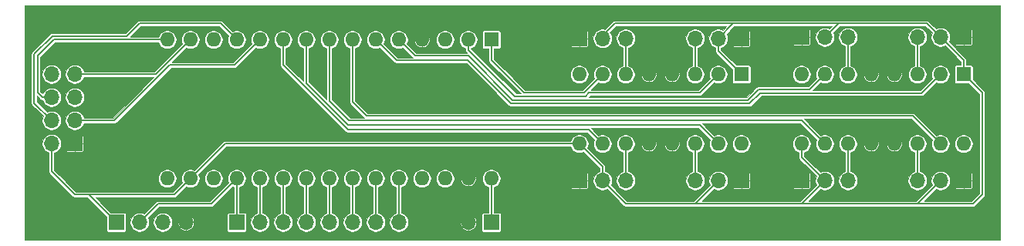
<source format=gbr>
%TF.GenerationSoftware,KiCad,Pcbnew,(5.1.6)-1*%
%TF.CreationDate,2020-11-13T23:51:03+05:30*%
%TF.ProjectId,Bot_Controller,426f745f-436f-46e7-9472-6f6c6c65722e,rev?*%
%TF.SameCoordinates,Original*%
%TF.FileFunction,Copper,L2,Bot*%
%TF.FilePolarity,Positive*%
%FSLAX46Y46*%
G04 Gerber Fmt 4.6, Leading zero omitted, Abs format (unit mm)*
G04 Created by KiCad (PCBNEW (5.1.6)-1) date 2020-11-13 23:51:03*
%MOMM*%
%LPD*%
G01*
G04 APERTURE LIST*
%TA.AperFunction,ComponentPad*%
%ADD10O,1.600000X1.600000*%
%TD*%
%TA.AperFunction,ComponentPad*%
%ADD11R,1.600000X1.600000*%
%TD*%
%TA.AperFunction,ComponentPad*%
%ADD12O,1.700000X1.700000*%
%TD*%
%TA.AperFunction,ComponentPad*%
%ADD13R,1.700000X1.700000*%
%TD*%
%TA.AperFunction,Conductor*%
%ADD14C,0.200000*%
%TD*%
%TA.AperFunction,Conductor*%
%ADD15C,0.203200*%
%TD*%
%TA.AperFunction,Conductor*%
%ADD16C,0.025400*%
%TD*%
G04 APERTURE END LIST*
D10*
%TO.P,A1,16*%
%TO.N,/SCK*%
X43256200Y-41371520D03*
%TO.P,A1,15*%
%TO.N,/MOSI*%
X43256200Y-26131520D03*
%TO.P,A1,30*%
%TO.N,/VCC*%
X78816200Y-41371520D03*
%TO.P,A1,14*%
%TO.N,/MISO*%
X45796200Y-26131520D03*
%TO.P,A1,29*%
%TO.N,/GND*%
X76276200Y-41371520D03*
%TO.P,A1,13*%
%TO.N,Net-(A1-Pad13)*%
X48336200Y-26131520D03*
%TO.P,A1,28*%
%TO.N,Net-(A1-Pad28)*%
X73736200Y-41371520D03*
%TO.P,A1,12*%
%TO.N,/CSN*%
X50876200Y-26131520D03*
%TO.P,A1,27*%
%TO.N,Net-(A1-Pad27)*%
X71196200Y-41371520D03*
%TO.P,A1,11*%
%TO.N,/CE*%
X53416200Y-26131520D03*
%TO.P,A1,26*%
%TO.N,/A7*%
X68656200Y-41371520D03*
%TO.P,A1,10*%
%TO.N,/CM8*%
X55956200Y-26131520D03*
%TO.P,A1,25*%
%TO.N,/A6*%
X66116200Y-41371520D03*
%TO.P,A1,9*%
%TO.N,/CM7*%
X58496200Y-26131520D03*
%TO.P,A1,24*%
%TO.N,/A5*%
X63576200Y-41371520D03*
%TO.P,A1,8*%
%TO.N,/CM6*%
X61036200Y-26131520D03*
%TO.P,A1,23*%
%TO.N,/A4*%
X61036200Y-41371520D03*
%TO.P,A1,7*%
%TO.N,/CM5*%
X63576200Y-26131520D03*
%TO.P,A1,22*%
%TO.N,/A3*%
X58496200Y-41371520D03*
%TO.P,A1,6*%
%TO.N,/CM4*%
X66116200Y-26131520D03*
%TO.P,A1,21*%
%TO.N,/A2*%
X55956200Y-41371520D03*
%TO.P,A1,5*%
%TO.N,/CM3*%
X68656200Y-26131520D03*
%TO.P,A1,20*%
%TO.N,/A1*%
X53416200Y-41371520D03*
%TO.P,A1,4*%
%TO.N,/GND*%
X71196200Y-26131520D03*
%TO.P,A1,19*%
%TO.N,/A0*%
X50876200Y-41371520D03*
%TO.P,A1,3*%
%TO.N,Net-(A1-Pad3)*%
X73736200Y-26131520D03*
%TO.P,A1,18*%
%TO.N,Net-(A1-Pad18)*%
X48336200Y-41371520D03*
%TO.P,A1,2*%
%TO.N,/CM2*%
X76276200Y-26131520D03*
%TO.P,A1,17*%
%TO.N,/VIN*%
X45796200Y-41371520D03*
D11*
%TO.P,A1,1*%
%TO.N,/CM1*%
X78816200Y-26131520D03*
%TD*%
D12*
%TO.P,J1,2*%
%TO.N,/GND*%
X76276200Y-46197520D03*
D13*
%TO.P,J1,1*%
%TO.N,/VCC*%
X78816200Y-46197520D03*
%TD*%
D12*
%TO.P,LF1,3*%
%TO.N,/M1*%
X93548200Y-26004520D03*
%TO.P,LF1,2*%
%TO.N,/VIN*%
X91008200Y-26004520D03*
D13*
%TO.P,LF1,1*%
%TO.N,/GND*%
X88468200Y-26004520D03*
%TD*%
D12*
%TO.P,LF2,3*%
%TO.N,/M2*%
X101168200Y-26004520D03*
%TO.P,LF2,2*%
%TO.N,/VIN*%
X103708200Y-26004520D03*
D13*
%TO.P,LF2,1*%
%TO.N,/GND*%
X106248200Y-26004520D03*
%TD*%
D12*
%TO.P,LB1,3*%
%TO.N,/M5*%
X125552200Y-41625520D03*
%TO.P,LB1,2*%
%TO.N,/VIN*%
X128092200Y-41625520D03*
D13*
%TO.P,LB1,1*%
%TO.N,/GND*%
X130632200Y-41625520D03*
%TD*%
D12*
%TO.P,LB2,3*%
%TO.N,/M6*%
X117932200Y-41625520D03*
%TO.P,LB2,2*%
%TO.N,/VIN*%
X115392200Y-41625520D03*
D13*
%TO.P,LB2,1*%
%TO.N,/GND*%
X112852200Y-41625520D03*
%TD*%
D12*
%TO.P,J6,3*%
%TO.N,/M3*%
X117932200Y-25877520D03*
%TO.P,J6,2*%
%TO.N,/VIN*%
X115392200Y-25877520D03*
D13*
%TO.P,J6,1*%
%TO.N,/GND*%
X112852200Y-25877520D03*
%TD*%
D12*
%TO.P,RF2,3*%
%TO.N,/M4*%
X125552200Y-25877520D03*
%TO.P,RF2,2*%
%TO.N,/VIN*%
X128092200Y-25877520D03*
D13*
%TO.P,RF2,1*%
%TO.N,/GND*%
X130632200Y-25877520D03*
%TD*%
D12*
%TO.P,RB1,3*%
%TO.N,/M7*%
X101168200Y-41625520D03*
%TO.P,RB1,2*%
%TO.N,/VIN*%
X103708200Y-41625520D03*
D13*
%TO.P,RB1,1*%
%TO.N,/GND*%
X106248200Y-41625520D03*
%TD*%
D12*
%TO.P,RB2,3*%
%TO.N,/M8*%
X93548200Y-41625520D03*
%TO.P,RB2,2*%
%TO.N,/VIN*%
X91008200Y-41625520D03*
D13*
%TO.P,RB2,1*%
%TO.N,/GND*%
X88468200Y-41625520D03*
%TD*%
D12*
%TO.P,J11,8*%
%TO.N,/A7*%
X68656200Y-46197520D03*
%TO.P,J11,7*%
%TO.N,/A6*%
X66116200Y-46197520D03*
%TO.P,J11,6*%
%TO.N,/A5*%
X63576200Y-46197520D03*
%TO.P,J11,5*%
%TO.N,/A4*%
X61036200Y-46197520D03*
%TO.P,J11,4*%
%TO.N,/A3*%
X58496200Y-46197520D03*
%TO.P,J11,3*%
%TO.N,/A2*%
X55956200Y-46197520D03*
%TO.P,J11,2*%
%TO.N,/A1*%
X53416200Y-46197520D03*
D13*
%TO.P,J11,1*%
%TO.N,/A0*%
X50876200Y-46197520D03*
%TD*%
D10*
%TO.P,U1,16*%
%TO.N,/VCC*%
X130632200Y-37561520D03*
%TO.P,U1,8*%
X112852200Y-29941520D03*
%TO.P,U1,15*%
%TO.N,/CM5*%
X128092200Y-37561520D03*
%TO.P,U1,7*%
%TO.N,/CM3*%
X115392200Y-29941520D03*
%TO.P,U1,14*%
%TO.N,/M5*%
X125552200Y-37561520D03*
%TO.P,U1,6*%
%TO.N,/M3*%
X117932200Y-29941520D03*
%TO.P,U1,13*%
%TO.N,/GND*%
X123012200Y-37561520D03*
%TO.P,U1,5*%
X120472200Y-29941520D03*
%TO.P,U1,12*%
X120472200Y-37561520D03*
%TO.P,U1,4*%
X123012200Y-29941520D03*
%TO.P,U1,11*%
%TO.N,/M6*%
X117932200Y-37561520D03*
%TO.P,U1,3*%
%TO.N,/M4*%
X125552200Y-29941520D03*
%TO.P,U1,10*%
%TO.N,/CM6*%
X115392200Y-37561520D03*
%TO.P,U1,2*%
%TO.N,/CM4*%
X128092200Y-29941520D03*
%TO.P,U1,9*%
%TO.N,/VIN*%
X112852200Y-37561520D03*
D11*
%TO.P,U1,1*%
X130632200Y-29941520D03*
%TD*%
D10*
%TO.P,U2,16*%
%TO.N,/VCC*%
X106248200Y-37561520D03*
%TO.P,U2,8*%
X88468200Y-29941520D03*
%TO.P,U2,15*%
%TO.N,/CM7*%
X103708200Y-37561520D03*
%TO.P,U2,7*%
%TO.N,/CM1*%
X91008200Y-29941520D03*
%TO.P,U2,14*%
%TO.N,/M7*%
X101168200Y-37561520D03*
%TO.P,U2,6*%
%TO.N,/M1*%
X93548200Y-29941520D03*
%TO.P,U2,13*%
%TO.N,/GND*%
X98628200Y-37561520D03*
%TO.P,U2,5*%
X96088200Y-29941520D03*
%TO.P,U2,12*%
X96088200Y-37561520D03*
%TO.P,U2,4*%
X98628200Y-29941520D03*
%TO.P,U2,11*%
%TO.N,/M8*%
X93548200Y-37561520D03*
%TO.P,U2,3*%
%TO.N,/M2*%
X101168200Y-29941520D03*
%TO.P,U2,10*%
%TO.N,/CM8*%
X91008200Y-37561520D03*
%TO.P,U2,2*%
%TO.N,/CM2*%
X103708200Y-29941520D03*
%TO.P,U2,9*%
%TO.N,/VIN*%
X88468200Y-37561520D03*
D11*
%TO.P,U2,1*%
X106248200Y-29941520D03*
%TD*%
D12*
%TO.P,J10,8*%
%TO.N,/IRQ*%
X30556200Y-29941520D03*
%TO.P,J10,7*%
%TO.N,/MISO*%
X33096200Y-29941520D03*
%TO.P,J10,6*%
%TO.N,/MOSI*%
X30556200Y-32481520D03*
%TO.P,J10,5*%
%TO.N,/SCK*%
X33096200Y-32481520D03*
%TO.P,J10,4*%
%TO.N,/CSN*%
X30556200Y-35021520D03*
%TO.P,J10,3*%
%TO.N,/CE*%
X33096200Y-35021520D03*
%TO.P,J10,2*%
%TO.N,/VIN*%
X30556200Y-37561520D03*
D13*
%TO.P,J10,1*%
%TO.N,/GND*%
X33096200Y-37561520D03*
%TD*%
%TO.P,J2,1*%
%TO.N,/VIN*%
X37668200Y-46197520D03*
D12*
%TO.P,J2,2*%
%TO.N,/A0*%
X40208200Y-46197520D03*
%TO.P,J2,3*%
%TO.N,/A1*%
X42748200Y-46197520D03*
%TO.P,J2,4*%
%TO.N,/GND*%
X45288200Y-46197520D03*
%TD*%
D14*
%TO.N,/M2*%
X101168200Y-26004520D02*
X101168200Y-29941520D01*
%TO.N,/VIN*%
X115392200Y-25877520D02*
X116916200Y-24353520D01*
X126568200Y-24353520D02*
X128092200Y-25877520D01*
X116916200Y-24353520D02*
X126568200Y-24353520D01*
X105359200Y-24353520D02*
X103708200Y-26004520D01*
X116916200Y-24353520D02*
X105359200Y-24353520D01*
X91008200Y-25704522D02*
X91008200Y-26004520D01*
X92359202Y-24353520D02*
X91008200Y-25704522D01*
X105359200Y-24353520D02*
X92359202Y-24353520D01*
X88468200Y-37561520D02*
X91008200Y-40101520D01*
X91008200Y-40101520D02*
X91008200Y-41625520D01*
X91008200Y-41625520D02*
X93548200Y-44165520D01*
X101168200Y-44165520D02*
X103708200Y-41625520D01*
X93548200Y-44165520D02*
X101168200Y-44165520D01*
X112852200Y-44165520D02*
X115392200Y-41625520D01*
X101168200Y-44165520D02*
X112852200Y-44165520D01*
X125552200Y-44165520D02*
X128092200Y-41625520D01*
X112852200Y-44165520D02*
X125552200Y-44165520D01*
X125552200Y-44165520D02*
X131648200Y-44165520D01*
X131648200Y-44165520D02*
X132664200Y-43149520D01*
X132664200Y-31973520D02*
X130632200Y-29941520D01*
X132664200Y-43149520D02*
X132664200Y-31973520D01*
X130632200Y-28417520D02*
X128092200Y-25877520D01*
X130632200Y-29941520D02*
X130632200Y-28417520D01*
X49606200Y-37561520D02*
X88468200Y-37561520D01*
X45796200Y-41371520D02*
X49606200Y-37561520D01*
X112852200Y-39085520D02*
X115392200Y-41625520D01*
X112852200Y-37561520D02*
X112852200Y-39085520D01*
X103708200Y-27401520D02*
X106248200Y-29941520D01*
X103708200Y-26004520D02*
X103708200Y-27401520D01*
X44018200Y-43149520D02*
X45796200Y-41371520D01*
X33096200Y-43149520D02*
X44018200Y-43149520D01*
X30556200Y-37561520D02*
X30556200Y-40609520D01*
X30556200Y-40609520D02*
X33096200Y-43149520D01*
X34620200Y-43149520D02*
X37668200Y-46197520D01*
X33096200Y-43149520D02*
X34620200Y-43149520D01*
%TO.N,/M1*%
X93548200Y-26004520D02*
X93548200Y-29941520D01*
D15*
%TO.N,/M3*%
X117678200Y-29934520D02*
X117685200Y-29941520D01*
D14*
X117932200Y-25877520D02*
X117932200Y-29941520D01*
D15*
%TO.N,/M4*%
X125298200Y-29934520D02*
X125305200Y-29941520D01*
D14*
X125552200Y-25877520D02*
X125552200Y-29941520D01*
%TO.N,/M5*%
X125552200Y-37561520D02*
X125552200Y-41625520D01*
D15*
%TO.N,/M6*%
X117685200Y-41620520D02*
X117690200Y-41625520D01*
D14*
X117932200Y-37561520D02*
X117932200Y-41625520D01*
%TO.N,/M7*%
X101168200Y-37561520D02*
X101168200Y-41625520D01*
%TO.N,/M8*%
X93548200Y-37561520D02*
X93548200Y-41625520D01*
%TO.N,/CE*%
X33096200Y-35021520D02*
X37474162Y-35021520D01*
X37474162Y-35021520D02*
X43570162Y-28925520D01*
X50622200Y-28925520D02*
X53416200Y-26131520D01*
X43570162Y-28925520D02*
X50622200Y-28925520D01*
%TO.N,/CSN*%
X30556200Y-35021520D02*
X28630590Y-33095910D01*
X28630591Y-27743167D02*
X30643848Y-25729910D01*
X28630590Y-33095910D02*
X28630591Y-27743167D01*
X30643848Y-25729910D02*
X38831810Y-25729910D01*
X38831810Y-25729910D02*
X40208200Y-24353520D01*
X49098200Y-24353520D02*
X50876200Y-26131520D01*
X40208200Y-24353520D02*
X49098200Y-24353520D01*
D15*
%TO.N,/MISO*%
X41986200Y-29941520D02*
X45796200Y-26131520D01*
X33096200Y-29941520D02*
X41986200Y-29941520D01*
%TO.N,/VCC*%
X78816200Y-41371520D02*
X78816200Y-46197520D01*
%TO.N,/MOSI*%
X30556200Y-32481520D02*
X29540200Y-32481520D01*
X29540200Y-32481520D02*
X29032200Y-31973520D01*
X29032200Y-31973520D02*
X29032200Y-27909520D01*
X30810200Y-26131520D02*
X43256200Y-26131520D01*
X29032200Y-27909520D02*
X30810200Y-26131520D01*
D14*
%TO.N,/CM2*%
X103708200Y-29941520D02*
X101676200Y-31973520D01*
X81386840Y-32373530D02*
X76276200Y-27262890D01*
X76276200Y-27262890D02*
X76276200Y-26131520D01*
X89141889Y-32373530D02*
X81386840Y-32373530D01*
X89541898Y-31973520D02*
X89141889Y-32373530D01*
X101676200Y-31973520D02*
X89541898Y-31973520D01*
%TO.N,/CM1*%
X91008200Y-29941520D02*
X88976200Y-31973520D01*
X88976200Y-31973520D02*
X82372200Y-31973520D01*
X78816200Y-28417520D02*
X78816200Y-26131520D01*
X82372200Y-31973520D02*
X78816200Y-28417520D01*
D15*
%TO.N,/A0*%
X50876200Y-41371520D02*
X50876200Y-46197520D01*
D14*
X50876200Y-41371520D02*
X48082200Y-44165520D01*
X42240200Y-44165520D02*
X40208200Y-46197520D01*
X48082200Y-44165520D02*
X42240200Y-44165520D01*
D15*
%TO.N,/A1*%
X53416200Y-41371520D02*
X53416200Y-46197520D01*
D14*
%TO.N,/CM3*%
X76276200Y-27909520D02*
X70434200Y-27909520D01*
X113731361Y-31602359D02*
X108143360Y-31602359D01*
X81140220Y-32773540D02*
X76276200Y-27909520D01*
X115392200Y-29941520D02*
X113731361Y-31602359D01*
X108143360Y-31602359D02*
X106972180Y-32773540D01*
X70434200Y-27909520D02*
X68656200Y-26131520D01*
X106972180Y-32773540D02*
X81140220Y-32773540D01*
D15*
%TO.N,/A2*%
X55956200Y-41371520D02*
X55956200Y-46197520D01*
D14*
%TO.N,/CM4*%
X128092200Y-29941520D02*
X126031351Y-32002369D01*
X126031351Y-32002369D02*
X108309049Y-32002369D01*
X107137869Y-33173550D02*
X80974532Y-33173550D01*
X108309049Y-32002369D02*
X107137869Y-33173550D01*
X80974532Y-33173550D02*
X76218502Y-28417520D01*
X68402200Y-28417520D02*
X66116200Y-26131520D01*
X76218502Y-28417520D02*
X68402200Y-28417520D01*
D15*
%TO.N,/A3*%
X58496200Y-41371520D02*
X58496200Y-46197520D01*
D14*
%TO.N,/CM5*%
X63576200Y-32989520D02*
X63576200Y-26131520D01*
X128092200Y-37561520D02*
X125044200Y-34513520D01*
X65100200Y-34513520D02*
X63576200Y-32989520D01*
X125044200Y-34513520D02*
X65100200Y-34513520D01*
D15*
%TO.N,/A4*%
X61036200Y-41371520D02*
X61036200Y-46197520D01*
D14*
%TO.N,/CM6*%
X115392200Y-37561520D02*
X112852200Y-35021520D01*
X112852200Y-35021520D02*
X63183596Y-35021520D01*
X61036200Y-32874124D02*
X61036200Y-26131520D01*
X63183596Y-35021520D02*
X61036200Y-32874124D01*
D15*
%TO.N,/A5*%
X63576200Y-41371520D02*
X63576200Y-46197520D01*
D14*
%TO.N,/CM7*%
X63125898Y-35529520D02*
X58496200Y-30899822D01*
X103708200Y-37561520D02*
X101676200Y-35529520D01*
X58496200Y-30899822D02*
X58496200Y-26131520D01*
X101676200Y-35529520D02*
X63125898Y-35529520D01*
D15*
%TO.N,/A6*%
X66116200Y-41371520D02*
X66116200Y-46197520D01*
D14*
%TO.N,/CM8*%
X91008200Y-37561520D02*
X89484200Y-36037520D01*
X89484200Y-36037520D02*
X63068200Y-36037520D01*
X55956200Y-28925520D02*
X55956200Y-26131520D01*
X63068200Y-36037520D02*
X55956200Y-28925520D01*
D15*
%TO.N,/A7*%
X68656200Y-41371520D02*
X68656200Y-46197520D01*
%TD*%
D16*
%TO.N,/GND*%
G36*
X134607701Y-44669166D02*
G01*
X134607700Y-44669176D01*
X134607701Y-48141020D01*
X27596700Y-48141020D01*
X27596700Y-37456853D01*
X29493500Y-37456853D01*
X29493500Y-37666187D01*
X29534339Y-37871498D01*
X29614447Y-38064897D01*
X29730747Y-38238952D01*
X29878768Y-38386973D01*
X30052823Y-38503273D01*
X30243500Y-38582254D01*
X30243501Y-40594157D01*
X30241988Y-40609520D01*
X30248025Y-40670820D01*
X30260802Y-40712939D01*
X30265906Y-40729764D01*
X30294942Y-40784087D01*
X30308057Y-40800067D01*
X30324226Y-40819770D01*
X30324229Y-40819773D01*
X30334019Y-40831702D01*
X30345948Y-40841492D01*
X32864224Y-43359768D01*
X32874018Y-43371702D01*
X32921633Y-43410779D01*
X32975956Y-43439815D01*
X33017019Y-43452271D01*
X33034899Y-43457695D01*
X33040588Y-43458255D01*
X33080839Y-43462220D01*
X33080846Y-43462220D01*
X33096199Y-43463732D01*
X33111552Y-43462220D01*
X34490676Y-43462220D01*
X36604471Y-45576016D01*
X36604471Y-47047520D01*
X36608578Y-47089216D01*
X36620740Y-47129311D01*
X36640491Y-47166261D01*
X36667071Y-47198649D01*
X36699459Y-47225229D01*
X36736409Y-47244980D01*
X36776504Y-47257142D01*
X36818200Y-47261249D01*
X38518200Y-47261249D01*
X38559896Y-47257142D01*
X38599991Y-47244980D01*
X38636941Y-47225229D01*
X38669329Y-47198649D01*
X38695909Y-47166261D01*
X38715660Y-47129311D01*
X38727822Y-47089216D01*
X38731929Y-47047520D01*
X38731929Y-46092853D01*
X39145500Y-46092853D01*
X39145500Y-46302187D01*
X39186339Y-46507498D01*
X39266447Y-46700897D01*
X39382747Y-46874952D01*
X39530768Y-47022973D01*
X39704823Y-47139273D01*
X39898222Y-47219381D01*
X40103533Y-47260220D01*
X40312867Y-47260220D01*
X40518178Y-47219381D01*
X40711577Y-47139273D01*
X40885632Y-47022973D01*
X41033653Y-46874952D01*
X41149953Y-46700897D01*
X41230061Y-46507498D01*
X41270900Y-46302187D01*
X41270900Y-46092853D01*
X41685500Y-46092853D01*
X41685500Y-46302187D01*
X41726339Y-46507498D01*
X41806447Y-46700897D01*
X41922747Y-46874952D01*
X42070768Y-47022973D01*
X42244823Y-47139273D01*
X42438222Y-47219381D01*
X42643533Y-47260220D01*
X42852867Y-47260220D01*
X43058178Y-47219381D01*
X43251577Y-47139273D01*
X43425632Y-47022973D01*
X43573653Y-46874952D01*
X43689953Y-46700897D01*
X43770061Y-46507498D01*
X43800801Y-46352953D01*
X44388020Y-46352953D01*
X44435640Y-46525583D01*
X44516024Y-46685606D01*
X44626082Y-46826872D01*
X44761585Y-46943952D01*
X44917325Y-47032347D01*
X45087318Y-47088660D01*
X45132767Y-47097700D01*
X45275500Y-47095055D01*
X45275500Y-46210220D01*
X45300900Y-46210220D01*
X45300900Y-47095055D01*
X45443633Y-47097700D01*
X45489082Y-47088660D01*
X45659075Y-47032347D01*
X45814815Y-46943952D01*
X45950318Y-46826872D01*
X46060376Y-46685606D01*
X46140760Y-46525583D01*
X46188380Y-46352953D01*
X46185737Y-46210220D01*
X45300900Y-46210220D01*
X45275500Y-46210220D01*
X44390663Y-46210220D01*
X44388020Y-46352953D01*
X43800801Y-46352953D01*
X43810900Y-46302187D01*
X43810900Y-46092853D01*
X43800802Y-46042087D01*
X44388020Y-46042087D01*
X44390663Y-46184820D01*
X45275500Y-46184820D01*
X45275500Y-45299985D01*
X45300900Y-45299985D01*
X45300900Y-46184820D01*
X46185737Y-46184820D01*
X46188380Y-46042087D01*
X46140760Y-45869457D01*
X46060376Y-45709434D01*
X45950318Y-45568168D01*
X45814815Y-45451088D01*
X45659075Y-45362693D01*
X45489082Y-45306380D01*
X45443633Y-45297340D01*
X45300900Y-45299985D01*
X45275500Y-45299985D01*
X45132767Y-45297340D01*
X45087318Y-45306380D01*
X44917325Y-45362693D01*
X44761585Y-45451088D01*
X44626082Y-45568168D01*
X44516024Y-45709434D01*
X44435640Y-45869457D01*
X44388020Y-46042087D01*
X43800802Y-46042087D01*
X43770061Y-45887542D01*
X43689953Y-45694143D01*
X43573653Y-45520088D01*
X43425632Y-45372067D01*
X43251577Y-45255767D01*
X43058178Y-45175659D01*
X42852867Y-45134820D01*
X42643533Y-45134820D01*
X42438222Y-45175659D01*
X42244823Y-45255767D01*
X42070768Y-45372067D01*
X41922747Y-45520088D01*
X41806447Y-45694143D01*
X41726339Y-45887542D01*
X41685500Y-46092853D01*
X41270900Y-46092853D01*
X41230061Y-45887542D01*
X41151080Y-45696864D01*
X42369725Y-44478220D01*
X48066847Y-44478220D01*
X48082200Y-44479732D01*
X48097553Y-44478220D01*
X48097561Y-44478220D01*
X48143500Y-44473695D01*
X48202444Y-44455815D01*
X48256767Y-44426779D01*
X48304382Y-44387702D01*
X48314176Y-44375768D01*
X50413813Y-42276131D01*
X50561900Y-42337471D01*
X50561901Y-45133791D01*
X50026200Y-45133791D01*
X49984504Y-45137898D01*
X49944409Y-45150060D01*
X49907459Y-45169811D01*
X49875071Y-45196391D01*
X49848491Y-45228779D01*
X49828740Y-45265729D01*
X49816578Y-45305824D01*
X49812471Y-45347520D01*
X49812471Y-47047520D01*
X49816578Y-47089216D01*
X49828740Y-47129311D01*
X49848491Y-47166261D01*
X49875071Y-47198649D01*
X49907459Y-47225229D01*
X49944409Y-47244980D01*
X49984504Y-47257142D01*
X50026200Y-47261249D01*
X51726200Y-47261249D01*
X51767896Y-47257142D01*
X51807991Y-47244980D01*
X51844941Y-47225229D01*
X51877329Y-47198649D01*
X51903909Y-47166261D01*
X51923660Y-47129311D01*
X51935822Y-47089216D01*
X51939929Y-47047520D01*
X51939929Y-46092853D01*
X52353500Y-46092853D01*
X52353500Y-46302187D01*
X52394339Y-46507498D01*
X52474447Y-46700897D01*
X52590747Y-46874952D01*
X52738768Y-47022973D01*
X52912823Y-47139273D01*
X53106222Y-47219381D01*
X53311533Y-47260220D01*
X53520867Y-47260220D01*
X53726178Y-47219381D01*
X53919577Y-47139273D01*
X54093632Y-47022973D01*
X54241653Y-46874952D01*
X54357953Y-46700897D01*
X54438061Y-46507498D01*
X54478900Y-46302187D01*
X54478900Y-46092853D01*
X54893500Y-46092853D01*
X54893500Y-46302187D01*
X54934339Y-46507498D01*
X55014447Y-46700897D01*
X55130747Y-46874952D01*
X55278768Y-47022973D01*
X55452823Y-47139273D01*
X55646222Y-47219381D01*
X55851533Y-47260220D01*
X56060867Y-47260220D01*
X56266178Y-47219381D01*
X56459577Y-47139273D01*
X56633632Y-47022973D01*
X56781653Y-46874952D01*
X56897953Y-46700897D01*
X56978061Y-46507498D01*
X57018900Y-46302187D01*
X57018900Y-46092853D01*
X57433500Y-46092853D01*
X57433500Y-46302187D01*
X57474339Y-46507498D01*
X57554447Y-46700897D01*
X57670747Y-46874952D01*
X57818768Y-47022973D01*
X57992823Y-47139273D01*
X58186222Y-47219381D01*
X58391533Y-47260220D01*
X58600867Y-47260220D01*
X58806178Y-47219381D01*
X58999577Y-47139273D01*
X59173632Y-47022973D01*
X59321653Y-46874952D01*
X59437953Y-46700897D01*
X59518061Y-46507498D01*
X59558900Y-46302187D01*
X59558900Y-46092853D01*
X59973500Y-46092853D01*
X59973500Y-46302187D01*
X60014339Y-46507498D01*
X60094447Y-46700897D01*
X60210747Y-46874952D01*
X60358768Y-47022973D01*
X60532823Y-47139273D01*
X60726222Y-47219381D01*
X60931533Y-47260220D01*
X61140867Y-47260220D01*
X61346178Y-47219381D01*
X61539577Y-47139273D01*
X61713632Y-47022973D01*
X61861653Y-46874952D01*
X61977953Y-46700897D01*
X62058061Y-46507498D01*
X62098900Y-46302187D01*
X62098900Y-46092853D01*
X62513500Y-46092853D01*
X62513500Y-46302187D01*
X62554339Y-46507498D01*
X62634447Y-46700897D01*
X62750747Y-46874952D01*
X62898768Y-47022973D01*
X63072823Y-47139273D01*
X63266222Y-47219381D01*
X63471533Y-47260220D01*
X63680867Y-47260220D01*
X63886178Y-47219381D01*
X64079577Y-47139273D01*
X64253632Y-47022973D01*
X64401653Y-46874952D01*
X64517953Y-46700897D01*
X64598061Y-46507498D01*
X64638900Y-46302187D01*
X64638900Y-46092853D01*
X65053500Y-46092853D01*
X65053500Y-46302187D01*
X65094339Y-46507498D01*
X65174447Y-46700897D01*
X65290747Y-46874952D01*
X65438768Y-47022973D01*
X65612823Y-47139273D01*
X65806222Y-47219381D01*
X66011533Y-47260220D01*
X66220867Y-47260220D01*
X66426178Y-47219381D01*
X66619577Y-47139273D01*
X66793632Y-47022973D01*
X66941653Y-46874952D01*
X67057953Y-46700897D01*
X67138061Y-46507498D01*
X67178900Y-46302187D01*
X67178900Y-46092853D01*
X67593500Y-46092853D01*
X67593500Y-46302187D01*
X67634339Y-46507498D01*
X67714447Y-46700897D01*
X67830747Y-46874952D01*
X67978768Y-47022973D01*
X68152823Y-47139273D01*
X68346222Y-47219381D01*
X68551533Y-47260220D01*
X68760867Y-47260220D01*
X68966178Y-47219381D01*
X69159577Y-47139273D01*
X69333632Y-47022973D01*
X69481653Y-46874952D01*
X69597953Y-46700897D01*
X69678061Y-46507498D01*
X69708801Y-46352953D01*
X75376020Y-46352953D01*
X75423640Y-46525583D01*
X75504024Y-46685606D01*
X75614082Y-46826872D01*
X75749585Y-46943952D01*
X75905325Y-47032347D01*
X76075318Y-47088660D01*
X76120767Y-47097700D01*
X76263500Y-47095055D01*
X76263500Y-46210220D01*
X76288900Y-46210220D01*
X76288900Y-47095055D01*
X76431633Y-47097700D01*
X76477082Y-47088660D01*
X76647075Y-47032347D01*
X76802815Y-46943952D01*
X76938318Y-46826872D01*
X77048376Y-46685606D01*
X77128760Y-46525583D01*
X77176380Y-46352953D01*
X77173737Y-46210220D01*
X76288900Y-46210220D01*
X76263500Y-46210220D01*
X75378663Y-46210220D01*
X75376020Y-46352953D01*
X69708801Y-46352953D01*
X69718900Y-46302187D01*
X69718900Y-46092853D01*
X69708802Y-46042087D01*
X75376020Y-46042087D01*
X75378663Y-46184820D01*
X76263500Y-46184820D01*
X76263500Y-45299985D01*
X76288900Y-45299985D01*
X76288900Y-46184820D01*
X77173737Y-46184820D01*
X77176380Y-46042087D01*
X77128760Y-45869457D01*
X77048376Y-45709434D01*
X76938318Y-45568168D01*
X76802815Y-45451088D01*
X76647075Y-45362693D01*
X76601273Y-45347520D01*
X77752471Y-45347520D01*
X77752471Y-47047520D01*
X77756578Y-47089216D01*
X77768740Y-47129311D01*
X77788491Y-47166261D01*
X77815071Y-47198649D01*
X77847459Y-47225229D01*
X77884409Y-47244980D01*
X77924504Y-47257142D01*
X77966200Y-47261249D01*
X79666200Y-47261249D01*
X79707896Y-47257142D01*
X79747991Y-47244980D01*
X79784941Y-47225229D01*
X79817329Y-47198649D01*
X79843909Y-47166261D01*
X79863660Y-47129311D01*
X79875822Y-47089216D01*
X79879929Y-47047520D01*
X79879929Y-45347520D01*
X79875822Y-45305824D01*
X79863660Y-45265729D01*
X79843909Y-45228779D01*
X79817329Y-45196391D01*
X79784941Y-45169811D01*
X79747991Y-45150060D01*
X79707896Y-45137898D01*
X79666200Y-45133791D01*
X79130500Y-45133791D01*
X79130500Y-42475520D01*
X87554393Y-42475520D01*
X87555619Y-42487968D01*
X87559250Y-42499938D01*
X87565146Y-42510969D01*
X87573082Y-42520638D01*
X87582751Y-42528574D01*
X87593782Y-42534470D01*
X87605752Y-42538101D01*
X87618200Y-42539327D01*
X88439625Y-42539020D01*
X88455500Y-42523145D01*
X88455500Y-41638220D01*
X88480900Y-41638220D01*
X88480900Y-42523145D01*
X88496775Y-42539020D01*
X89318200Y-42539327D01*
X89330648Y-42538101D01*
X89342618Y-42534470D01*
X89353649Y-42528574D01*
X89363318Y-42520638D01*
X89371254Y-42510969D01*
X89377150Y-42499938D01*
X89380781Y-42487968D01*
X89382007Y-42475520D01*
X89381700Y-41654095D01*
X89365825Y-41638220D01*
X88480900Y-41638220D01*
X88455500Y-41638220D01*
X87570575Y-41638220D01*
X87554700Y-41654095D01*
X87554393Y-42475520D01*
X79130500Y-42475520D01*
X79130500Y-42337471D01*
X79295893Y-42268963D01*
X79461759Y-42158135D01*
X79602815Y-42017079D01*
X79713643Y-41851213D01*
X79789982Y-41666914D01*
X79828900Y-41471262D01*
X79828900Y-41271778D01*
X79789982Y-41076126D01*
X79713643Y-40891827D01*
X79635930Y-40775520D01*
X87554393Y-40775520D01*
X87554700Y-41596945D01*
X87570575Y-41612820D01*
X88455500Y-41612820D01*
X88455500Y-40727895D01*
X88480900Y-40727895D01*
X88480900Y-41612820D01*
X89365825Y-41612820D01*
X89381700Y-41596945D01*
X89382007Y-40775520D01*
X89380781Y-40763072D01*
X89377150Y-40751102D01*
X89371254Y-40740071D01*
X89363318Y-40730402D01*
X89353649Y-40722466D01*
X89342618Y-40716570D01*
X89330648Y-40712939D01*
X89318200Y-40711713D01*
X88496775Y-40712020D01*
X88480900Y-40727895D01*
X88455500Y-40727895D01*
X88439625Y-40712020D01*
X87618200Y-40711713D01*
X87605752Y-40712939D01*
X87593782Y-40716570D01*
X87582751Y-40722466D01*
X87573082Y-40730402D01*
X87565146Y-40740071D01*
X87559250Y-40751102D01*
X87555619Y-40763072D01*
X87554393Y-40775520D01*
X79635930Y-40775520D01*
X79602815Y-40725961D01*
X79461759Y-40584905D01*
X79295893Y-40474077D01*
X79111594Y-40397738D01*
X78915942Y-40358820D01*
X78716458Y-40358820D01*
X78520806Y-40397738D01*
X78336507Y-40474077D01*
X78170641Y-40584905D01*
X78029585Y-40725961D01*
X77918757Y-40891827D01*
X77842418Y-41076126D01*
X77803500Y-41271778D01*
X77803500Y-41471262D01*
X77842418Y-41666914D01*
X77918757Y-41851213D01*
X78029585Y-42017079D01*
X78170641Y-42158135D01*
X78336507Y-42268963D01*
X78501900Y-42337471D01*
X78501901Y-45133791D01*
X77966200Y-45133791D01*
X77924504Y-45137898D01*
X77884409Y-45150060D01*
X77847459Y-45169811D01*
X77815071Y-45196391D01*
X77788491Y-45228779D01*
X77768740Y-45265729D01*
X77756578Y-45305824D01*
X77752471Y-45347520D01*
X76601273Y-45347520D01*
X76477082Y-45306380D01*
X76431633Y-45297340D01*
X76288900Y-45299985D01*
X76263500Y-45299985D01*
X76120767Y-45297340D01*
X76075318Y-45306380D01*
X75905325Y-45362693D01*
X75749585Y-45451088D01*
X75614082Y-45568168D01*
X75504024Y-45709434D01*
X75423640Y-45869457D01*
X75376020Y-46042087D01*
X69708802Y-46042087D01*
X69678061Y-45887542D01*
X69597953Y-45694143D01*
X69481653Y-45520088D01*
X69333632Y-45372067D01*
X69159577Y-45255767D01*
X68970500Y-45177449D01*
X68970500Y-42337471D01*
X69135893Y-42268963D01*
X69301759Y-42158135D01*
X69442815Y-42017079D01*
X69553643Y-41851213D01*
X69629982Y-41666914D01*
X69668900Y-41471262D01*
X69668900Y-41271778D01*
X70183500Y-41271778D01*
X70183500Y-41471262D01*
X70222418Y-41666914D01*
X70298757Y-41851213D01*
X70409585Y-42017079D01*
X70550641Y-42158135D01*
X70716507Y-42268963D01*
X70900806Y-42345302D01*
X71096458Y-42384220D01*
X71295942Y-42384220D01*
X71491594Y-42345302D01*
X71675893Y-42268963D01*
X71841759Y-42158135D01*
X71982815Y-42017079D01*
X72093643Y-41851213D01*
X72169982Y-41666914D01*
X72208900Y-41471262D01*
X72208900Y-41271778D01*
X72723500Y-41271778D01*
X72723500Y-41471262D01*
X72762418Y-41666914D01*
X72838757Y-41851213D01*
X72949585Y-42017079D01*
X73090641Y-42158135D01*
X73256507Y-42268963D01*
X73440806Y-42345302D01*
X73636458Y-42384220D01*
X73835942Y-42384220D01*
X74031594Y-42345302D01*
X74215893Y-42268963D01*
X74381759Y-42158135D01*
X74522815Y-42017079D01*
X74633643Y-41851213D01*
X74709982Y-41666914D01*
X74739378Y-41519130D01*
X75425410Y-41519130D01*
X75470555Y-41682275D01*
X75546661Y-41833477D01*
X75650802Y-41966927D01*
X75778977Y-42077496D01*
X75926260Y-42160934D01*
X76086991Y-42214036D01*
X76128590Y-42222310D01*
X76263500Y-42219050D01*
X76263500Y-41384220D01*
X76288900Y-41384220D01*
X76288900Y-42219050D01*
X76423810Y-42222310D01*
X76465409Y-42214036D01*
X76626140Y-42160934D01*
X76773423Y-42077496D01*
X76901598Y-41966927D01*
X77005739Y-41833477D01*
X77081845Y-41682275D01*
X77126990Y-41519130D01*
X77123732Y-41384220D01*
X76288900Y-41384220D01*
X76263500Y-41384220D01*
X75428668Y-41384220D01*
X75425410Y-41519130D01*
X74739378Y-41519130D01*
X74748900Y-41471262D01*
X74748900Y-41271778D01*
X74739379Y-41223910D01*
X75425410Y-41223910D01*
X75428668Y-41358820D01*
X76263500Y-41358820D01*
X76263500Y-40523990D01*
X76288900Y-40523990D01*
X76288900Y-41358820D01*
X77123732Y-41358820D01*
X77126990Y-41223910D01*
X77081845Y-41060765D01*
X77005739Y-40909563D01*
X76901598Y-40776113D01*
X76773423Y-40665544D01*
X76626140Y-40582106D01*
X76465409Y-40529004D01*
X76423810Y-40520730D01*
X76288900Y-40523990D01*
X76263500Y-40523990D01*
X76128590Y-40520730D01*
X76086991Y-40529004D01*
X75926260Y-40582106D01*
X75778977Y-40665544D01*
X75650802Y-40776113D01*
X75546661Y-40909563D01*
X75470555Y-41060765D01*
X75425410Y-41223910D01*
X74739379Y-41223910D01*
X74709982Y-41076126D01*
X74633643Y-40891827D01*
X74522815Y-40725961D01*
X74381759Y-40584905D01*
X74215893Y-40474077D01*
X74031594Y-40397738D01*
X73835942Y-40358820D01*
X73636458Y-40358820D01*
X73440806Y-40397738D01*
X73256507Y-40474077D01*
X73090641Y-40584905D01*
X72949585Y-40725961D01*
X72838757Y-40891827D01*
X72762418Y-41076126D01*
X72723500Y-41271778D01*
X72208900Y-41271778D01*
X72169982Y-41076126D01*
X72093643Y-40891827D01*
X71982815Y-40725961D01*
X71841759Y-40584905D01*
X71675893Y-40474077D01*
X71491594Y-40397738D01*
X71295942Y-40358820D01*
X71096458Y-40358820D01*
X70900806Y-40397738D01*
X70716507Y-40474077D01*
X70550641Y-40584905D01*
X70409585Y-40725961D01*
X70298757Y-40891827D01*
X70222418Y-41076126D01*
X70183500Y-41271778D01*
X69668900Y-41271778D01*
X69629982Y-41076126D01*
X69553643Y-40891827D01*
X69442815Y-40725961D01*
X69301759Y-40584905D01*
X69135893Y-40474077D01*
X68951594Y-40397738D01*
X68755942Y-40358820D01*
X68556458Y-40358820D01*
X68360806Y-40397738D01*
X68176507Y-40474077D01*
X68010641Y-40584905D01*
X67869585Y-40725961D01*
X67758757Y-40891827D01*
X67682418Y-41076126D01*
X67643500Y-41271778D01*
X67643500Y-41471262D01*
X67682418Y-41666914D01*
X67758757Y-41851213D01*
X67869585Y-42017079D01*
X68010641Y-42158135D01*
X68176507Y-42268963D01*
X68341900Y-42337471D01*
X68341901Y-45177449D01*
X68152823Y-45255767D01*
X67978768Y-45372067D01*
X67830747Y-45520088D01*
X67714447Y-45694143D01*
X67634339Y-45887542D01*
X67593500Y-46092853D01*
X67178900Y-46092853D01*
X67138061Y-45887542D01*
X67057953Y-45694143D01*
X66941653Y-45520088D01*
X66793632Y-45372067D01*
X66619577Y-45255767D01*
X66430500Y-45177449D01*
X66430500Y-42337471D01*
X66595893Y-42268963D01*
X66761759Y-42158135D01*
X66902815Y-42017079D01*
X67013643Y-41851213D01*
X67089982Y-41666914D01*
X67128900Y-41471262D01*
X67128900Y-41271778D01*
X67089982Y-41076126D01*
X67013643Y-40891827D01*
X66902815Y-40725961D01*
X66761759Y-40584905D01*
X66595893Y-40474077D01*
X66411594Y-40397738D01*
X66215942Y-40358820D01*
X66016458Y-40358820D01*
X65820806Y-40397738D01*
X65636507Y-40474077D01*
X65470641Y-40584905D01*
X65329585Y-40725961D01*
X65218757Y-40891827D01*
X65142418Y-41076126D01*
X65103500Y-41271778D01*
X65103500Y-41471262D01*
X65142418Y-41666914D01*
X65218757Y-41851213D01*
X65329585Y-42017079D01*
X65470641Y-42158135D01*
X65636507Y-42268963D01*
X65801900Y-42337471D01*
X65801901Y-45177449D01*
X65612823Y-45255767D01*
X65438768Y-45372067D01*
X65290747Y-45520088D01*
X65174447Y-45694143D01*
X65094339Y-45887542D01*
X65053500Y-46092853D01*
X64638900Y-46092853D01*
X64598061Y-45887542D01*
X64517953Y-45694143D01*
X64401653Y-45520088D01*
X64253632Y-45372067D01*
X64079577Y-45255767D01*
X63890500Y-45177449D01*
X63890500Y-42337471D01*
X64055893Y-42268963D01*
X64221759Y-42158135D01*
X64362815Y-42017079D01*
X64473643Y-41851213D01*
X64549982Y-41666914D01*
X64588900Y-41471262D01*
X64588900Y-41271778D01*
X64549982Y-41076126D01*
X64473643Y-40891827D01*
X64362815Y-40725961D01*
X64221759Y-40584905D01*
X64055893Y-40474077D01*
X63871594Y-40397738D01*
X63675942Y-40358820D01*
X63476458Y-40358820D01*
X63280806Y-40397738D01*
X63096507Y-40474077D01*
X62930641Y-40584905D01*
X62789585Y-40725961D01*
X62678757Y-40891827D01*
X62602418Y-41076126D01*
X62563500Y-41271778D01*
X62563500Y-41471262D01*
X62602418Y-41666914D01*
X62678757Y-41851213D01*
X62789585Y-42017079D01*
X62930641Y-42158135D01*
X63096507Y-42268963D01*
X63261900Y-42337471D01*
X63261901Y-45177449D01*
X63072823Y-45255767D01*
X62898768Y-45372067D01*
X62750747Y-45520088D01*
X62634447Y-45694143D01*
X62554339Y-45887542D01*
X62513500Y-46092853D01*
X62098900Y-46092853D01*
X62058061Y-45887542D01*
X61977953Y-45694143D01*
X61861653Y-45520088D01*
X61713632Y-45372067D01*
X61539577Y-45255767D01*
X61350500Y-45177449D01*
X61350500Y-42337471D01*
X61515893Y-42268963D01*
X61681759Y-42158135D01*
X61822815Y-42017079D01*
X61933643Y-41851213D01*
X62009982Y-41666914D01*
X62048900Y-41471262D01*
X62048900Y-41271778D01*
X62009982Y-41076126D01*
X61933643Y-40891827D01*
X61822815Y-40725961D01*
X61681759Y-40584905D01*
X61515893Y-40474077D01*
X61331594Y-40397738D01*
X61135942Y-40358820D01*
X60936458Y-40358820D01*
X60740806Y-40397738D01*
X60556507Y-40474077D01*
X60390641Y-40584905D01*
X60249585Y-40725961D01*
X60138757Y-40891827D01*
X60062418Y-41076126D01*
X60023500Y-41271778D01*
X60023500Y-41471262D01*
X60062418Y-41666914D01*
X60138757Y-41851213D01*
X60249585Y-42017079D01*
X60390641Y-42158135D01*
X60556507Y-42268963D01*
X60721900Y-42337471D01*
X60721901Y-45177449D01*
X60532823Y-45255767D01*
X60358768Y-45372067D01*
X60210747Y-45520088D01*
X60094447Y-45694143D01*
X60014339Y-45887542D01*
X59973500Y-46092853D01*
X59558900Y-46092853D01*
X59518061Y-45887542D01*
X59437953Y-45694143D01*
X59321653Y-45520088D01*
X59173632Y-45372067D01*
X58999577Y-45255767D01*
X58810500Y-45177449D01*
X58810500Y-42337471D01*
X58975893Y-42268963D01*
X59141759Y-42158135D01*
X59282815Y-42017079D01*
X59393643Y-41851213D01*
X59469982Y-41666914D01*
X59508900Y-41471262D01*
X59508900Y-41271778D01*
X59469982Y-41076126D01*
X59393643Y-40891827D01*
X59282815Y-40725961D01*
X59141759Y-40584905D01*
X58975893Y-40474077D01*
X58791594Y-40397738D01*
X58595942Y-40358820D01*
X58396458Y-40358820D01*
X58200806Y-40397738D01*
X58016507Y-40474077D01*
X57850641Y-40584905D01*
X57709585Y-40725961D01*
X57598757Y-40891827D01*
X57522418Y-41076126D01*
X57483500Y-41271778D01*
X57483500Y-41471262D01*
X57522418Y-41666914D01*
X57598757Y-41851213D01*
X57709585Y-42017079D01*
X57850641Y-42158135D01*
X58016507Y-42268963D01*
X58181900Y-42337471D01*
X58181901Y-45177449D01*
X57992823Y-45255767D01*
X57818768Y-45372067D01*
X57670747Y-45520088D01*
X57554447Y-45694143D01*
X57474339Y-45887542D01*
X57433500Y-46092853D01*
X57018900Y-46092853D01*
X56978061Y-45887542D01*
X56897953Y-45694143D01*
X56781653Y-45520088D01*
X56633632Y-45372067D01*
X56459577Y-45255767D01*
X56270500Y-45177449D01*
X56270500Y-42337471D01*
X56435893Y-42268963D01*
X56601759Y-42158135D01*
X56742815Y-42017079D01*
X56853643Y-41851213D01*
X56929982Y-41666914D01*
X56968900Y-41471262D01*
X56968900Y-41271778D01*
X56929982Y-41076126D01*
X56853643Y-40891827D01*
X56742815Y-40725961D01*
X56601759Y-40584905D01*
X56435893Y-40474077D01*
X56251594Y-40397738D01*
X56055942Y-40358820D01*
X55856458Y-40358820D01*
X55660806Y-40397738D01*
X55476507Y-40474077D01*
X55310641Y-40584905D01*
X55169585Y-40725961D01*
X55058757Y-40891827D01*
X54982418Y-41076126D01*
X54943500Y-41271778D01*
X54943500Y-41471262D01*
X54982418Y-41666914D01*
X55058757Y-41851213D01*
X55169585Y-42017079D01*
X55310641Y-42158135D01*
X55476507Y-42268963D01*
X55641900Y-42337471D01*
X55641901Y-45177449D01*
X55452823Y-45255767D01*
X55278768Y-45372067D01*
X55130747Y-45520088D01*
X55014447Y-45694143D01*
X54934339Y-45887542D01*
X54893500Y-46092853D01*
X54478900Y-46092853D01*
X54438061Y-45887542D01*
X54357953Y-45694143D01*
X54241653Y-45520088D01*
X54093632Y-45372067D01*
X53919577Y-45255767D01*
X53730500Y-45177449D01*
X53730500Y-42337471D01*
X53895893Y-42268963D01*
X54061759Y-42158135D01*
X54202815Y-42017079D01*
X54313643Y-41851213D01*
X54389982Y-41666914D01*
X54428900Y-41471262D01*
X54428900Y-41271778D01*
X54389982Y-41076126D01*
X54313643Y-40891827D01*
X54202815Y-40725961D01*
X54061759Y-40584905D01*
X53895893Y-40474077D01*
X53711594Y-40397738D01*
X53515942Y-40358820D01*
X53316458Y-40358820D01*
X53120806Y-40397738D01*
X52936507Y-40474077D01*
X52770641Y-40584905D01*
X52629585Y-40725961D01*
X52518757Y-40891827D01*
X52442418Y-41076126D01*
X52403500Y-41271778D01*
X52403500Y-41471262D01*
X52442418Y-41666914D01*
X52518757Y-41851213D01*
X52629585Y-42017079D01*
X52770641Y-42158135D01*
X52936507Y-42268963D01*
X53101900Y-42337471D01*
X53101901Y-45177449D01*
X52912823Y-45255767D01*
X52738768Y-45372067D01*
X52590747Y-45520088D01*
X52474447Y-45694143D01*
X52394339Y-45887542D01*
X52353500Y-46092853D01*
X51939929Y-46092853D01*
X51939929Y-45347520D01*
X51935822Y-45305824D01*
X51923660Y-45265729D01*
X51903909Y-45228779D01*
X51877329Y-45196391D01*
X51844941Y-45169811D01*
X51807991Y-45150060D01*
X51767896Y-45137898D01*
X51726200Y-45133791D01*
X51190500Y-45133791D01*
X51190500Y-42337471D01*
X51355893Y-42268963D01*
X51521759Y-42158135D01*
X51662815Y-42017079D01*
X51773643Y-41851213D01*
X51849982Y-41666914D01*
X51888900Y-41471262D01*
X51888900Y-41271778D01*
X51849982Y-41076126D01*
X51773643Y-40891827D01*
X51662815Y-40725961D01*
X51521759Y-40584905D01*
X51355893Y-40474077D01*
X51171594Y-40397738D01*
X50975942Y-40358820D01*
X50776458Y-40358820D01*
X50580806Y-40397738D01*
X50396507Y-40474077D01*
X50230641Y-40584905D01*
X50089585Y-40725961D01*
X49978757Y-40891827D01*
X49902418Y-41076126D01*
X49863500Y-41271778D01*
X49863500Y-41471262D01*
X49902418Y-41666914D01*
X49971589Y-41833907D01*
X47952676Y-43852820D01*
X42255553Y-43852820D01*
X42240200Y-43851308D01*
X42224847Y-43852820D01*
X42224839Y-43852820D01*
X42184105Y-43856832D01*
X42178899Y-43857345D01*
X42161019Y-43862769D01*
X42119956Y-43875225D01*
X42065633Y-43904261D01*
X42018018Y-43943338D01*
X42008228Y-43955267D01*
X40708856Y-45254640D01*
X40518178Y-45175659D01*
X40312867Y-45134820D01*
X40103533Y-45134820D01*
X39898222Y-45175659D01*
X39704823Y-45255767D01*
X39530768Y-45372067D01*
X39382747Y-45520088D01*
X39266447Y-45694143D01*
X39186339Y-45887542D01*
X39145500Y-46092853D01*
X38731929Y-46092853D01*
X38731929Y-45347520D01*
X38727822Y-45305824D01*
X38715660Y-45265729D01*
X38695909Y-45228779D01*
X38669329Y-45196391D01*
X38636941Y-45169811D01*
X38599991Y-45150060D01*
X38559896Y-45137898D01*
X38518200Y-45133791D01*
X37046696Y-45133791D01*
X35375124Y-43462220D01*
X44002847Y-43462220D01*
X44018200Y-43463732D01*
X44033553Y-43462220D01*
X44033561Y-43462220D01*
X44079500Y-43457695D01*
X44138444Y-43439815D01*
X44192767Y-43410779D01*
X44240382Y-43371702D01*
X44250176Y-43359768D01*
X45333813Y-42276131D01*
X45500806Y-42345302D01*
X45696458Y-42384220D01*
X45895942Y-42384220D01*
X46091594Y-42345302D01*
X46275893Y-42268963D01*
X46441759Y-42158135D01*
X46582815Y-42017079D01*
X46693643Y-41851213D01*
X46769982Y-41666914D01*
X46808900Y-41471262D01*
X46808900Y-41271778D01*
X47323500Y-41271778D01*
X47323500Y-41471262D01*
X47362418Y-41666914D01*
X47438757Y-41851213D01*
X47549585Y-42017079D01*
X47690641Y-42158135D01*
X47856507Y-42268963D01*
X48040806Y-42345302D01*
X48236458Y-42384220D01*
X48435942Y-42384220D01*
X48631594Y-42345302D01*
X48815893Y-42268963D01*
X48981759Y-42158135D01*
X49122815Y-42017079D01*
X49233643Y-41851213D01*
X49309982Y-41666914D01*
X49348900Y-41471262D01*
X49348900Y-41271778D01*
X49309982Y-41076126D01*
X49233643Y-40891827D01*
X49122815Y-40725961D01*
X48981759Y-40584905D01*
X48815893Y-40474077D01*
X48631594Y-40397738D01*
X48435942Y-40358820D01*
X48236458Y-40358820D01*
X48040806Y-40397738D01*
X47856507Y-40474077D01*
X47690641Y-40584905D01*
X47549585Y-40725961D01*
X47438757Y-40891827D01*
X47362418Y-41076126D01*
X47323500Y-41271778D01*
X46808900Y-41271778D01*
X46769982Y-41076126D01*
X46700811Y-40909133D01*
X49735725Y-37874220D01*
X87501586Y-37874220D01*
X87570757Y-38041213D01*
X87681585Y-38207079D01*
X87822641Y-38348135D01*
X87988507Y-38458963D01*
X88172806Y-38535302D01*
X88368458Y-38574220D01*
X88567942Y-38574220D01*
X88763594Y-38535302D01*
X88930587Y-38466131D01*
X90695500Y-40231044D01*
X90695500Y-40604786D01*
X90504823Y-40683767D01*
X90330768Y-40800067D01*
X90182747Y-40948088D01*
X90066447Y-41122143D01*
X89986339Y-41315542D01*
X89945500Y-41520853D01*
X89945500Y-41730187D01*
X89986339Y-41935498D01*
X90066447Y-42128897D01*
X90182747Y-42302952D01*
X90330768Y-42450973D01*
X90504823Y-42567273D01*
X90698222Y-42647381D01*
X90903533Y-42688220D01*
X91112867Y-42688220D01*
X91318178Y-42647381D01*
X91508856Y-42568400D01*
X93316224Y-44375768D01*
X93326018Y-44387702D01*
X93373633Y-44426779D01*
X93427956Y-44455815D01*
X93469019Y-44468271D01*
X93486899Y-44473695D01*
X93492588Y-44474255D01*
X93532839Y-44478220D01*
X93532846Y-44478220D01*
X93548199Y-44479732D01*
X93563552Y-44478220D01*
X101152847Y-44478220D01*
X101168200Y-44479732D01*
X101183553Y-44478220D01*
X112836847Y-44478220D01*
X112852200Y-44479732D01*
X112867553Y-44478220D01*
X125536847Y-44478220D01*
X125552200Y-44479732D01*
X125567553Y-44478220D01*
X131632847Y-44478220D01*
X131648200Y-44479732D01*
X131663553Y-44478220D01*
X131663561Y-44478220D01*
X131709500Y-44473695D01*
X131768444Y-44455815D01*
X131822767Y-44426779D01*
X131870382Y-44387702D01*
X131880176Y-44375768D01*
X132874454Y-43381491D01*
X132886382Y-43371702D01*
X132896175Y-43359770D01*
X132904334Y-43349828D01*
X132925459Y-43324087D01*
X132954495Y-43269764D01*
X132972375Y-43210820D01*
X132976900Y-43164881D01*
X132976900Y-43164873D01*
X132978412Y-43149520D01*
X132976900Y-43134167D01*
X132976900Y-31988873D01*
X132978412Y-31973520D01*
X132976900Y-31958167D01*
X132976900Y-31958159D01*
X132972375Y-31912220D01*
X132954495Y-31853276D01*
X132925459Y-31798953D01*
X132902023Y-31770396D01*
X132896174Y-31763269D01*
X132896172Y-31763267D01*
X132886382Y-31751338D01*
X132874452Y-31741547D01*
X131645929Y-30513025D01*
X131645929Y-29141520D01*
X131641822Y-29099824D01*
X131629660Y-29059729D01*
X131609909Y-29022779D01*
X131583329Y-28990391D01*
X131550941Y-28963811D01*
X131513991Y-28944060D01*
X131473896Y-28931898D01*
X131432200Y-28927791D01*
X130944900Y-28927791D01*
X130944900Y-28432872D01*
X130946412Y-28417519D01*
X130944900Y-28402166D01*
X130944900Y-28402159D01*
X130940375Y-28356220D01*
X130922495Y-28297276D01*
X130893459Y-28242953D01*
X130854382Y-28195338D01*
X130842448Y-28185544D01*
X129384424Y-26727520D01*
X129718393Y-26727520D01*
X129719619Y-26739968D01*
X129723250Y-26751938D01*
X129729146Y-26762969D01*
X129737082Y-26772638D01*
X129746751Y-26780574D01*
X129757782Y-26786470D01*
X129769752Y-26790101D01*
X129782200Y-26791327D01*
X130603625Y-26791020D01*
X130619500Y-26775145D01*
X130619500Y-25890220D01*
X130644900Y-25890220D01*
X130644900Y-26775145D01*
X130660775Y-26791020D01*
X131482200Y-26791327D01*
X131494648Y-26790101D01*
X131506618Y-26786470D01*
X131517649Y-26780574D01*
X131527318Y-26772638D01*
X131535254Y-26762969D01*
X131541150Y-26751938D01*
X131544781Y-26739968D01*
X131546007Y-26727520D01*
X131545700Y-25906095D01*
X131529825Y-25890220D01*
X130644900Y-25890220D01*
X130619500Y-25890220D01*
X129734575Y-25890220D01*
X129718700Y-25906095D01*
X129718393Y-26727520D01*
X129384424Y-26727520D01*
X129035080Y-26378176D01*
X129114061Y-26187498D01*
X129154900Y-25982187D01*
X129154900Y-25772853D01*
X129114061Y-25567542D01*
X129033953Y-25374143D01*
X128917653Y-25200088D01*
X128769632Y-25052067D01*
X128732895Y-25027520D01*
X129718393Y-25027520D01*
X129718700Y-25848945D01*
X129734575Y-25864820D01*
X130619500Y-25864820D01*
X130619500Y-24979895D01*
X130644900Y-24979895D01*
X130644900Y-25864820D01*
X131529825Y-25864820D01*
X131545700Y-25848945D01*
X131546007Y-25027520D01*
X131544781Y-25015072D01*
X131541150Y-25003102D01*
X131535254Y-24992071D01*
X131527318Y-24982402D01*
X131517649Y-24974466D01*
X131506618Y-24968570D01*
X131494648Y-24964939D01*
X131482200Y-24963713D01*
X130660775Y-24964020D01*
X130644900Y-24979895D01*
X130619500Y-24979895D01*
X130603625Y-24964020D01*
X129782200Y-24963713D01*
X129769752Y-24964939D01*
X129757782Y-24968570D01*
X129746751Y-24974466D01*
X129737082Y-24982402D01*
X129729146Y-24992071D01*
X129723250Y-25003102D01*
X129719619Y-25015072D01*
X129718393Y-25027520D01*
X128732895Y-25027520D01*
X128595577Y-24935767D01*
X128402178Y-24855659D01*
X128196867Y-24814820D01*
X127987533Y-24814820D01*
X127782222Y-24855659D01*
X127591544Y-24934640D01*
X126800176Y-24143272D01*
X126790382Y-24131338D01*
X126742767Y-24092261D01*
X126688444Y-24063225D01*
X126629500Y-24045345D01*
X126583561Y-24040820D01*
X126583553Y-24040820D01*
X126568200Y-24039308D01*
X126552847Y-24040820D01*
X116931552Y-24040820D01*
X116916199Y-24039308D01*
X116900846Y-24040820D01*
X105374561Y-24040820D01*
X105359200Y-24039307D01*
X105343839Y-24040820D01*
X92374554Y-24040820D01*
X92359201Y-24039308D01*
X92343848Y-24040820D01*
X92343841Y-24040820D01*
X92303590Y-24044785D01*
X92297901Y-24045345D01*
X92280021Y-24050769D01*
X92238958Y-24063225D01*
X92184635Y-24092261D01*
X92137020Y-24131338D01*
X92127226Y-24143272D01*
X91292873Y-24977625D01*
X91112867Y-24941820D01*
X90903533Y-24941820D01*
X90698222Y-24982659D01*
X90504823Y-25062767D01*
X90330768Y-25179067D01*
X90182747Y-25327088D01*
X90066447Y-25501143D01*
X89986339Y-25694542D01*
X89945500Y-25899853D01*
X89945500Y-26109187D01*
X89986339Y-26314498D01*
X90066447Y-26507897D01*
X90182747Y-26681952D01*
X90330768Y-26829973D01*
X90504823Y-26946273D01*
X90698222Y-27026381D01*
X90903533Y-27067220D01*
X91112867Y-27067220D01*
X91318178Y-27026381D01*
X91511577Y-26946273D01*
X91685632Y-26829973D01*
X91833653Y-26681952D01*
X91949953Y-26507897D01*
X92030061Y-26314498D01*
X92070900Y-26109187D01*
X92070900Y-25899853D01*
X92485500Y-25899853D01*
X92485500Y-26109187D01*
X92526339Y-26314498D01*
X92606447Y-26507897D01*
X92722747Y-26681952D01*
X92870768Y-26829973D01*
X93044823Y-26946273D01*
X93235500Y-27025254D01*
X93235501Y-28974906D01*
X93068507Y-29044077D01*
X92902641Y-29154905D01*
X92761585Y-29295961D01*
X92650757Y-29461827D01*
X92574418Y-29646126D01*
X92535500Y-29841778D01*
X92535500Y-30041262D01*
X92574418Y-30236914D01*
X92650757Y-30421213D01*
X92761585Y-30587079D01*
X92902641Y-30728135D01*
X93068507Y-30838963D01*
X93252806Y-30915302D01*
X93448458Y-30954220D01*
X93647942Y-30954220D01*
X93843594Y-30915302D01*
X94027893Y-30838963D01*
X94193759Y-30728135D01*
X94334815Y-30587079D01*
X94445643Y-30421213D01*
X94521982Y-30236914D01*
X94551378Y-30089130D01*
X95237410Y-30089130D01*
X95282555Y-30252275D01*
X95358661Y-30403477D01*
X95462802Y-30536927D01*
X95590977Y-30647496D01*
X95738260Y-30730934D01*
X95898991Y-30784036D01*
X95940590Y-30792310D01*
X96075500Y-30789050D01*
X96075500Y-29954220D01*
X96100900Y-29954220D01*
X96100900Y-30789050D01*
X96235810Y-30792310D01*
X96277409Y-30784036D01*
X96438140Y-30730934D01*
X96585423Y-30647496D01*
X96713598Y-30536927D01*
X96817739Y-30403477D01*
X96893845Y-30252275D01*
X96938990Y-30089130D01*
X97777410Y-30089130D01*
X97822555Y-30252275D01*
X97898661Y-30403477D01*
X98002802Y-30536927D01*
X98130977Y-30647496D01*
X98278260Y-30730934D01*
X98438991Y-30784036D01*
X98480590Y-30792310D01*
X98615500Y-30789050D01*
X98615500Y-29954220D01*
X98640900Y-29954220D01*
X98640900Y-30789050D01*
X98775810Y-30792310D01*
X98817409Y-30784036D01*
X98978140Y-30730934D01*
X99125423Y-30647496D01*
X99253598Y-30536927D01*
X99357739Y-30403477D01*
X99433845Y-30252275D01*
X99478990Y-30089130D01*
X99475732Y-29954220D01*
X98640900Y-29954220D01*
X98615500Y-29954220D01*
X97780668Y-29954220D01*
X97777410Y-30089130D01*
X96938990Y-30089130D01*
X96935732Y-29954220D01*
X96100900Y-29954220D01*
X96075500Y-29954220D01*
X95240668Y-29954220D01*
X95237410Y-30089130D01*
X94551378Y-30089130D01*
X94560900Y-30041262D01*
X94560900Y-29841778D01*
X94551379Y-29793910D01*
X95237410Y-29793910D01*
X95240668Y-29928820D01*
X96075500Y-29928820D01*
X96075500Y-29093990D01*
X96100900Y-29093990D01*
X96100900Y-29928820D01*
X96935732Y-29928820D01*
X96938990Y-29793910D01*
X97777410Y-29793910D01*
X97780668Y-29928820D01*
X98615500Y-29928820D01*
X98615500Y-29093990D01*
X98640900Y-29093990D01*
X98640900Y-29928820D01*
X99475732Y-29928820D01*
X99478990Y-29793910D01*
X99433845Y-29630765D01*
X99357739Y-29479563D01*
X99253598Y-29346113D01*
X99125423Y-29235544D01*
X98978140Y-29152106D01*
X98817409Y-29099004D01*
X98775810Y-29090730D01*
X98640900Y-29093990D01*
X98615500Y-29093990D01*
X98480590Y-29090730D01*
X98438991Y-29099004D01*
X98278260Y-29152106D01*
X98130977Y-29235544D01*
X98002802Y-29346113D01*
X97898661Y-29479563D01*
X97822555Y-29630765D01*
X97777410Y-29793910D01*
X96938990Y-29793910D01*
X96893845Y-29630765D01*
X96817739Y-29479563D01*
X96713598Y-29346113D01*
X96585423Y-29235544D01*
X96438140Y-29152106D01*
X96277409Y-29099004D01*
X96235810Y-29090730D01*
X96100900Y-29093990D01*
X96075500Y-29093990D01*
X95940590Y-29090730D01*
X95898991Y-29099004D01*
X95738260Y-29152106D01*
X95590977Y-29235544D01*
X95462802Y-29346113D01*
X95358661Y-29479563D01*
X95282555Y-29630765D01*
X95237410Y-29793910D01*
X94551379Y-29793910D01*
X94521982Y-29646126D01*
X94445643Y-29461827D01*
X94334815Y-29295961D01*
X94193759Y-29154905D01*
X94027893Y-29044077D01*
X93860900Y-28974906D01*
X93860900Y-27025254D01*
X94051577Y-26946273D01*
X94225632Y-26829973D01*
X94373653Y-26681952D01*
X94489953Y-26507897D01*
X94570061Y-26314498D01*
X94610900Y-26109187D01*
X94610900Y-25899853D01*
X100105500Y-25899853D01*
X100105500Y-26109187D01*
X100146339Y-26314498D01*
X100226447Y-26507897D01*
X100342747Y-26681952D01*
X100490768Y-26829973D01*
X100664823Y-26946273D01*
X100855500Y-27025254D01*
X100855501Y-28974906D01*
X100688507Y-29044077D01*
X100522641Y-29154905D01*
X100381585Y-29295961D01*
X100270757Y-29461827D01*
X100194418Y-29646126D01*
X100155500Y-29841778D01*
X100155500Y-30041262D01*
X100194418Y-30236914D01*
X100270757Y-30421213D01*
X100381585Y-30587079D01*
X100522641Y-30728135D01*
X100688507Y-30838963D01*
X100872806Y-30915302D01*
X101068458Y-30954220D01*
X101267942Y-30954220D01*
X101463594Y-30915302D01*
X101647893Y-30838963D01*
X101813759Y-30728135D01*
X101954815Y-30587079D01*
X102065643Y-30421213D01*
X102141982Y-30236914D01*
X102180900Y-30041262D01*
X102180900Y-29841778D01*
X102141982Y-29646126D01*
X102065643Y-29461827D01*
X101954815Y-29295961D01*
X101813759Y-29154905D01*
X101647893Y-29044077D01*
X101480900Y-28974906D01*
X101480900Y-27025254D01*
X101671577Y-26946273D01*
X101845632Y-26829973D01*
X101993653Y-26681952D01*
X102109953Y-26507897D01*
X102190061Y-26314498D01*
X102230900Y-26109187D01*
X102230900Y-25899853D01*
X102190061Y-25694542D01*
X102109953Y-25501143D01*
X101993653Y-25327088D01*
X101845632Y-25179067D01*
X101671577Y-25062767D01*
X101478178Y-24982659D01*
X101272867Y-24941820D01*
X101063533Y-24941820D01*
X100858222Y-24982659D01*
X100664823Y-25062767D01*
X100490768Y-25179067D01*
X100342747Y-25327088D01*
X100226447Y-25501143D01*
X100146339Y-25694542D01*
X100105500Y-25899853D01*
X94610900Y-25899853D01*
X94570061Y-25694542D01*
X94489953Y-25501143D01*
X94373653Y-25327088D01*
X94225632Y-25179067D01*
X94051577Y-25062767D01*
X93858178Y-24982659D01*
X93652867Y-24941820D01*
X93443533Y-24941820D01*
X93238222Y-24982659D01*
X93044823Y-25062767D01*
X92870768Y-25179067D01*
X92722747Y-25327088D01*
X92606447Y-25501143D01*
X92526339Y-25694542D01*
X92485500Y-25899853D01*
X92070900Y-25899853D01*
X92030061Y-25694542D01*
X91949953Y-25501143D01*
X91833653Y-25327088D01*
X91830756Y-25324191D01*
X92488726Y-24666220D01*
X104604275Y-24666220D01*
X104208856Y-25061640D01*
X104018178Y-24982659D01*
X103812867Y-24941820D01*
X103603533Y-24941820D01*
X103398222Y-24982659D01*
X103204823Y-25062767D01*
X103030768Y-25179067D01*
X102882747Y-25327088D01*
X102766447Y-25501143D01*
X102686339Y-25694542D01*
X102645500Y-25899853D01*
X102645500Y-26109187D01*
X102686339Y-26314498D01*
X102766447Y-26507897D01*
X102882747Y-26681952D01*
X103030768Y-26829973D01*
X103204823Y-26946273D01*
X103395501Y-27025254D01*
X103395501Y-27386157D01*
X103393988Y-27401520D01*
X103400025Y-27462820D01*
X103417670Y-27520985D01*
X103417906Y-27521764D01*
X103446942Y-27576087D01*
X103461397Y-27593700D01*
X103476226Y-27611770D01*
X103476229Y-27611773D01*
X103486019Y-27623702D01*
X103497948Y-27633492D01*
X105234471Y-29370015D01*
X105234471Y-30741520D01*
X105238578Y-30783216D01*
X105250740Y-30823311D01*
X105270491Y-30860261D01*
X105297071Y-30892649D01*
X105329459Y-30919229D01*
X105366409Y-30938980D01*
X105406504Y-30951142D01*
X105448200Y-30955249D01*
X107048200Y-30955249D01*
X107089896Y-30951142D01*
X107129991Y-30938980D01*
X107166941Y-30919229D01*
X107199329Y-30892649D01*
X107225909Y-30860261D01*
X107245660Y-30823311D01*
X107257822Y-30783216D01*
X107261929Y-30741520D01*
X107261929Y-29841778D01*
X111839500Y-29841778D01*
X111839500Y-30041262D01*
X111878418Y-30236914D01*
X111954757Y-30421213D01*
X112065585Y-30587079D01*
X112206641Y-30728135D01*
X112372507Y-30838963D01*
X112556806Y-30915302D01*
X112752458Y-30954220D01*
X112951942Y-30954220D01*
X113147594Y-30915302D01*
X113331893Y-30838963D01*
X113497759Y-30728135D01*
X113638815Y-30587079D01*
X113749643Y-30421213D01*
X113825982Y-30236914D01*
X113864900Y-30041262D01*
X113864900Y-29841778D01*
X113825982Y-29646126D01*
X113749643Y-29461827D01*
X113638815Y-29295961D01*
X113497759Y-29154905D01*
X113331893Y-29044077D01*
X113147594Y-28967738D01*
X112951942Y-28928820D01*
X112752458Y-28928820D01*
X112556806Y-28967738D01*
X112372507Y-29044077D01*
X112206641Y-29154905D01*
X112065585Y-29295961D01*
X111954757Y-29461827D01*
X111878418Y-29646126D01*
X111839500Y-29841778D01*
X107261929Y-29841778D01*
X107261929Y-29141520D01*
X107257822Y-29099824D01*
X107245660Y-29059729D01*
X107225909Y-29022779D01*
X107199329Y-28990391D01*
X107166941Y-28963811D01*
X107129991Y-28944060D01*
X107089896Y-28931898D01*
X107048200Y-28927791D01*
X105676695Y-28927791D01*
X104020900Y-27271996D01*
X104020900Y-27025254D01*
X104211577Y-26946273D01*
X104348894Y-26854520D01*
X105334393Y-26854520D01*
X105335619Y-26866968D01*
X105339250Y-26878938D01*
X105345146Y-26889969D01*
X105353082Y-26899638D01*
X105362751Y-26907574D01*
X105373782Y-26913470D01*
X105385752Y-26917101D01*
X105398200Y-26918327D01*
X106219625Y-26918020D01*
X106235500Y-26902145D01*
X106235500Y-26017220D01*
X106260900Y-26017220D01*
X106260900Y-26902145D01*
X106276775Y-26918020D01*
X107098200Y-26918327D01*
X107110648Y-26917101D01*
X107122618Y-26913470D01*
X107133649Y-26907574D01*
X107143318Y-26899638D01*
X107151254Y-26889969D01*
X107157150Y-26878938D01*
X107160781Y-26866968D01*
X107162007Y-26854520D01*
X107161960Y-26727520D01*
X111938393Y-26727520D01*
X111939619Y-26739968D01*
X111943250Y-26751938D01*
X111949146Y-26762969D01*
X111957082Y-26772638D01*
X111966751Y-26780574D01*
X111977782Y-26786470D01*
X111989752Y-26790101D01*
X112002200Y-26791327D01*
X112823625Y-26791020D01*
X112839500Y-26775145D01*
X112839500Y-25890220D01*
X112864900Y-25890220D01*
X112864900Y-26775145D01*
X112880775Y-26791020D01*
X113702200Y-26791327D01*
X113714648Y-26790101D01*
X113726618Y-26786470D01*
X113737649Y-26780574D01*
X113747318Y-26772638D01*
X113755254Y-26762969D01*
X113761150Y-26751938D01*
X113764781Y-26739968D01*
X113766007Y-26727520D01*
X113765700Y-25906095D01*
X113749825Y-25890220D01*
X112864900Y-25890220D01*
X112839500Y-25890220D01*
X111954575Y-25890220D01*
X111938700Y-25906095D01*
X111938393Y-26727520D01*
X107161960Y-26727520D01*
X107161700Y-26033095D01*
X107145825Y-26017220D01*
X106260900Y-26017220D01*
X106235500Y-26017220D01*
X105350575Y-26017220D01*
X105334700Y-26033095D01*
X105334393Y-26854520D01*
X104348894Y-26854520D01*
X104385632Y-26829973D01*
X104533653Y-26681952D01*
X104649953Y-26507897D01*
X104730061Y-26314498D01*
X104770900Y-26109187D01*
X104770900Y-25899853D01*
X104730061Y-25694542D01*
X104651080Y-25503864D01*
X105000424Y-25154520D01*
X105334393Y-25154520D01*
X105334700Y-25975945D01*
X105350575Y-25991820D01*
X106235500Y-25991820D01*
X106235500Y-25106895D01*
X106260900Y-25106895D01*
X106260900Y-25991820D01*
X107145825Y-25991820D01*
X107161700Y-25975945D01*
X107162007Y-25154520D01*
X107160781Y-25142072D01*
X107157150Y-25130102D01*
X107151254Y-25119071D01*
X107143318Y-25109402D01*
X107133649Y-25101466D01*
X107122618Y-25095570D01*
X107110648Y-25091939D01*
X107098200Y-25090713D01*
X106276775Y-25091020D01*
X106260900Y-25106895D01*
X106235500Y-25106895D01*
X106219625Y-25091020D01*
X105398200Y-25090713D01*
X105385752Y-25091939D01*
X105373782Y-25095570D01*
X105362751Y-25101466D01*
X105353082Y-25109402D01*
X105345146Y-25119071D01*
X105339250Y-25130102D01*
X105335619Y-25142072D01*
X105334393Y-25154520D01*
X105000424Y-25154520D01*
X105127424Y-25027520D01*
X111938393Y-25027520D01*
X111938700Y-25848945D01*
X111954575Y-25864820D01*
X112839500Y-25864820D01*
X112839500Y-24979895D01*
X112864900Y-24979895D01*
X112864900Y-25864820D01*
X113749825Y-25864820D01*
X113765700Y-25848945D01*
X113766007Y-25027520D01*
X113764781Y-25015072D01*
X113761150Y-25003102D01*
X113755254Y-24992071D01*
X113747318Y-24982402D01*
X113737649Y-24974466D01*
X113726618Y-24968570D01*
X113714648Y-24964939D01*
X113702200Y-24963713D01*
X112880775Y-24964020D01*
X112864900Y-24979895D01*
X112839500Y-24979895D01*
X112823625Y-24964020D01*
X112002200Y-24963713D01*
X111989752Y-24964939D01*
X111977782Y-24968570D01*
X111966751Y-24974466D01*
X111957082Y-24982402D01*
X111949146Y-24992071D01*
X111943250Y-25003102D01*
X111939619Y-25015072D01*
X111938393Y-25027520D01*
X105127424Y-25027520D01*
X105488725Y-24666220D01*
X116161276Y-24666220D01*
X115892856Y-24934640D01*
X115702178Y-24855659D01*
X115496867Y-24814820D01*
X115287533Y-24814820D01*
X115082222Y-24855659D01*
X114888823Y-24935767D01*
X114714768Y-25052067D01*
X114566747Y-25200088D01*
X114450447Y-25374143D01*
X114370339Y-25567542D01*
X114329500Y-25772853D01*
X114329500Y-25982187D01*
X114370339Y-26187498D01*
X114450447Y-26380897D01*
X114566747Y-26554952D01*
X114714768Y-26702973D01*
X114888823Y-26819273D01*
X115082222Y-26899381D01*
X115287533Y-26940220D01*
X115496867Y-26940220D01*
X115702178Y-26899381D01*
X115895577Y-26819273D01*
X116069632Y-26702973D01*
X116217653Y-26554952D01*
X116333953Y-26380897D01*
X116414061Y-26187498D01*
X116454900Y-25982187D01*
X116454900Y-25772853D01*
X116869500Y-25772853D01*
X116869500Y-25982187D01*
X116910339Y-26187498D01*
X116990447Y-26380897D01*
X117106747Y-26554952D01*
X117254768Y-26702973D01*
X117428823Y-26819273D01*
X117619500Y-26898254D01*
X117619501Y-28974906D01*
X117452507Y-29044077D01*
X117286641Y-29154905D01*
X117145585Y-29295961D01*
X117034757Y-29461827D01*
X116958418Y-29646126D01*
X116919500Y-29841778D01*
X116919500Y-30041262D01*
X116958418Y-30236914D01*
X117034757Y-30421213D01*
X117145585Y-30587079D01*
X117286641Y-30728135D01*
X117452507Y-30838963D01*
X117636806Y-30915302D01*
X117832458Y-30954220D01*
X118031942Y-30954220D01*
X118227594Y-30915302D01*
X118411893Y-30838963D01*
X118577759Y-30728135D01*
X118718815Y-30587079D01*
X118829643Y-30421213D01*
X118905982Y-30236914D01*
X118935378Y-30089130D01*
X119621410Y-30089130D01*
X119666555Y-30252275D01*
X119742661Y-30403477D01*
X119846802Y-30536927D01*
X119974977Y-30647496D01*
X120122260Y-30730934D01*
X120282991Y-30784036D01*
X120324590Y-30792310D01*
X120459500Y-30789050D01*
X120459500Y-29954220D01*
X120484900Y-29954220D01*
X120484900Y-30789050D01*
X120619810Y-30792310D01*
X120661409Y-30784036D01*
X120822140Y-30730934D01*
X120969423Y-30647496D01*
X121097598Y-30536927D01*
X121201739Y-30403477D01*
X121277845Y-30252275D01*
X121322990Y-30089130D01*
X122161410Y-30089130D01*
X122206555Y-30252275D01*
X122282661Y-30403477D01*
X122386802Y-30536927D01*
X122514977Y-30647496D01*
X122662260Y-30730934D01*
X122822991Y-30784036D01*
X122864590Y-30792310D01*
X122999500Y-30789050D01*
X122999500Y-29954220D01*
X123024900Y-29954220D01*
X123024900Y-30789050D01*
X123159810Y-30792310D01*
X123201409Y-30784036D01*
X123362140Y-30730934D01*
X123509423Y-30647496D01*
X123637598Y-30536927D01*
X123741739Y-30403477D01*
X123817845Y-30252275D01*
X123862990Y-30089130D01*
X123859732Y-29954220D01*
X123024900Y-29954220D01*
X122999500Y-29954220D01*
X122164668Y-29954220D01*
X122161410Y-30089130D01*
X121322990Y-30089130D01*
X121319732Y-29954220D01*
X120484900Y-29954220D01*
X120459500Y-29954220D01*
X119624668Y-29954220D01*
X119621410Y-30089130D01*
X118935378Y-30089130D01*
X118944900Y-30041262D01*
X118944900Y-29841778D01*
X118935379Y-29793910D01*
X119621410Y-29793910D01*
X119624668Y-29928820D01*
X120459500Y-29928820D01*
X120459500Y-29093990D01*
X120484900Y-29093990D01*
X120484900Y-29928820D01*
X121319732Y-29928820D01*
X121322990Y-29793910D01*
X122161410Y-29793910D01*
X122164668Y-29928820D01*
X122999500Y-29928820D01*
X122999500Y-29093990D01*
X123024900Y-29093990D01*
X123024900Y-29928820D01*
X123859732Y-29928820D01*
X123862990Y-29793910D01*
X123817845Y-29630765D01*
X123741739Y-29479563D01*
X123637598Y-29346113D01*
X123509423Y-29235544D01*
X123362140Y-29152106D01*
X123201409Y-29099004D01*
X123159810Y-29090730D01*
X123024900Y-29093990D01*
X122999500Y-29093990D01*
X122864590Y-29090730D01*
X122822991Y-29099004D01*
X122662260Y-29152106D01*
X122514977Y-29235544D01*
X122386802Y-29346113D01*
X122282661Y-29479563D01*
X122206555Y-29630765D01*
X122161410Y-29793910D01*
X121322990Y-29793910D01*
X121277845Y-29630765D01*
X121201739Y-29479563D01*
X121097598Y-29346113D01*
X120969423Y-29235544D01*
X120822140Y-29152106D01*
X120661409Y-29099004D01*
X120619810Y-29090730D01*
X120484900Y-29093990D01*
X120459500Y-29093990D01*
X120324590Y-29090730D01*
X120282991Y-29099004D01*
X120122260Y-29152106D01*
X119974977Y-29235544D01*
X119846802Y-29346113D01*
X119742661Y-29479563D01*
X119666555Y-29630765D01*
X119621410Y-29793910D01*
X118935379Y-29793910D01*
X118905982Y-29646126D01*
X118829643Y-29461827D01*
X118718815Y-29295961D01*
X118577759Y-29154905D01*
X118411893Y-29044077D01*
X118244900Y-28974906D01*
X118244900Y-26898254D01*
X118435577Y-26819273D01*
X118609632Y-26702973D01*
X118757653Y-26554952D01*
X118873953Y-26380897D01*
X118954061Y-26187498D01*
X118994900Y-25982187D01*
X118994900Y-25772853D01*
X124489500Y-25772853D01*
X124489500Y-25982187D01*
X124530339Y-26187498D01*
X124610447Y-26380897D01*
X124726747Y-26554952D01*
X124874768Y-26702973D01*
X125048823Y-26819273D01*
X125239500Y-26898254D01*
X125239501Y-28974906D01*
X125072507Y-29044077D01*
X124906641Y-29154905D01*
X124765585Y-29295961D01*
X124654757Y-29461827D01*
X124578418Y-29646126D01*
X124539500Y-29841778D01*
X124539500Y-30041262D01*
X124578418Y-30236914D01*
X124654757Y-30421213D01*
X124765585Y-30587079D01*
X124906641Y-30728135D01*
X125072507Y-30838963D01*
X125256806Y-30915302D01*
X125452458Y-30954220D01*
X125651942Y-30954220D01*
X125847594Y-30915302D01*
X126031893Y-30838963D01*
X126197759Y-30728135D01*
X126338815Y-30587079D01*
X126449643Y-30421213D01*
X126525982Y-30236914D01*
X126564900Y-30041262D01*
X126564900Y-29841778D01*
X126525982Y-29646126D01*
X126449643Y-29461827D01*
X126338815Y-29295961D01*
X126197759Y-29154905D01*
X126031893Y-29044077D01*
X125864900Y-28974906D01*
X125864900Y-26898254D01*
X126055577Y-26819273D01*
X126229632Y-26702973D01*
X126377653Y-26554952D01*
X126493953Y-26380897D01*
X126574061Y-26187498D01*
X126614900Y-25982187D01*
X126614900Y-25772853D01*
X126574061Y-25567542D01*
X126493953Y-25374143D01*
X126377653Y-25200088D01*
X126229632Y-25052067D01*
X126055577Y-24935767D01*
X125862178Y-24855659D01*
X125656867Y-24814820D01*
X125447533Y-24814820D01*
X125242222Y-24855659D01*
X125048823Y-24935767D01*
X124874768Y-25052067D01*
X124726747Y-25200088D01*
X124610447Y-25374143D01*
X124530339Y-25567542D01*
X124489500Y-25772853D01*
X118994900Y-25772853D01*
X118954061Y-25567542D01*
X118873953Y-25374143D01*
X118757653Y-25200088D01*
X118609632Y-25052067D01*
X118435577Y-24935767D01*
X118242178Y-24855659D01*
X118036867Y-24814820D01*
X117827533Y-24814820D01*
X117622222Y-24855659D01*
X117428823Y-24935767D01*
X117254768Y-25052067D01*
X117106747Y-25200088D01*
X116990447Y-25374143D01*
X116910339Y-25567542D01*
X116869500Y-25772853D01*
X116454900Y-25772853D01*
X116414061Y-25567542D01*
X116335080Y-25376864D01*
X117045724Y-24666220D01*
X126438676Y-24666220D01*
X127149320Y-25376864D01*
X127070339Y-25567542D01*
X127029500Y-25772853D01*
X127029500Y-25982187D01*
X127070339Y-26187498D01*
X127150447Y-26380897D01*
X127266747Y-26554952D01*
X127414768Y-26702973D01*
X127588823Y-26819273D01*
X127782222Y-26899381D01*
X127987533Y-26940220D01*
X128196867Y-26940220D01*
X128402178Y-26899381D01*
X128592856Y-26820400D01*
X130319501Y-28547045D01*
X130319501Y-28927791D01*
X129832200Y-28927791D01*
X129790504Y-28931898D01*
X129750409Y-28944060D01*
X129713459Y-28963811D01*
X129681071Y-28990391D01*
X129654491Y-29022779D01*
X129634740Y-29059729D01*
X129622578Y-29099824D01*
X129618471Y-29141520D01*
X129618471Y-30741520D01*
X129622578Y-30783216D01*
X129634740Y-30823311D01*
X129654491Y-30860261D01*
X129681071Y-30892649D01*
X129713459Y-30919229D01*
X129750409Y-30938980D01*
X129790504Y-30951142D01*
X129832200Y-30955249D01*
X131203705Y-30955249D01*
X132351501Y-32103046D01*
X132351500Y-43019995D01*
X131518676Y-43852820D01*
X126307124Y-43852820D01*
X127591544Y-42568400D01*
X127782222Y-42647381D01*
X127987533Y-42688220D01*
X128196867Y-42688220D01*
X128402178Y-42647381D01*
X128595577Y-42567273D01*
X128732894Y-42475520D01*
X129718393Y-42475520D01*
X129719619Y-42487968D01*
X129723250Y-42499938D01*
X129729146Y-42510969D01*
X129737082Y-42520638D01*
X129746751Y-42528574D01*
X129757782Y-42534470D01*
X129769752Y-42538101D01*
X129782200Y-42539327D01*
X130603625Y-42539020D01*
X130619500Y-42523145D01*
X130619500Y-41638220D01*
X130644900Y-41638220D01*
X130644900Y-42523145D01*
X130660775Y-42539020D01*
X131482200Y-42539327D01*
X131494648Y-42538101D01*
X131506618Y-42534470D01*
X131517649Y-42528574D01*
X131527318Y-42520638D01*
X131535254Y-42510969D01*
X131541150Y-42499938D01*
X131544781Y-42487968D01*
X131546007Y-42475520D01*
X131545700Y-41654095D01*
X131529825Y-41638220D01*
X130644900Y-41638220D01*
X130619500Y-41638220D01*
X129734575Y-41638220D01*
X129718700Y-41654095D01*
X129718393Y-42475520D01*
X128732894Y-42475520D01*
X128769632Y-42450973D01*
X128917653Y-42302952D01*
X129033953Y-42128897D01*
X129114061Y-41935498D01*
X129154900Y-41730187D01*
X129154900Y-41520853D01*
X129114061Y-41315542D01*
X129033953Y-41122143D01*
X128917653Y-40948088D01*
X128769632Y-40800067D01*
X128732895Y-40775520D01*
X129718393Y-40775520D01*
X129718700Y-41596945D01*
X129734575Y-41612820D01*
X130619500Y-41612820D01*
X130619500Y-40727895D01*
X130644900Y-40727895D01*
X130644900Y-41612820D01*
X131529825Y-41612820D01*
X131545700Y-41596945D01*
X131546007Y-40775520D01*
X131544781Y-40763072D01*
X131541150Y-40751102D01*
X131535254Y-40740071D01*
X131527318Y-40730402D01*
X131517649Y-40722466D01*
X131506618Y-40716570D01*
X131494648Y-40712939D01*
X131482200Y-40711713D01*
X130660775Y-40712020D01*
X130644900Y-40727895D01*
X130619500Y-40727895D01*
X130603625Y-40712020D01*
X129782200Y-40711713D01*
X129769752Y-40712939D01*
X129757782Y-40716570D01*
X129746751Y-40722466D01*
X129737082Y-40730402D01*
X129729146Y-40740071D01*
X129723250Y-40751102D01*
X129719619Y-40763072D01*
X129718393Y-40775520D01*
X128732895Y-40775520D01*
X128595577Y-40683767D01*
X128402178Y-40603659D01*
X128196867Y-40562820D01*
X127987533Y-40562820D01*
X127782222Y-40603659D01*
X127588823Y-40683767D01*
X127414768Y-40800067D01*
X127266747Y-40948088D01*
X127150447Y-41122143D01*
X127070339Y-41315542D01*
X127029500Y-41520853D01*
X127029500Y-41730187D01*
X127070339Y-41935498D01*
X127149320Y-42126176D01*
X125422676Y-43852820D01*
X113607124Y-43852820D01*
X114891544Y-42568400D01*
X115082222Y-42647381D01*
X115287533Y-42688220D01*
X115496867Y-42688220D01*
X115702178Y-42647381D01*
X115895577Y-42567273D01*
X116069632Y-42450973D01*
X116217653Y-42302952D01*
X116333953Y-42128897D01*
X116414061Y-41935498D01*
X116454900Y-41730187D01*
X116454900Y-41520853D01*
X116869500Y-41520853D01*
X116869500Y-41730187D01*
X116910339Y-41935498D01*
X116990447Y-42128897D01*
X117106747Y-42302952D01*
X117254768Y-42450973D01*
X117428823Y-42567273D01*
X117622222Y-42647381D01*
X117827533Y-42688220D01*
X118036867Y-42688220D01*
X118242178Y-42647381D01*
X118435577Y-42567273D01*
X118609632Y-42450973D01*
X118757653Y-42302952D01*
X118873953Y-42128897D01*
X118954061Y-41935498D01*
X118994900Y-41730187D01*
X118994900Y-41520853D01*
X124489500Y-41520853D01*
X124489500Y-41730187D01*
X124530339Y-41935498D01*
X124610447Y-42128897D01*
X124726747Y-42302952D01*
X124874768Y-42450973D01*
X125048823Y-42567273D01*
X125242222Y-42647381D01*
X125447533Y-42688220D01*
X125656867Y-42688220D01*
X125862178Y-42647381D01*
X126055577Y-42567273D01*
X126229632Y-42450973D01*
X126377653Y-42302952D01*
X126493953Y-42128897D01*
X126574061Y-41935498D01*
X126614900Y-41730187D01*
X126614900Y-41520853D01*
X126574061Y-41315542D01*
X126493953Y-41122143D01*
X126377653Y-40948088D01*
X126229632Y-40800067D01*
X126055577Y-40683767D01*
X125864900Y-40604786D01*
X125864900Y-38528134D01*
X126031893Y-38458963D01*
X126197759Y-38348135D01*
X126338815Y-38207079D01*
X126449643Y-38041213D01*
X126525982Y-37856914D01*
X126564900Y-37661262D01*
X126564900Y-37461778D01*
X126525982Y-37266126D01*
X126449643Y-37081827D01*
X126338815Y-36915961D01*
X126197759Y-36774905D01*
X126031893Y-36664077D01*
X125847594Y-36587738D01*
X125651942Y-36548820D01*
X125452458Y-36548820D01*
X125256806Y-36587738D01*
X125072507Y-36664077D01*
X124906641Y-36774905D01*
X124765585Y-36915961D01*
X124654757Y-37081827D01*
X124578418Y-37266126D01*
X124539500Y-37461778D01*
X124539500Y-37661262D01*
X124578418Y-37856914D01*
X124654757Y-38041213D01*
X124765585Y-38207079D01*
X124906641Y-38348135D01*
X125072507Y-38458963D01*
X125239500Y-38528134D01*
X125239501Y-40604786D01*
X125048823Y-40683767D01*
X124874768Y-40800067D01*
X124726747Y-40948088D01*
X124610447Y-41122143D01*
X124530339Y-41315542D01*
X124489500Y-41520853D01*
X118994900Y-41520853D01*
X118954061Y-41315542D01*
X118873953Y-41122143D01*
X118757653Y-40948088D01*
X118609632Y-40800067D01*
X118435577Y-40683767D01*
X118244900Y-40604786D01*
X118244900Y-38528134D01*
X118411893Y-38458963D01*
X118577759Y-38348135D01*
X118718815Y-38207079D01*
X118829643Y-38041213D01*
X118905982Y-37856914D01*
X118935378Y-37709130D01*
X119621410Y-37709130D01*
X119666555Y-37872275D01*
X119742661Y-38023477D01*
X119846802Y-38156927D01*
X119974977Y-38267496D01*
X120122260Y-38350934D01*
X120282991Y-38404036D01*
X120324590Y-38412310D01*
X120459500Y-38409050D01*
X120459500Y-37574220D01*
X120484900Y-37574220D01*
X120484900Y-38409050D01*
X120619810Y-38412310D01*
X120661409Y-38404036D01*
X120822140Y-38350934D01*
X120969423Y-38267496D01*
X121097598Y-38156927D01*
X121201739Y-38023477D01*
X121277845Y-37872275D01*
X121322990Y-37709130D01*
X122161410Y-37709130D01*
X122206555Y-37872275D01*
X122282661Y-38023477D01*
X122386802Y-38156927D01*
X122514977Y-38267496D01*
X122662260Y-38350934D01*
X122822991Y-38404036D01*
X122864590Y-38412310D01*
X122999500Y-38409050D01*
X122999500Y-37574220D01*
X123024900Y-37574220D01*
X123024900Y-38409050D01*
X123159810Y-38412310D01*
X123201409Y-38404036D01*
X123362140Y-38350934D01*
X123509423Y-38267496D01*
X123637598Y-38156927D01*
X123741739Y-38023477D01*
X123817845Y-37872275D01*
X123862990Y-37709130D01*
X123859732Y-37574220D01*
X123024900Y-37574220D01*
X122999500Y-37574220D01*
X122164668Y-37574220D01*
X122161410Y-37709130D01*
X121322990Y-37709130D01*
X121319732Y-37574220D01*
X120484900Y-37574220D01*
X120459500Y-37574220D01*
X119624668Y-37574220D01*
X119621410Y-37709130D01*
X118935378Y-37709130D01*
X118944900Y-37661262D01*
X118944900Y-37461778D01*
X118935379Y-37413910D01*
X119621410Y-37413910D01*
X119624668Y-37548820D01*
X120459500Y-37548820D01*
X120459500Y-36713990D01*
X120484900Y-36713990D01*
X120484900Y-37548820D01*
X121319732Y-37548820D01*
X121322990Y-37413910D01*
X122161410Y-37413910D01*
X122164668Y-37548820D01*
X122999500Y-37548820D01*
X122999500Y-36713990D01*
X123024900Y-36713990D01*
X123024900Y-37548820D01*
X123859732Y-37548820D01*
X123862990Y-37413910D01*
X123817845Y-37250765D01*
X123741739Y-37099563D01*
X123637598Y-36966113D01*
X123509423Y-36855544D01*
X123362140Y-36772106D01*
X123201409Y-36719004D01*
X123159810Y-36710730D01*
X123024900Y-36713990D01*
X122999500Y-36713990D01*
X122864590Y-36710730D01*
X122822991Y-36719004D01*
X122662260Y-36772106D01*
X122514977Y-36855544D01*
X122386802Y-36966113D01*
X122282661Y-37099563D01*
X122206555Y-37250765D01*
X122161410Y-37413910D01*
X121322990Y-37413910D01*
X121277845Y-37250765D01*
X121201739Y-37099563D01*
X121097598Y-36966113D01*
X120969423Y-36855544D01*
X120822140Y-36772106D01*
X120661409Y-36719004D01*
X120619810Y-36710730D01*
X120484900Y-36713990D01*
X120459500Y-36713990D01*
X120324590Y-36710730D01*
X120282991Y-36719004D01*
X120122260Y-36772106D01*
X119974977Y-36855544D01*
X119846802Y-36966113D01*
X119742661Y-37099563D01*
X119666555Y-37250765D01*
X119621410Y-37413910D01*
X118935379Y-37413910D01*
X118905982Y-37266126D01*
X118829643Y-37081827D01*
X118718815Y-36915961D01*
X118577759Y-36774905D01*
X118411893Y-36664077D01*
X118227594Y-36587738D01*
X118031942Y-36548820D01*
X117832458Y-36548820D01*
X117636806Y-36587738D01*
X117452507Y-36664077D01*
X117286641Y-36774905D01*
X117145585Y-36915961D01*
X117034757Y-37081827D01*
X116958418Y-37266126D01*
X116919500Y-37461778D01*
X116919500Y-37661262D01*
X116958418Y-37856914D01*
X117034757Y-38041213D01*
X117145585Y-38207079D01*
X117286641Y-38348135D01*
X117452507Y-38458963D01*
X117619500Y-38528134D01*
X117619501Y-40604786D01*
X117428823Y-40683767D01*
X117254768Y-40800067D01*
X117106747Y-40948088D01*
X116990447Y-41122143D01*
X116910339Y-41315542D01*
X116869500Y-41520853D01*
X116454900Y-41520853D01*
X116414061Y-41315542D01*
X116333953Y-41122143D01*
X116217653Y-40948088D01*
X116069632Y-40800067D01*
X115895577Y-40683767D01*
X115702178Y-40603659D01*
X115496867Y-40562820D01*
X115287533Y-40562820D01*
X115082222Y-40603659D01*
X114891544Y-40682640D01*
X113164900Y-38955996D01*
X113164900Y-38528134D01*
X113331893Y-38458963D01*
X113497759Y-38348135D01*
X113638815Y-38207079D01*
X113749643Y-38041213D01*
X113825982Y-37856914D01*
X113864900Y-37661262D01*
X113864900Y-37461778D01*
X113825982Y-37266126D01*
X113749643Y-37081827D01*
X113638815Y-36915961D01*
X113497759Y-36774905D01*
X113331893Y-36664077D01*
X113147594Y-36587738D01*
X112951942Y-36548820D01*
X112752458Y-36548820D01*
X112556806Y-36587738D01*
X112372507Y-36664077D01*
X112206641Y-36774905D01*
X112065585Y-36915961D01*
X111954757Y-37081827D01*
X111878418Y-37266126D01*
X111839500Y-37461778D01*
X111839500Y-37661262D01*
X111878418Y-37856914D01*
X111954757Y-38041213D01*
X112065585Y-38207079D01*
X112206641Y-38348135D01*
X112372507Y-38458963D01*
X112539501Y-38528134D01*
X112539501Y-39070157D01*
X112537988Y-39085520D01*
X112544025Y-39146820D01*
X112561906Y-39205764D01*
X112590942Y-39260087D01*
X112608278Y-39281211D01*
X112620226Y-39295770D01*
X112620229Y-39295773D01*
X112630019Y-39307702D01*
X112641948Y-39317492D01*
X114449320Y-41124864D01*
X114370339Y-41315542D01*
X114329500Y-41520853D01*
X114329500Y-41730187D01*
X114370339Y-41935498D01*
X114449320Y-42126176D01*
X112722676Y-43852820D01*
X101923124Y-43852820D01*
X103207544Y-42568400D01*
X103398222Y-42647381D01*
X103603533Y-42688220D01*
X103812867Y-42688220D01*
X104018178Y-42647381D01*
X104211577Y-42567273D01*
X104348894Y-42475520D01*
X105334393Y-42475520D01*
X105335619Y-42487968D01*
X105339250Y-42499938D01*
X105345146Y-42510969D01*
X105353082Y-42520638D01*
X105362751Y-42528574D01*
X105373782Y-42534470D01*
X105385752Y-42538101D01*
X105398200Y-42539327D01*
X106219625Y-42539020D01*
X106235500Y-42523145D01*
X106235500Y-41638220D01*
X106260900Y-41638220D01*
X106260900Y-42523145D01*
X106276775Y-42539020D01*
X107098200Y-42539327D01*
X107110648Y-42538101D01*
X107122618Y-42534470D01*
X107133649Y-42528574D01*
X107143318Y-42520638D01*
X107151254Y-42510969D01*
X107157150Y-42499938D01*
X107160781Y-42487968D01*
X107162007Y-42475520D01*
X111938393Y-42475520D01*
X111939619Y-42487968D01*
X111943250Y-42499938D01*
X111949146Y-42510969D01*
X111957082Y-42520638D01*
X111966751Y-42528574D01*
X111977782Y-42534470D01*
X111989752Y-42538101D01*
X112002200Y-42539327D01*
X112823625Y-42539020D01*
X112839500Y-42523145D01*
X112839500Y-41638220D01*
X112864900Y-41638220D01*
X112864900Y-42523145D01*
X112880775Y-42539020D01*
X113702200Y-42539327D01*
X113714648Y-42538101D01*
X113726618Y-42534470D01*
X113737649Y-42528574D01*
X113747318Y-42520638D01*
X113755254Y-42510969D01*
X113761150Y-42499938D01*
X113764781Y-42487968D01*
X113766007Y-42475520D01*
X113765700Y-41654095D01*
X113749825Y-41638220D01*
X112864900Y-41638220D01*
X112839500Y-41638220D01*
X111954575Y-41638220D01*
X111938700Y-41654095D01*
X111938393Y-42475520D01*
X107162007Y-42475520D01*
X107161700Y-41654095D01*
X107145825Y-41638220D01*
X106260900Y-41638220D01*
X106235500Y-41638220D01*
X105350575Y-41638220D01*
X105334700Y-41654095D01*
X105334393Y-42475520D01*
X104348894Y-42475520D01*
X104385632Y-42450973D01*
X104533653Y-42302952D01*
X104649953Y-42128897D01*
X104730061Y-41935498D01*
X104770900Y-41730187D01*
X104770900Y-41520853D01*
X104730061Y-41315542D01*
X104649953Y-41122143D01*
X104533653Y-40948088D01*
X104385632Y-40800067D01*
X104348895Y-40775520D01*
X105334393Y-40775520D01*
X105334700Y-41596945D01*
X105350575Y-41612820D01*
X106235500Y-41612820D01*
X106235500Y-40727895D01*
X106260900Y-40727895D01*
X106260900Y-41612820D01*
X107145825Y-41612820D01*
X107161700Y-41596945D01*
X107162007Y-40775520D01*
X111938393Y-40775520D01*
X111938700Y-41596945D01*
X111954575Y-41612820D01*
X112839500Y-41612820D01*
X112839500Y-40727895D01*
X112864900Y-40727895D01*
X112864900Y-41612820D01*
X113749825Y-41612820D01*
X113765700Y-41596945D01*
X113766007Y-40775520D01*
X113764781Y-40763072D01*
X113761150Y-40751102D01*
X113755254Y-40740071D01*
X113747318Y-40730402D01*
X113737649Y-40722466D01*
X113726618Y-40716570D01*
X113714648Y-40712939D01*
X113702200Y-40711713D01*
X112880775Y-40712020D01*
X112864900Y-40727895D01*
X112839500Y-40727895D01*
X112823625Y-40712020D01*
X112002200Y-40711713D01*
X111989752Y-40712939D01*
X111977782Y-40716570D01*
X111966751Y-40722466D01*
X111957082Y-40730402D01*
X111949146Y-40740071D01*
X111943250Y-40751102D01*
X111939619Y-40763072D01*
X111938393Y-40775520D01*
X107162007Y-40775520D01*
X107160781Y-40763072D01*
X107157150Y-40751102D01*
X107151254Y-40740071D01*
X107143318Y-40730402D01*
X107133649Y-40722466D01*
X107122618Y-40716570D01*
X107110648Y-40712939D01*
X107098200Y-40711713D01*
X106276775Y-40712020D01*
X106260900Y-40727895D01*
X106235500Y-40727895D01*
X106219625Y-40712020D01*
X105398200Y-40711713D01*
X105385752Y-40712939D01*
X105373782Y-40716570D01*
X105362751Y-40722466D01*
X105353082Y-40730402D01*
X105345146Y-40740071D01*
X105339250Y-40751102D01*
X105335619Y-40763072D01*
X105334393Y-40775520D01*
X104348895Y-40775520D01*
X104211577Y-40683767D01*
X104018178Y-40603659D01*
X103812867Y-40562820D01*
X103603533Y-40562820D01*
X103398222Y-40603659D01*
X103204823Y-40683767D01*
X103030768Y-40800067D01*
X102882747Y-40948088D01*
X102766447Y-41122143D01*
X102686339Y-41315542D01*
X102645500Y-41520853D01*
X102645500Y-41730187D01*
X102686339Y-41935498D01*
X102765320Y-42126176D01*
X101038676Y-43852820D01*
X93677724Y-43852820D01*
X91951080Y-42126176D01*
X92030061Y-41935498D01*
X92070900Y-41730187D01*
X92070900Y-41520853D01*
X92485500Y-41520853D01*
X92485500Y-41730187D01*
X92526339Y-41935498D01*
X92606447Y-42128897D01*
X92722747Y-42302952D01*
X92870768Y-42450973D01*
X93044823Y-42567273D01*
X93238222Y-42647381D01*
X93443533Y-42688220D01*
X93652867Y-42688220D01*
X93858178Y-42647381D01*
X94051577Y-42567273D01*
X94225632Y-42450973D01*
X94373653Y-42302952D01*
X94489953Y-42128897D01*
X94570061Y-41935498D01*
X94610900Y-41730187D01*
X94610900Y-41520853D01*
X100105500Y-41520853D01*
X100105500Y-41730187D01*
X100146339Y-41935498D01*
X100226447Y-42128897D01*
X100342747Y-42302952D01*
X100490768Y-42450973D01*
X100664823Y-42567273D01*
X100858222Y-42647381D01*
X101063533Y-42688220D01*
X101272867Y-42688220D01*
X101478178Y-42647381D01*
X101671577Y-42567273D01*
X101845632Y-42450973D01*
X101993653Y-42302952D01*
X102109953Y-42128897D01*
X102190061Y-41935498D01*
X102230900Y-41730187D01*
X102230900Y-41520853D01*
X102190061Y-41315542D01*
X102109953Y-41122143D01*
X101993653Y-40948088D01*
X101845632Y-40800067D01*
X101671577Y-40683767D01*
X101480900Y-40604786D01*
X101480900Y-38528134D01*
X101647893Y-38458963D01*
X101813759Y-38348135D01*
X101954815Y-38207079D01*
X102065643Y-38041213D01*
X102141982Y-37856914D01*
X102180900Y-37661262D01*
X102180900Y-37461778D01*
X102141982Y-37266126D01*
X102065643Y-37081827D01*
X101954815Y-36915961D01*
X101813759Y-36774905D01*
X101647893Y-36664077D01*
X101463594Y-36587738D01*
X101267942Y-36548820D01*
X101068458Y-36548820D01*
X100872806Y-36587738D01*
X100688507Y-36664077D01*
X100522641Y-36774905D01*
X100381585Y-36915961D01*
X100270757Y-37081827D01*
X100194418Y-37266126D01*
X100155500Y-37461778D01*
X100155500Y-37661262D01*
X100194418Y-37856914D01*
X100270757Y-38041213D01*
X100381585Y-38207079D01*
X100522641Y-38348135D01*
X100688507Y-38458963D01*
X100855500Y-38528134D01*
X100855501Y-40604786D01*
X100664823Y-40683767D01*
X100490768Y-40800067D01*
X100342747Y-40948088D01*
X100226447Y-41122143D01*
X100146339Y-41315542D01*
X100105500Y-41520853D01*
X94610900Y-41520853D01*
X94570061Y-41315542D01*
X94489953Y-41122143D01*
X94373653Y-40948088D01*
X94225632Y-40800067D01*
X94051577Y-40683767D01*
X93860900Y-40604786D01*
X93860900Y-38528134D01*
X94027893Y-38458963D01*
X94193759Y-38348135D01*
X94334815Y-38207079D01*
X94445643Y-38041213D01*
X94521982Y-37856914D01*
X94551378Y-37709130D01*
X95237410Y-37709130D01*
X95282555Y-37872275D01*
X95358661Y-38023477D01*
X95462802Y-38156927D01*
X95590977Y-38267496D01*
X95738260Y-38350934D01*
X95898991Y-38404036D01*
X95940590Y-38412310D01*
X96075500Y-38409050D01*
X96075500Y-37574220D01*
X96100900Y-37574220D01*
X96100900Y-38409050D01*
X96235810Y-38412310D01*
X96277409Y-38404036D01*
X96438140Y-38350934D01*
X96585423Y-38267496D01*
X96713598Y-38156927D01*
X96817739Y-38023477D01*
X96893845Y-37872275D01*
X96938990Y-37709130D01*
X97777410Y-37709130D01*
X97822555Y-37872275D01*
X97898661Y-38023477D01*
X98002802Y-38156927D01*
X98130977Y-38267496D01*
X98278260Y-38350934D01*
X98438991Y-38404036D01*
X98480590Y-38412310D01*
X98615500Y-38409050D01*
X98615500Y-37574220D01*
X98640900Y-37574220D01*
X98640900Y-38409050D01*
X98775810Y-38412310D01*
X98817409Y-38404036D01*
X98978140Y-38350934D01*
X99125423Y-38267496D01*
X99253598Y-38156927D01*
X99357739Y-38023477D01*
X99433845Y-37872275D01*
X99478990Y-37709130D01*
X99475732Y-37574220D01*
X98640900Y-37574220D01*
X98615500Y-37574220D01*
X97780668Y-37574220D01*
X97777410Y-37709130D01*
X96938990Y-37709130D01*
X96935732Y-37574220D01*
X96100900Y-37574220D01*
X96075500Y-37574220D01*
X95240668Y-37574220D01*
X95237410Y-37709130D01*
X94551378Y-37709130D01*
X94560900Y-37661262D01*
X94560900Y-37461778D01*
X94551379Y-37413910D01*
X95237410Y-37413910D01*
X95240668Y-37548820D01*
X96075500Y-37548820D01*
X96075500Y-36713990D01*
X96100900Y-36713990D01*
X96100900Y-37548820D01*
X96935732Y-37548820D01*
X96938990Y-37413910D01*
X97777410Y-37413910D01*
X97780668Y-37548820D01*
X98615500Y-37548820D01*
X98615500Y-36713990D01*
X98640900Y-36713990D01*
X98640900Y-37548820D01*
X99475732Y-37548820D01*
X99478990Y-37413910D01*
X99433845Y-37250765D01*
X99357739Y-37099563D01*
X99253598Y-36966113D01*
X99125423Y-36855544D01*
X98978140Y-36772106D01*
X98817409Y-36719004D01*
X98775810Y-36710730D01*
X98640900Y-36713990D01*
X98615500Y-36713990D01*
X98480590Y-36710730D01*
X98438991Y-36719004D01*
X98278260Y-36772106D01*
X98130977Y-36855544D01*
X98002802Y-36966113D01*
X97898661Y-37099563D01*
X97822555Y-37250765D01*
X97777410Y-37413910D01*
X96938990Y-37413910D01*
X96893845Y-37250765D01*
X96817739Y-37099563D01*
X96713598Y-36966113D01*
X96585423Y-36855544D01*
X96438140Y-36772106D01*
X96277409Y-36719004D01*
X96235810Y-36710730D01*
X96100900Y-36713990D01*
X96075500Y-36713990D01*
X95940590Y-36710730D01*
X95898991Y-36719004D01*
X95738260Y-36772106D01*
X95590977Y-36855544D01*
X95462802Y-36966113D01*
X95358661Y-37099563D01*
X95282555Y-37250765D01*
X95237410Y-37413910D01*
X94551379Y-37413910D01*
X94521982Y-37266126D01*
X94445643Y-37081827D01*
X94334815Y-36915961D01*
X94193759Y-36774905D01*
X94027893Y-36664077D01*
X93843594Y-36587738D01*
X93647942Y-36548820D01*
X93448458Y-36548820D01*
X93252806Y-36587738D01*
X93068507Y-36664077D01*
X92902641Y-36774905D01*
X92761585Y-36915961D01*
X92650757Y-37081827D01*
X92574418Y-37266126D01*
X92535500Y-37461778D01*
X92535500Y-37661262D01*
X92574418Y-37856914D01*
X92650757Y-38041213D01*
X92761585Y-38207079D01*
X92902641Y-38348135D01*
X93068507Y-38458963D01*
X93235500Y-38528134D01*
X93235501Y-40604786D01*
X93044823Y-40683767D01*
X92870768Y-40800067D01*
X92722747Y-40948088D01*
X92606447Y-41122143D01*
X92526339Y-41315542D01*
X92485500Y-41520853D01*
X92070900Y-41520853D01*
X92030061Y-41315542D01*
X91949953Y-41122143D01*
X91833653Y-40948088D01*
X91685632Y-40800067D01*
X91511577Y-40683767D01*
X91320900Y-40604786D01*
X91320900Y-40116872D01*
X91322412Y-40101519D01*
X91320900Y-40086166D01*
X91320900Y-40086159D01*
X91316375Y-40040220D01*
X91298495Y-39981276D01*
X91269459Y-39926953D01*
X91230382Y-39879338D01*
X91218449Y-39869545D01*
X89372811Y-38023907D01*
X89441982Y-37856914D01*
X89480900Y-37661262D01*
X89480900Y-37461778D01*
X89441982Y-37266126D01*
X89365643Y-37081827D01*
X89254815Y-36915961D01*
X89113759Y-36774905D01*
X88947893Y-36664077D01*
X88763594Y-36587738D01*
X88567942Y-36548820D01*
X88368458Y-36548820D01*
X88172806Y-36587738D01*
X87988507Y-36664077D01*
X87822641Y-36774905D01*
X87681585Y-36915961D01*
X87570757Y-37081827D01*
X87501586Y-37248820D01*
X49621561Y-37248820D01*
X49606200Y-37247307D01*
X49544899Y-37253345D01*
X49485956Y-37271225D01*
X49431633Y-37300261D01*
X49384018Y-37339338D01*
X49374228Y-37351267D01*
X46258587Y-40466909D01*
X46091594Y-40397738D01*
X45895942Y-40358820D01*
X45696458Y-40358820D01*
X45500806Y-40397738D01*
X45316507Y-40474077D01*
X45150641Y-40584905D01*
X45009585Y-40725961D01*
X44898757Y-40891827D01*
X44822418Y-41076126D01*
X44783500Y-41271778D01*
X44783500Y-41471262D01*
X44822418Y-41666914D01*
X44891589Y-41833907D01*
X43888676Y-42836820D01*
X34635553Y-42836820D01*
X34620200Y-42835308D01*
X34604847Y-42836820D01*
X33225724Y-42836820D01*
X31660682Y-41271778D01*
X42243500Y-41271778D01*
X42243500Y-41471262D01*
X42282418Y-41666914D01*
X42358757Y-41851213D01*
X42469585Y-42017079D01*
X42610641Y-42158135D01*
X42776507Y-42268963D01*
X42960806Y-42345302D01*
X43156458Y-42384220D01*
X43355942Y-42384220D01*
X43551594Y-42345302D01*
X43735893Y-42268963D01*
X43901759Y-42158135D01*
X44042815Y-42017079D01*
X44153643Y-41851213D01*
X44229982Y-41666914D01*
X44268900Y-41471262D01*
X44268900Y-41271778D01*
X44229982Y-41076126D01*
X44153643Y-40891827D01*
X44042815Y-40725961D01*
X43901759Y-40584905D01*
X43735893Y-40474077D01*
X43551594Y-40397738D01*
X43355942Y-40358820D01*
X43156458Y-40358820D01*
X42960806Y-40397738D01*
X42776507Y-40474077D01*
X42610641Y-40584905D01*
X42469585Y-40725961D01*
X42358757Y-40891827D01*
X42282418Y-41076126D01*
X42243500Y-41271778D01*
X31660682Y-41271778D01*
X30868900Y-40479996D01*
X30868900Y-38582254D01*
X31059577Y-38503273D01*
X31196894Y-38411520D01*
X32182393Y-38411520D01*
X32183619Y-38423968D01*
X32187250Y-38435938D01*
X32193146Y-38446969D01*
X32201082Y-38456638D01*
X32210751Y-38464574D01*
X32221782Y-38470470D01*
X32233752Y-38474101D01*
X32246200Y-38475327D01*
X33067625Y-38475020D01*
X33083500Y-38459145D01*
X33083500Y-37574220D01*
X33108900Y-37574220D01*
X33108900Y-38459145D01*
X33124775Y-38475020D01*
X33946200Y-38475327D01*
X33958648Y-38474101D01*
X33970618Y-38470470D01*
X33981649Y-38464574D01*
X33991318Y-38456638D01*
X33999254Y-38446969D01*
X34005150Y-38435938D01*
X34008781Y-38423968D01*
X34010007Y-38411520D01*
X34009700Y-37590095D01*
X33993825Y-37574220D01*
X33108900Y-37574220D01*
X33083500Y-37574220D01*
X32198575Y-37574220D01*
X32182700Y-37590095D01*
X32182393Y-38411520D01*
X31196894Y-38411520D01*
X31233632Y-38386973D01*
X31381653Y-38238952D01*
X31497953Y-38064897D01*
X31578061Y-37871498D01*
X31618900Y-37666187D01*
X31618900Y-37456853D01*
X31578061Y-37251542D01*
X31497953Y-37058143D01*
X31381653Y-36884088D01*
X31233632Y-36736067D01*
X31196895Y-36711520D01*
X32182393Y-36711520D01*
X32182700Y-37532945D01*
X32198575Y-37548820D01*
X33083500Y-37548820D01*
X33083500Y-36663895D01*
X33108900Y-36663895D01*
X33108900Y-37548820D01*
X33993825Y-37548820D01*
X34009700Y-37532945D01*
X34010007Y-36711520D01*
X34008781Y-36699072D01*
X34005150Y-36687102D01*
X33999254Y-36676071D01*
X33991318Y-36666402D01*
X33981649Y-36658466D01*
X33970618Y-36652570D01*
X33958648Y-36648939D01*
X33946200Y-36647713D01*
X33124775Y-36648020D01*
X33108900Y-36663895D01*
X33083500Y-36663895D01*
X33067625Y-36648020D01*
X32246200Y-36647713D01*
X32233752Y-36648939D01*
X32221782Y-36652570D01*
X32210751Y-36658466D01*
X32201082Y-36666402D01*
X32193146Y-36676071D01*
X32187250Y-36687102D01*
X32183619Y-36699072D01*
X32182393Y-36711520D01*
X31196895Y-36711520D01*
X31059577Y-36619767D01*
X30866178Y-36539659D01*
X30660867Y-36498820D01*
X30451533Y-36498820D01*
X30246222Y-36539659D01*
X30052823Y-36619767D01*
X29878768Y-36736067D01*
X29730747Y-36884088D01*
X29614447Y-37058143D01*
X29534339Y-37251542D01*
X29493500Y-37456853D01*
X27596700Y-37456853D01*
X27596700Y-33095910D01*
X28316378Y-33095910D01*
X28317890Y-33111263D01*
X28317890Y-33111270D01*
X28317987Y-33112250D01*
X28322415Y-33157210D01*
X28324501Y-33164086D01*
X28340295Y-33216153D01*
X28369331Y-33270476D01*
X28388468Y-33293794D01*
X28396625Y-33303733D01*
X28408408Y-33318091D01*
X28420337Y-33327881D01*
X29613320Y-34520864D01*
X29534339Y-34711542D01*
X29493500Y-34916853D01*
X29493500Y-35126187D01*
X29534339Y-35331498D01*
X29614447Y-35524897D01*
X29730747Y-35698952D01*
X29878768Y-35846973D01*
X30052823Y-35963273D01*
X30246222Y-36043381D01*
X30451533Y-36084220D01*
X30660867Y-36084220D01*
X30866178Y-36043381D01*
X31059577Y-35963273D01*
X31233632Y-35846973D01*
X31381653Y-35698952D01*
X31497953Y-35524897D01*
X31578061Y-35331498D01*
X31618900Y-35126187D01*
X31618900Y-34916853D01*
X31578061Y-34711542D01*
X31497953Y-34518143D01*
X31381653Y-34344088D01*
X31233632Y-34196067D01*
X31059577Y-34079767D01*
X30866178Y-33999659D01*
X30660867Y-33958820D01*
X30451533Y-33958820D01*
X30246222Y-33999659D01*
X30055544Y-34078640D01*
X28943289Y-32966385D01*
X28943289Y-32329096D01*
X29307046Y-32692853D01*
X29316882Y-32704838D01*
X29328867Y-32714674D01*
X29328869Y-32714676D01*
X29364738Y-32744114D01*
X29364740Y-32744115D01*
X29419341Y-32773300D01*
X29478587Y-32791272D01*
X29524766Y-32795820D01*
X29524783Y-32795820D01*
X29536612Y-32796985D01*
X29614447Y-32984897D01*
X29730747Y-33158952D01*
X29878768Y-33306973D01*
X30052823Y-33423273D01*
X30246222Y-33503381D01*
X30451533Y-33544220D01*
X30660867Y-33544220D01*
X30866178Y-33503381D01*
X31059577Y-33423273D01*
X31233632Y-33306973D01*
X31381653Y-33158952D01*
X31497953Y-32984897D01*
X31578061Y-32791498D01*
X31618900Y-32586187D01*
X31618900Y-32376853D01*
X32033500Y-32376853D01*
X32033500Y-32586187D01*
X32074339Y-32791498D01*
X32154447Y-32984897D01*
X32270747Y-33158952D01*
X32418768Y-33306973D01*
X32592823Y-33423273D01*
X32786222Y-33503381D01*
X32991533Y-33544220D01*
X33200867Y-33544220D01*
X33406178Y-33503381D01*
X33599577Y-33423273D01*
X33773632Y-33306973D01*
X33921653Y-33158952D01*
X34037953Y-32984897D01*
X34118061Y-32791498D01*
X34158900Y-32586187D01*
X34158900Y-32376853D01*
X34118061Y-32171542D01*
X34037953Y-31978143D01*
X33921653Y-31804088D01*
X33773632Y-31656067D01*
X33599577Y-31539767D01*
X33406178Y-31459659D01*
X33200867Y-31418820D01*
X32991533Y-31418820D01*
X32786222Y-31459659D01*
X32592823Y-31539767D01*
X32418768Y-31656067D01*
X32270747Y-31804088D01*
X32154447Y-31978143D01*
X32074339Y-32171542D01*
X32033500Y-32376853D01*
X31618900Y-32376853D01*
X31578061Y-32171542D01*
X31497953Y-31978143D01*
X31381653Y-31804088D01*
X31233632Y-31656067D01*
X31059577Y-31539767D01*
X30866178Y-31459659D01*
X30660867Y-31418820D01*
X30451533Y-31418820D01*
X30246222Y-31459659D01*
X30052823Y-31539767D01*
X29878768Y-31656067D01*
X29730747Y-31804088D01*
X29614447Y-31978143D01*
X29575452Y-32072285D01*
X29346500Y-31843333D01*
X29346500Y-29836853D01*
X29493500Y-29836853D01*
X29493500Y-30046187D01*
X29534339Y-30251498D01*
X29614447Y-30444897D01*
X29730747Y-30618952D01*
X29878768Y-30766973D01*
X30052823Y-30883273D01*
X30246222Y-30963381D01*
X30451533Y-31004220D01*
X30660867Y-31004220D01*
X30866178Y-30963381D01*
X31059577Y-30883273D01*
X31233632Y-30766973D01*
X31381653Y-30618952D01*
X31497953Y-30444897D01*
X31578061Y-30251498D01*
X31618900Y-30046187D01*
X31618900Y-29836853D01*
X32033500Y-29836853D01*
X32033500Y-30046187D01*
X32074339Y-30251498D01*
X32154447Y-30444897D01*
X32270747Y-30618952D01*
X32418768Y-30766973D01*
X32592823Y-30883273D01*
X32786222Y-30963381D01*
X32991533Y-31004220D01*
X33200867Y-31004220D01*
X33406178Y-30963381D01*
X33599577Y-30883273D01*
X33773632Y-30766973D01*
X33921653Y-30618952D01*
X34037953Y-30444897D01*
X34116271Y-30255820D01*
X41797637Y-30255820D01*
X37344638Y-34708820D01*
X34116934Y-34708820D01*
X34037953Y-34518143D01*
X33921653Y-34344088D01*
X33773632Y-34196067D01*
X33599577Y-34079767D01*
X33406178Y-33999659D01*
X33200867Y-33958820D01*
X32991533Y-33958820D01*
X32786222Y-33999659D01*
X32592823Y-34079767D01*
X32418768Y-34196067D01*
X32270747Y-34344088D01*
X32154447Y-34518143D01*
X32074339Y-34711542D01*
X32033500Y-34916853D01*
X32033500Y-35126187D01*
X32074339Y-35331498D01*
X32154447Y-35524897D01*
X32270747Y-35698952D01*
X32418768Y-35846973D01*
X32592823Y-35963273D01*
X32786222Y-36043381D01*
X32991533Y-36084220D01*
X33200867Y-36084220D01*
X33406178Y-36043381D01*
X33599577Y-35963273D01*
X33773632Y-35846973D01*
X33921653Y-35698952D01*
X34037953Y-35524897D01*
X34116934Y-35334220D01*
X37458809Y-35334220D01*
X37474162Y-35335732D01*
X37489515Y-35334220D01*
X37489523Y-35334220D01*
X37535462Y-35329695D01*
X37594406Y-35311815D01*
X37648729Y-35282779D01*
X37696344Y-35243702D01*
X37706138Y-35231768D01*
X43699687Y-29238220D01*
X50606847Y-29238220D01*
X50622200Y-29239732D01*
X50637553Y-29238220D01*
X50637561Y-29238220D01*
X50683500Y-29233695D01*
X50742444Y-29215815D01*
X50796767Y-29186779D01*
X50844382Y-29147702D01*
X50854176Y-29135768D01*
X52953813Y-27036131D01*
X53120806Y-27105302D01*
X53316458Y-27144220D01*
X53515942Y-27144220D01*
X53711594Y-27105302D01*
X53895893Y-27028963D01*
X54061759Y-26918135D01*
X54202815Y-26777079D01*
X54313643Y-26611213D01*
X54389982Y-26426914D01*
X54428900Y-26231262D01*
X54428900Y-26031778D01*
X54943500Y-26031778D01*
X54943500Y-26231262D01*
X54982418Y-26426914D01*
X55058757Y-26611213D01*
X55169585Y-26777079D01*
X55310641Y-26918135D01*
X55476507Y-27028963D01*
X55643501Y-27098134D01*
X55643500Y-28910167D01*
X55641988Y-28925520D01*
X55643500Y-28940873D01*
X55643500Y-28940880D01*
X55645759Y-28963811D01*
X55648025Y-28986820D01*
X55651953Y-28999767D01*
X55665905Y-29045763D01*
X55694941Y-29100086D01*
X55734018Y-29147702D01*
X55745952Y-29157496D01*
X62836228Y-36247773D01*
X62846018Y-36259702D01*
X62893633Y-36298779D01*
X62929033Y-36317701D01*
X62947955Y-36327815D01*
X63006899Y-36345695D01*
X63012105Y-36346208D01*
X63052839Y-36350220D01*
X63052847Y-36350220D01*
X63068200Y-36351732D01*
X63083553Y-36350220D01*
X89354676Y-36350220D01*
X90103589Y-37099133D01*
X90034418Y-37266126D01*
X89995500Y-37461778D01*
X89995500Y-37661262D01*
X90034418Y-37856914D01*
X90110757Y-38041213D01*
X90221585Y-38207079D01*
X90362641Y-38348135D01*
X90528507Y-38458963D01*
X90712806Y-38535302D01*
X90908458Y-38574220D01*
X91107942Y-38574220D01*
X91303594Y-38535302D01*
X91487893Y-38458963D01*
X91653759Y-38348135D01*
X91794815Y-38207079D01*
X91905643Y-38041213D01*
X91981982Y-37856914D01*
X92020900Y-37661262D01*
X92020900Y-37461778D01*
X91981982Y-37266126D01*
X91905643Y-37081827D01*
X91794815Y-36915961D01*
X91653759Y-36774905D01*
X91487893Y-36664077D01*
X91303594Y-36587738D01*
X91107942Y-36548820D01*
X90908458Y-36548820D01*
X90712806Y-36587738D01*
X90545813Y-36656909D01*
X89731124Y-35842220D01*
X101546676Y-35842220D01*
X102803589Y-37099133D01*
X102734418Y-37266126D01*
X102695500Y-37461778D01*
X102695500Y-37661262D01*
X102734418Y-37856914D01*
X102810757Y-38041213D01*
X102921585Y-38207079D01*
X103062641Y-38348135D01*
X103228507Y-38458963D01*
X103412806Y-38535302D01*
X103608458Y-38574220D01*
X103807942Y-38574220D01*
X104003594Y-38535302D01*
X104187893Y-38458963D01*
X104353759Y-38348135D01*
X104494815Y-38207079D01*
X104605643Y-38041213D01*
X104681982Y-37856914D01*
X104720900Y-37661262D01*
X104720900Y-37461778D01*
X105235500Y-37461778D01*
X105235500Y-37661262D01*
X105274418Y-37856914D01*
X105350757Y-38041213D01*
X105461585Y-38207079D01*
X105602641Y-38348135D01*
X105768507Y-38458963D01*
X105952806Y-38535302D01*
X106148458Y-38574220D01*
X106347942Y-38574220D01*
X106543594Y-38535302D01*
X106727893Y-38458963D01*
X106893759Y-38348135D01*
X107034815Y-38207079D01*
X107145643Y-38041213D01*
X107221982Y-37856914D01*
X107260900Y-37661262D01*
X107260900Y-37461778D01*
X107221982Y-37266126D01*
X107145643Y-37081827D01*
X107034815Y-36915961D01*
X106893759Y-36774905D01*
X106727893Y-36664077D01*
X106543594Y-36587738D01*
X106347942Y-36548820D01*
X106148458Y-36548820D01*
X105952806Y-36587738D01*
X105768507Y-36664077D01*
X105602641Y-36774905D01*
X105461585Y-36915961D01*
X105350757Y-37081827D01*
X105274418Y-37266126D01*
X105235500Y-37461778D01*
X104720900Y-37461778D01*
X104681982Y-37266126D01*
X104605643Y-37081827D01*
X104494815Y-36915961D01*
X104353759Y-36774905D01*
X104187893Y-36664077D01*
X104003594Y-36587738D01*
X103807942Y-36548820D01*
X103608458Y-36548820D01*
X103412806Y-36587738D01*
X103245813Y-36656909D01*
X101923124Y-35334220D01*
X112722676Y-35334220D01*
X114487589Y-37099133D01*
X114418418Y-37266126D01*
X114379500Y-37461778D01*
X114379500Y-37661262D01*
X114418418Y-37856914D01*
X114494757Y-38041213D01*
X114605585Y-38207079D01*
X114746641Y-38348135D01*
X114912507Y-38458963D01*
X115096806Y-38535302D01*
X115292458Y-38574220D01*
X115491942Y-38574220D01*
X115687594Y-38535302D01*
X115871893Y-38458963D01*
X116037759Y-38348135D01*
X116178815Y-38207079D01*
X116289643Y-38041213D01*
X116365982Y-37856914D01*
X116404900Y-37661262D01*
X116404900Y-37461778D01*
X116365982Y-37266126D01*
X116289643Y-37081827D01*
X116178815Y-36915961D01*
X116037759Y-36774905D01*
X115871893Y-36664077D01*
X115687594Y-36587738D01*
X115491942Y-36548820D01*
X115292458Y-36548820D01*
X115096806Y-36587738D01*
X114929813Y-36656909D01*
X113099124Y-34826220D01*
X124914676Y-34826220D01*
X127187589Y-37099133D01*
X127118418Y-37266126D01*
X127079500Y-37461778D01*
X127079500Y-37661262D01*
X127118418Y-37856914D01*
X127194757Y-38041213D01*
X127305585Y-38207079D01*
X127446641Y-38348135D01*
X127612507Y-38458963D01*
X127796806Y-38535302D01*
X127992458Y-38574220D01*
X128191942Y-38574220D01*
X128387594Y-38535302D01*
X128571893Y-38458963D01*
X128737759Y-38348135D01*
X128878815Y-38207079D01*
X128989643Y-38041213D01*
X129065982Y-37856914D01*
X129104900Y-37661262D01*
X129104900Y-37461778D01*
X129619500Y-37461778D01*
X129619500Y-37661262D01*
X129658418Y-37856914D01*
X129734757Y-38041213D01*
X129845585Y-38207079D01*
X129986641Y-38348135D01*
X130152507Y-38458963D01*
X130336806Y-38535302D01*
X130532458Y-38574220D01*
X130731942Y-38574220D01*
X130927594Y-38535302D01*
X131111893Y-38458963D01*
X131277759Y-38348135D01*
X131418815Y-38207079D01*
X131529643Y-38041213D01*
X131605982Y-37856914D01*
X131644900Y-37661262D01*
X131644900Y-37461778D01*
X131605982Y-37266126D01*
X131529643Y-37081827D01*
X131418815Y-36915961D01*
X131277759Y-36774905D01*
X131111893Y-36664077D01*
X130927594Y-36587738D01*
X130731942Y-36548820D01*
X130532458Y-36548820D01*
X130336806Y-36587738D01*
X130152507Y-36664077D01*
X129986641Y-36774905D01*
X129845585Y-36915961D01*
X129734757Y-37081827D01*
X129658418Y-37266126D01*
X129619500Y-37461778D01*
X129104900Y-37461778D01*
X129065982Y-37266126D01*
X128989643Y-37081827D01*
X128878815Y-36915961D01*
X128737759Y-36774905D01*
X128571893Y-36664077D01*
X128387594Y-36587738D01*
X128191942Y-36548820D01*
X127992458Y-36548820D01*
X127796806Y-36587738D01*
X127629813Y-36656909D01*
X125276176Y-34303272D01*
X125266382Y-34291338D01*
X125218767Y-34252261D01*
X125164444Y-34223225D01*
X125105500Y-34205345D01*
X125059561Y-34200820D01*
X125059553Y-34200820D01*
X125044200Y-34199308D01*
X125028847Y-34200820D01*
X65229724Y-34200820D01*
X63888900Y-32859996D01*
X63888900Y-27098134D01*
X64055893Y-27028963D01*
X64221759Y-26918135D01*
X64362815Y-26777079D01*
X64473643Y-26611213D01*
X64549982Y-26426914D01*
X64588900Y-26231262D01*
X64588900Y-26031778D01*
X65103500Y-26031778D01*
X65103500Y-26231262D01*
X65142418Y-26426914D01*
X65218757Y-26611213D01*
X65329585Y-26777079D01*
X65470641Y-26918135D01*
X65636507Y-27028963D01*
X65820806Y-27105302D01*
X66016458Y-27144220D01*
X66215942Y-27144220D01*
X66411594Y-27105302D01*
X66578587Y-27036131D01*
X68170228Y-28627773D01*
X68180018Y-28639702D01*
X68227633Y-28678779D01*
X68281956Y-28707815D01*
X68323019Y-28720271D01*
X68340899Y-28725695D01*
X68346588Y-28726255D01*
X68386839Y-28730220D01*
X68386846Y-28730220D01*
X68402199Y-28731732D01*
X68417552Y-28730220D01*
X76088978Y-28730220D01*
X80742560Y-33383803D01*
X80752350Y-33395732D01*
X80799965Y-33434809D01*
X80854288Y-33463845D01*
X80895351Y-33476301D01*
X80913231Y-33481725D01*
X80918920Y-33482285D01*
X80959171Y-33486250D01*
X80959178Y-33486250D01*
X80974531Y-33487762D01*
X80989884Y-33486250D01*
X107122516Y-33486250D01*
X107137869Y-33487762D01*
X107153222Y-33486250D01*
X107153230Y-33486250D01*
X107199169Y-33481725D01*
X107258113Y-33463845D01*
X107312436Y-33434809D01*
X107360051Y-33395732D01*
X107369845Y-33383798D01*
X108438574Y-32315069D01*
X126015998Y-32315069D01*
X126031351Y-32316581D01*
X126046704Y-32315069D01*
X126046712Y-32315069D01*
X126092651Y-32310544D01*
X126151595Y-32292664D01*
X126205918Y-32263628D01*
X126253533Y-32224551D01*
X126263327Y-32212617D01*
X127629813Y-30846131D01*
X127796806Y-30915302D01*
X127992458Y-30954220D01*
X128191942Y-30954220D01*
X128387594Y-30915302D01*
X128571893Y-30838963D01*
X128737759Y-30728135D01*
X128878815Y-30587079D01*
X128989643Y-30421213D01*
X129065982Y-30236914D01*
X129104900Y-30041262D01*
X129104900Y-29841778D01*
X129065982Y-29646126D01*
X128989643Y-29461827D01*
X128878815Y-29295961D01*
X128737759Y-29154905D01*
X128571893Y-29044077D01*
X128387594Y-28967738D01*
X128191942Y-28928820D01*
X127992458Y-28928820D01*
X127796806Y-28967738D01*
X127612507Y-29044077D01*
X127446641Y-29154905D01*
X127305585Y-29295961D01*
X127194757Y-29461827D01*
X127118418Y-29646126D01*
X127079500Y-29841778D01*
X127079500Y-30041262D01*
X127118418Y-30236914D01*
X127187589Y-30403907D01*
X125901827Y-31689669D01*
X114086275Y-31689669D01*
X114929813Y-30846131D01*
X115096806Y-30915302D01*
X115292458Y-30954220D01*
X115491942Y-30954220D01*
X115687594Y-30915302D01*
X115871893Y-30838963D01*
X116037759Y-30728135D01*
X116178815Y-30587079D01*
X116289643Y-30421213D01*
X116365982Y-30236914D01*
X116404900Y-30041262D01*
X116404900Y-29841778D01*
X116365982Y-29646126D01*
X116289643Y-29461827D01*
X116178815Y-29295961D01*
X116037759Y-29154905D01*
X115871893Y-29044077D01*
X115687594Y-28967738D01*
X115491942Y-28928820D01*
X115292458Y-28928820D01*
X115096806Y-28967738D01*
X114912507Y-29044077D01*
X114746641Y-29154905D01*
X114605585Y-29295961D01*
X114494757Y-29461827D01*
X114418418Y-29646126D01*
X114379500Y-29841778D01*
X114379500Y-30041262D01*
X114418418Y-30236914D01*
X114487589Y-30403907D01*
X113601837Y-31289659D01*
X108158712Y-31289659D01*
X108143359Y-31288147D01*
X108128006Y-31289659D01*
X108127999Y-31289659D01*
X108087748Y-31293624D01*
X108082059Y-31294184D01*
X108064179Y-31299608D01*
X108023116Y-31312064D01*
X107968793Y-31341100D01*
X107921178Y-31380177D01*
X107911386Y-31392109D01*
X106842656Y-32460840D01*
X89496802Y-32460840D01*
X89671423Y-32286220D01*
X101660847Y-32286220D01*
X101676200Y-32287732D01*
X101691553Y-32286220D01*
X101691561Y-32286220D01*
X101737500Y-32281695D01*
X101796444Y-32263815D01*
X101850767Y-32234779D01*
X101898382Y-32195702D01*
X101908176Y-32183768D01*
X103245813Y-30846131D01*
X103412806Y-30915302D01*
X103608458Y-30954220D01*
X103807942Y-30954220D01*
X104003594Y-30915302D01*
X104187893Y-30838963D01*
X104353759Y-30728135D01*
X104494815Y-30587079D01*
X104605643Y-30421213D01*
X104681982Y-30236914D01*
X104720900Y-30041262D01*
X104720900Y-29841778D01*
X104681982Y-29646126D01*
X104605643Y-29461827D01*
X104494815Y-29295961D01*
X104353759Y-29154905D01*
X104187893Y-29044077D01*
X104003594Y-28967738D01*
X103807942Y-28928820D01*
X103608458Y-28928820D01*
X103412806Y-28967738D01*
X103228507Y-29044077D01*
X103062641Y-29154905D01*
X102921585Y-29295961D01*
X102810757Y-29461827D01*
X102734418Y-29646126D01*
X102695500Y-29841778D01*
X102695500Y-30041262D01*
X102734418Y-30236914D01*
X102803589Y-30403907D01*
X101546676Y-31660820D01*
X89731124Y-31660820D01*
X90545813Y-30846131D01*
X90712806Y-30915302D01*
X90908458Y-30954220D01*
X91107942Y-30954220D01*
X91303594Y-30915302D01*
X91487893Y-30838963D01*
X91653759Y-30728135D01*
X91794815Y-30587079D01*
X91905643Y-30421213D01*
X91981982Y-30236914D01*
X92020900Y-30041262D01*
X92020900Y-29841778D01*
X91981982Y-29646126D01*
X91905643Y-29461827D01*
X91794815Y-29295961D01*
X91653759Y-29154905D01*
X91487893Y-29044077D01*
X91303594Y-28967738D01*
X91107942Y-28928820D01*
X90908458Y-28928820D01*
X90712806Y-28967738D01*
X90528507Y-29044077D01*
X90362641Y-29154905D01*
X90221585Y-29295961D01*
X90110757Y-29461827D01*
X90034418Y-29646126D01*
X89995500Y-29841778D01*
X89995500Y-30041262D01*
X90034418Y-30236914D01*
X90103589Y-30403907D01*
X88846676Y-31660820D01*
X82501724Y-31660820D01*
X80682682Y-29841778D01*
X87455500Y-29841778D01*
X87455500Y-30041262D01*
X87494418Y-30236914D01*
X87570757Y-30421213D01*
X87681585Y-30587079D01*
X87822641Y-30728135D01*
X87988507Y-30838963D01*
X88172806Y-30915302D01*
X88368458Y-30954220D01*
X88567942Y-30954220D01*
X88763594Y-30915302D01*
X88947893Y-30838963D01*
X89113759Y-30728135D01*
X89254815Y-30587079D01*
X89365643Y-30421213D01*
X89441982Y-30236914D01*
X89480900Y-30041262D01*
X89480900Y-29841778D01*
X89441982Y-29646126D01*
X89365643Y-29461827D01*
X89254815Y-29295961D01*
X89113759Y-29154905D01*
X88947893Y-29044077D01*
X88763594Y-28967738D01*
X88567942Y-28928820D01*
X88368458Y-28928820D01*
X88172806Y-28967738D01*
X87988507Y-29044077D01*
X87822641Y-29154905D01*
X87681585Y-29295961D01*
X87570757Y-29461827D01*
X87494418Y-29646126D01*
X87455500Y-29841778D01*
X80682682Y-29841778D01*
X79128900Y-28287996D01*
X79128900Y-27145249D01*
X79616200Y-27145249D01*
X79657896Y-27141142D01*
X79697991Y-27128980D01*
X79734941Y-27109229D01*
X79767329Y-27082649D01*
X79793909Y-27050261D01*
X79813660Y-27013311D01*
X79825822Y-26973216D01*
X79829929Y-26931520D01*
X79829929Y-26854520D01*
X87554393Y-26854520D01*
X87555619Y-26866968D01*
X87559250Y-26878938D01*
X87565146Y-26889969D01*
X87573082Y-26899638D01*
X87582751Y-26907574D01*
X87593782Y-26913470D01*
X87605752Y-26917101D01*
X87618200Y-26918327D01*
X88439625Y-26918020D01*
X88455500Y-26902145D01*
X88455500Y-26017220D01*
X88480900Y-26017220D01*
X88480900Y-26902145D01*
X88496775Y-26918020D01*
X89318200Y-26918327D01*
X89330648Y-26917101D01*
X89342618Y-26913470D01*
X89353649Y-26907574D01*
X89363318Y-26899638D01*
X89371254Y-26889969D01*
X89377150Y-26878938D01*
X89380781Y-26866968D01*
X89382007Y-26854520D01*
X89381700Y-26033095D01*
X89365825Y-26017220D01*
X88480900Y-26017220D01*
X88455500Y-26017220D01*
X87570575Y-26017220D01*
X87554700Y-26033095D01*
X87554393Y-26854520D01*
X79829929Y-26854520D01*
X79829929Y-25331520D01*
X79825822Y-25289824D01*
X79813660Y-25249729D01*
X79793909Y-25212779D01*
X79767329Y-25180391D01*
X79735805Y-25154520D01*
X87554393Y-25154520D01*
X87554700Y-25975945D01*
X87570575Y-25991820D01*
X88455500Y-25991820D01*
X88455500Y-25106895D01*
X88480900Y-25106895D01*
X88480900Y-25991820D01*
X89365825Y-25991820D01*
X89381700Y-25975945D01*
X89382007Y-25154520D01*
X89380781Y-25142072D01*
X89377150Y-25130102D01*
X89371254Y-25119071D01*
X89363318Y-25109402D01*
X89353649Y-25101466D01*
X89342618Y-25095570D01*
X89330648Y-25091939D01*
X89318200Y-25090713D01*
X88496775Y-25091020D01*
X88480900Y-25106895D01*
X88455500Y-25106895D01*
X88439625Y-25091020D01*
X87618200Y-25090713D01*
X87605752Y-25091939D01*
X87593782Y-25095570D01*
X87582751Y-25101466D01*
X87573082Y-25109402D01*
X87565146Y-25119071D01*
X87559250Y-25130102D01*
X87555619Y-25142072D01*
X87554393Y-25154520D01*
X79735805Y-25154520D01*
X79734941Y-25153811D01*
X79697991Y-25134060D01*
X79657896Y-25121898D01*
X79616200Y-25117791D01*
X78016200Y-25117791D01*
X77974504Y-25121898D01*
X77934409Y-25134060D01*
X77897459Y-25153811D01*
X77865071Y-25180391D01*
X77838491Y-25212779D01*
X77818740Y-25249729D01*
X77806578Y-25289824D01*
X77802471Y-25331520D01*
X77802471Y-26931520D01*
X77806578Y-26973216D01*
X77818740Y-27013311D01*
X77838491Y-27050261D01*
X77865071Y-27082649D01*
X77897459Y-27109229D01*
X77934409Y-27128980D01*
X77974504Y-27141142D01*
X78016200Y-27145249D01*
X78503501Y-27145249D01*
X78503500Y-28402167D01*
X78501988Y-28417520D01*
X78503500Y-28432873D01*
X78503500Y-28432880D01*
X78508025Y-28478819D01*
X78525905Y-28537763D01*
X78554941Y-28592086D01*
X78594018Y-28639702D01*
X78605952Y-28649496D01*
X82017286Y-32060830D01*
X81516364Y-32060830D01*
X76588900Y-27133366D01*
X76588900Y-27098134D01*
X76755893Y-27028963D01*
X76921759Y-26918135D01*
X77062815Y-26777079D01*
X77173643Y-26611213D01*
X77249982Y-26426914D01*
X77288900Y-26231262D01*
X77288900Y-26031778D01*
X77249982Y-25836126D01*
X77173643Y-25651827D01*
X77062815Y-25485961D01*
X76921759Y-25344905D01*
X76755893Y-25234077D01*
X76571594Y-25157738D01*
X76375942Y-25118820D01*
X76176458Y-25118820D01*
X75980806Y-25157738D01*
X75796507Y-25234077D01*
X75630641Y-25344905D01*
X75489585Y-25485961D01*
X75378757Y-25651827D01*
X75302418Y-25836126D01*
X75263500Y-26031778D01*
X75263500Y-26231262D01*
X75302418Y-26426914D01*
X75378757Y-26611213D01*
X75489585Y-26777079D01*
X75630641Y-26918135D01*
X75796507Y-27028963D01*
X75963500Y-27098134D01*
X75963500Y-27247537D01*
X75961988Y-27262890D01*
X75963500Y-27278243D01*
X75963500Y-27278250D01*
X75968025Y-27324189D01*
X75985905Y-27383133D01*
X76014941Y-27437456D01*
X76054018Y-27485072D01*
X76065952Y-27494866D01*
X76167906Y-27596820D01*
X70563725Y-27596820D01*
X69560811Y-26593907D01*
X69629982Y-26426914D01*
X69659378Y-26279130D01*
X70345410Y-26279130D01*
X70390555Y-26442275D01*
X70466661Y-26593477D01*
X70570802Y-26726927D01*
X70698977Y-26837496D01*
X70846260Y-26920934D01*
X71006991Y-26974036D01*
X71048590Y-26982310D01*
X71183500Y-26979050D01*
X71183500Y-26144220D01*
X71208900Y-26144220D01*
X71208900Y-26979050D01*
X71343810Y-26982310D01*
X71385409Y-26974036D01*
X71546140Y-26920934D01*
X71693423Y-26837496D01*
X71821598Y-26726927D01*
X71925739Y-26593477D01*
X72001845Y-26442275D01*
X72046990Y-26279130D01*
X72043732Y-26144220D01*
X71208900Y-26144220D01*
X71183500Y-26144220D01*
X70348668Y-26144220D01*
X70345410Y-26279130D01*
X69659378Y-26279130D01*
X69668900Y-26231262D01*
X69668900Y-26031778D01*
X69659379Y-25983910D01*
X70345410Y-25983910D01*
X70348668Y-26118820D01*
X71183500Y-26118820D01*
X71183500Y-25283990D01*
X71208900Y-25283990D01*
X71208900Y-26118820D01*
X72043732Y-26118820D01*
X72045834Y-26031778D01*
X72723500Y-26031778D01*
X72723500Y-26231262D01*
X72762418Y-26426914D01*
X72838757Y-26611213D01*
X72949585Y-26777079D01*
X73090641Y-26918135D01*
X73256507Y-27028963D01*
X73440806Y-27105302D01*
X73636458Y-27144220D01*
X73835942Y-27144220D01*
X74031594Y-27105302D01*
X74215893Y-27028963D01*
X74381759Y-26918135D01*
X74522815Y-26777079D01*
X74633643Y-26611213D01*
X74709982Y-26426914D01*
X74748900Y-26231262D01*
X74748900Y-26031778D01*
X74709982Y-25836126D01*
X74633643Y-25651827D01*
X74522815Y-25485961D01*
X74381759Y-25344905D01*
X74215893Y-25234077D01*
X74031594Y-25157738D01*
X73835942Y-25118820D01*
X73636458Y-25118820D01*
X73440806Y-25157738D01*
X73256507Y-25234077D01*
X73090641Y-25344905D01*
X72949585Y-25485961D01*
X72838757Y-25651827D01*
X72762418Y-25836126D01*
X72723500Y-26031778D01*
X72045834Y-26031778D01*
X72046990Y-25983910D01*
X72001845Y-25820765D01*
X71925739Y-25669563D01*
X71821598Y-25536113D01*
X71693423Y-25425544D01*
X71546140Y-25342106D01*
X71385409Y-25289004D01*
X71343810Y-25280730D01*
X71208900Y-25283990D01*
X71183500Y-25283990D01*
X71048590Y-25280730D01*
X71006991Y-25289004D01*
X70846260Y-25342106D01*
X70698977Y-25425544D01*
X70570802Y-25536113D01*
X70466661Y-25669563D01*
X70390555Y-25820765D01*
X70345410Y-25983910D01*
X69659379Y-25983910D01*
X69629982Y-25836126D01*
X69553643Y-25651827D01*
X69442815Y-25485961D01*
X69301759Y-25344905D01*
X69135893Y-25234077D01*
X68951594Y-25157738D01*
X68755942Y-25118820D01*
X68556458Y-25118820D01*
X68360806Y-25157738D01*
X68176507Y-25234077D01*
X68010641Y-25344905D01*
X67869585Y-25485961D01*
X67758757Y-25651827D01*
X67682418Y-25836126D01*
X67643500Y-26031778D01*
X67643500Y-26231262D01*
X67682418Y-26426914D01*
X67758757Y-26611213D01*
X67869585Y-26777079D01*
X68010641Y-26918135D01*
X68176507Y-27028963D01*
X68360806Y-27105302D01*
X68556458Y-27144220D01*
X68755942Y-27144220D01*
X68951594Y-27105302D01*
X69118587Y-27036131D01*
X70187275Y-28104820D01*
X68531725Y-28104820D01*
X67020811Y-26593907D01*
X67089982Y-26426914D01*
X67128900Y-26231262D01*
X67128900Y-26031778D01*
X67089982Y-25836126D01*
X67013643Y-25651827D01*
X66902815Y-25485961D01*
X66761759Y-25344905D01*
X66595893Y-25234077D01*
X66411594Y-25157738D01*
X66215942Y-25118820D01*
X66016458Y-25118820D01*
X65820806Y-25157738D01*
X65636507Y-25234077D01*
X65470641Y-25344905D01*
X65329585Y-25485961D01*
X65218757Y-25651827D01*
X65142418Y-25836126D01*
X65103500Y-26031778D01*
X64588900Y-26031778D01*
X64549982Y-25836126D01*
X64473643Y-25651827D01*
X64362815Y-25485961D01*
X64221759Y-25344905D01*
X64055893Y-25234077D01*
X63871594Y-25157738D01*
X63675942Y-25118820D01*
X63476458Y-25118820D01*
X63280806Y-25157738D01*
X63096507Y-25234077D01*
X62930641Y-25344905D01*
X62789585Y-25485961D01*
X62678757Y-25651827D01*
X62602418Y-25836126D01*
X62563500Y-26031778D01*
X62563500Y-26231262D01*
X62602418Y-26426914D01*
X62678757Y-26611213D01*
X62789585Y-26777079D01*
X62930641Y-26918135D01*
X63096507Y-27028963D01*
X63263501Y-27098134D01*
X63263500Y-32974167D01*
X63261988Y-32989520D01*
X63263500Y-33004873D01*
X63263500Y-33004880D01*
X63268025Y-33050819D01*
X63285905Y-33109763D01*
X63314941Y-33164086D01*
X63354018Y-33211702D01*
X63365952Y-33221496D01*
X64853276Y-34708820D01*
X63313121Y-34708820D01*
X61348900Y-32744600D01*
X61348900Y-27098134D01*
X61515893Y-27028963D01*
X61681759Y-26918135D01*
X61822815Y-26777079D01*
X61933643Y-26611213D01*
X62009982Y-26426914D01*
X62048900Y-26231262D01*
X62048900Y-26031778D01*
X62009982Y-25836126D01*
X61933643Y-25651827D01*
X61822815Y-25485961D01*
X61681759Y-25344905D01*
X61515893Y-25234077D01*
X61331594Y-25157738D01*
X61135942Y-25118820D01*
X60936458Y-25118820D01*
X60740806Y-25157738D01*
X60556507Y-25234077D01*
X60390641Y-25344905D01*
X60249585Y-25485961D01*
X60138757Y-25651827D01*
X60062418Y-25836126D01*
X60023500Y-26031778D01*
X60023500Y-26231262D01*
X60062418Y-26426914D01*
X60138757Y-26611213D01*
X60249585Y-26777079D01*
X60390641Y-26918135D01*
X60556507Y-27028963D01*
X60723501Y-27098134D01*
X60723500Y-32684898D01*
X58808900Y-30770298D01*
X58808900Y-27098134D01*
X58975893Y-27028963D01*
X59141759Y-26918135D01*
X59282815Y-26777079D01*
X59393643Y-26611213D01*
X59469982Y-26426914D01*
X59508900Y-26231262D01*
X59508900Y-26031778D01*
X59469982Y-25836126D01*
X59393643Y-25651827D01*
X59282815Y-25485961D01*
X59141759Y-25344905D01*
X58975893Y-25234077D01*
X58791594Y-25157738D01*
X58595942Y-25118820D01*
X58396458Y-25118820D01*
X58200806Y-25157738D01*
X58016507Y-25234077D01*
X57850641Y-25344905D01*
X57709585Y-25485961D01*
X57598757Y-25651827D01*
X57522418Y-25836126D01*
X57483500Y-26031778D01*
X57483500Y-26231262D01*
X57522418Y-26426914D01*
X57598757Y-26611213D01*
X57709585Y-26777079D01*
X57850641Y-26918135D01*
X58016507Y-27028963D01*
X58183501Y-27098134D01*
X58183500Y-30710596D01*
X56268900Y-28795996D01*
X56268900Y-27098134D01*
X56435893Y-27028963D01*
X56601759Y-26918135D01*
X56742815Y-26777079D01*
X56853643Y-26611213D01*
X56929982Y-26426914D01*
X56968900Y-26231262D01*
X56968900Y-26031778D01*
X56929982Y-25836126D01*
X56853643Y-25651827D01*
X56742815Y-25485961D01*
X56601759Y-25344905D01*
X56435893Y-25234077D01*
X56251594Y-25157738D01*
X56055942Y-25118820D01*
X55856458Y-25118820D01*
X55660806Y-25157738D01*
X55476507Y-25234077D01*
X55310641Y-25344905D01*
X55169585Y-25485961D01*
X55058757Y-25651827D01*
X54982418Y-25836126D01*
X54943500Y-26031778D01*
X54428900Y-26031778D01*
X54389982Y-25836126D01*
X54313643Y-25651827D01*
X54202815Y-25485961D01*
X54061759Y-25344905D01*
X53895893Y-25234077D01*
X53711594Y-25157738D01*
X53515942Y-25118820D01*
X53316458Y-25118820D01*
X53120806Y-25157738D01*
X52936507Y-25234077D01*
X52770641Y-25344905D01*
X52629585Y-25485961D01*
X52518757Y-25651827D01*
X52442418Y-25836126D01*
X52403500Y-26031778D01*
X52403500Y-26231262D01*
X52442418Y-26426914D01*
X52511589Y-26593907D01*
X50492676Y-28612820D01*
X43759387Y-28612820D01*
X45335413Y-27036794D01*
X45500806Y-27105302D01*
X45696458Y-27144220D01*
X45895942Y-27144220D01*
X46091594Y-27105302D01*
X46275893Y-27028963D01*
X46441759Y-26918135D01*
X46582815Y-26777079D01*
X46693643Y-26611213D01*
X46769982Y-26426914D01*
X46808900Y-26231262D01*
X46808900Y-26031778D01*
X47323500Y-26031778D01*
X47323500Y-26231262D01*
X47362418Y-26426914D01*
X47438757Y-26611213D01*
X47549585Y-26777079D01*
X47690641Y-26918135D01*
X47856507Y-27028963D01*
X48040806Y-27105302D01*
X48236458Y-27144220D01*
X48435942Y-27144220D01*
X48631594Y-27105302D01*
X48815893Y-27028963D01*
X48981759Y-26918135D01*
X49122815Y-26777079D01*
X49233643Y-26611213D01*
X49309982Y-26426914D01*
X49348900Y-26231262D01*
X49348900Y-26031778D01*
X49309982Y-25836126D01*
X49233643Y-25651827D01*
X49122815Y-25485961D01*
X48981759Y-25344905D01*
X48815893Y-25234077D01*
X48631594Y-25157738D01*
X48435942Y-25118820D01*
X48236458Y-25118820D01*
X48040806Y-25157738D01*
X47856507Y-25234077D01*
X47690641Y-25344905D01*
X47549585Y-25485961D01*
X47438757Y-25651827D01*
X47362418Y-25836126D01*
X47323500Y-26031778D01*
X46808900Y-26031778D01*
X46769982Y-25836126D01*
X46693643Y-25651827D01*
X46582815Y-25485961D01*
X46441759Y-25344905D01*
X46275893Y-25234077D01*
X46091594Y-25157738D01*
X45895942Y-25118820D01*
X45696458Y-25118820D01*
X45500806Y-25157738D01*
X45316507Y-25234077D01*
X45150641Y-25344905D01*
X45009585Y-25485961D01*
X44898757Y-25651827D01*
X44822418Y-25836126D01*
X44783500Y-26031778D01*
X44783500Y-26231262D01*
X44822418Y-26426914D01*
X44890926Y-26592307D01*
X41856013Y-29627220D01*
X34116271Y-29627220D01*
X34037953Y-29438143D01*
X33921653Y-29264088D01*
X33773632Y-29116067D01*
X33599577Y-28999767D01*
X33406178Y-28919659D01*
X33200867Y-28878820D01*
X32991533Y-28878820D01*
X32786222Y-28919659D01*
X32592823Y-28999767D01*
X32418768Y-29116067D01*
X32270747Y-29264088D01*
X32154447Y-29438143D01*
X32074339Y-29631542D01*
X32033500Y-29836853D01*
X31618900Y-29836853D01*
X31578061Y-29631542D01*
X31497953Y-29438143D01*
X31381653Y-29264088D01*
X31233632Y-29116067D01*
X31059577Y-28999767D01*
X30866178Y-28919659D01*
X30660867Y-28878820D01*
X30451533Y-28878820D01*
X30246222Y-28919659D01*
X30052823Y-28999767D01*
X29878768Y-29116067D01*
X29730747Y-29264088D01*
X29614447Y-29438143D01*
X29534339Y-29631542D01*
X29493500Y-29836853D01*
X29346500Y-29836853D01*
X29346500Y-28039707D01*
X30940387Y-26445820D01*
X42290249Y-26445820D01*
X42358757Y-26611213D01*
X42469585Y-26777079D01*
X42610641Y-26918135D01*
X42776507Y-27028963D01*
X42960806Y-27105302D01*
X43156458Y-27144220D01*
X43355942Y-27144220D01*
X43551594Y-27105302D01*
X43735893Y-27028963D01*
X43901759Y-26918135D01*
X44042815Y-26777079D01*
X44153643Y-26611213D01*
X44229982Y-26426914D01*
X44268900Y-26231262D01*
X44268900Y-26031778D01*
X44229982Y-25836126D01*
X44153643Y-25651827D01*
X44042815Y-25485961D01*
X43901759Y-25344905D01*
X43735893Y-25234077D01*
X43551594Y-25157738D01*
X43355942Y-25118820D01*
X43156458Y-25118820D01*
X42960806Y-25157738D01*
X42776507Y-25234077D01*
X42610641Y-25344905D01*
X42469585Y-25485961D01*
X42358757Y-25651827D01*
X42290249Y-25817220D01*
X39186724Y-25817220D01*
X40337724Y-24666220D01*
X48968676Y-24666220D01*
X49971589Y-25669133D01*
X49902418Y-25836126D01*
X49863500Y-26031778D01*
X49863500Y-26231262D01*
X49902418Y-26426914D01*
X49978757Y-26611213D01*
X50089585Y-26777079D01*
X50230641Y-26918135D01*
X50396507Y-27028963D01*
X50580806Y-27105302D01*
X50776458Y-27144220D01*
X50975942Y-27144220D01*
X51171594Y-27105302D01*
X51355893Y-27028963D01*
X51521759Y-26918135D01*
X51662815Y-26777079D01*
X51773643Y-26611213D01*
X51849982Y-26426914D01*
X51888900Y-26231262D01*
X51888900Y-26031778D01*
X51849982Y-25836126D01*
X51773643Y-25651827D01*
X51662815Y-25485961D01*
X51521759Y-25344905D01*
X51355893Y-25234077D01*
X51171594Y-25157738D01*
X50975942Y-25118820D01*
X50776458Y-25118820D01*
X50580806Y-25157738D01*
X50413813Y-25226909D01*
X49330176Y-24143272D01*
X49320382Y-24131338D01*
X49272767Y-24092261D01*
X49218444Y-24063225D01*
X49159500Y-24045345D01*
X49113561Y-24040820D01*
X49113553Y-24040820D01*
X49098200Y-24039308D01*
X49082847Y-24040820D01*
X40223552Y-24040820D01*
X40208199Y-24039308D01*
X40192846Y-24040820D01*
X40192839Y-24040820D01*
X40152588Y-24044785D01*
X40146899Y-24045345D01*
X40129019Y-24050769D01*
X40087956Y-24063225D01*
X40033633Y-24092261D01*
X39986018Y-24131338D01*
X39976224Y-24143272D01*
X38702286Y-25417210D01*
X30659200Y-25417210D01*
X30643847Y-25415698D01*
X30628494Y-25417210D01*
X30628487Y-25417210D01*
X30588236Y-25421175D01*
X30582547Y-25421735D01*
X30569991Y-25425544D01*
X30523604Y-25439615D01*
X30469281Y-25468651D01*
X30421666Y-25507728D01*
X30411874Y-25519660D01*
X28420339Y-27511195D01*
X28408410Y-27520985D01*
X28398620Y-27532914D01*
X28398617Y-27532917D01*
X28386669Y-27547476D01*
X28369333Y-27568600D01*
X28351831Y-27601345D01*
X28340297Y-27622923D01*
X28322416Y-27681867D01*
X28316379Y-27743167D01*
X28317892Y-27758530D01*
X28317890Y-33080557D01*
X28316378Y-33095910D01*
X27596700Y-33095910D01*
X27596700Y-22410020D01*
X134607700Y-22410020D01*
X134607701Y-44669166D01*
G37*
X134607701Y-44669166D02*
X134607700Y-44669176D01*
X134607701Y-48141020D01*
X27596700Y-48141020D01*
X27596700Y-37456853D01*
X29493500Y-37456853D01*
X29493500Y-37666187D01*
X29534339Y-37871498D01*
X29614447Y-38064897D01*
X29730747Y-38238952D01*
X29878768Y-38386973D01*
X30052823Y-38503273D01*
X30243500Y-38582254D01*
X30243501Y-40594157D01*
X30241988Y-40609520D01*
X30248025Y-40670820D01*
X30260802Y-40712939D01*
X30265906Y-40729764D01*
X30294942Y-40784087D01*
X30308057Y-40800067D01*
X30324226Y-40819770D01*
X30324229Y-40819773D01*
X30334019Y-40831702D01*
X30345948Y-40841492D01*
X32864224Y-43359768D01*
X32874018Y-43371702D01*
X32921633Y-43410779D01*
X32975956Y-43439815D01*
X33017019Y-43452271D01*
X33034899Y-43457695D01*
X33040588Y-43458255D01*
X33080839Y-43462220D01*
X33080846Y-43462220D01*
X33096199Y-43463732D01*
X33111552Y-43462220D01*
X34490676Y-43462220D01*
X36604471Y-45576016D01*
X36604471Y-47047520D01*
X36608578Y-47089216D01*
X36620740Y-47129311D01*
X36640491Y-47166261D01*
X36667071Y-47198649D01*
X36699459Y-47225229D01*
X36736409Y-47244980D01*
X36776504Y-47257142D01*
X36818200Y-47261249D01*
X38518200Y-47261249D01*
X38559896Y-47257142D01*
X38599991Y-47244980D01*
X38636941Y-47225229D01*
X38669329Y-47198649D01*
X38695909Y-47166261D01*
X38715660Y-47129311D01*
X38727822Y-47089216D01*
X38731929Y-47047520D01*
X38731929Y-46092853D01*
X39145500Y-46092853D01*
X39145500Y-46302187D01*
X39186339Y-46507498D01*
X39266447Y-46700897D01*
X39382747Y-46874952D01*
X39530768Y-47022973D01*
X39704823Y-47139273D01*
X39898222Y-47219381D01*
X40103533Y-47260220D01*
X40312867Y-47260220D01*
X40518178Y-47219381D01*
X40711577Y-47139273D01*
X40885632Y-47022973D01*
X41033653Y-46874952D01*
X41149953Y-46700897D01*
X41230061Y-46507498D01*
X41270900Y-46302187D01*
X41270900Y-46092853D01*
X41685500Y-46092853D01*
X41685500Y-46302187D01*
X41726339Y-46507498D01*
X41806447Y-46700897D01*
X41922747Y-46874952D01*
X42070768Y-47022973D01*
X42244823Y-47139273D01*
X42438222Y-47219381D01*
X42643533Y-47260220D01*
X42852867Y-47260220D01*
X43058178Y-47219381D01*
X43251577Y-47139273D01*
X43425632Y-47022973D01*
X43573653Y-46874952D01*
X43689953Y-46700897D01*
X43770061Y-46507498D01*
X43800801Y-46352953D01*
X44388020Y-46352953D01*
X44435640Y-46525583D01*
X44516024Y-46685606D01*
X44626082Y-46826872D01*
X44761585Y-46943952D01*
X44917325Y-47032347D01*
X45087318Y-47088660D01*
X45132767Y-47097700D01*
X45275500Y-47095055D01*
X45275500Y-46210220D01*
X45300900Y-46210220D01*
X45300900Y-47095055D01*
X45443633Y-47097700D01*
X45489082Y-47088660D01*
X45659075Y-47032347D01*
X45814815Y-46943952D01*
X45950318Y-46826872D01*
X46060376Y-46685606D01*
X46140760Y-46525583D01*
X46188380Y-46352953D01*
X46185737Y-46210220D01*
X45300900Y-46210220D01*
X45275500Y-46210220D01*
X44390663Y-46210220D01*
X44388020Y-46352953D01*
X43800801Y-46352953D01*
X43810900Y-46302187D01*
X43810900Y-46092853D01*
X43800802Y-46042087D01*
X44388020Y-46042087D01*
X44390663Y-46184820D01*
X45275500Y-46184820D01*
X45275500Y-45299985D01*
X45300900Y-45299985D01*
X45300900Y-46184820D01*
X46185737Y-46184820D01*
X46188380Y-46042087D01*
X46140760Y-45869457D01*
X46060376Y-45709434D01*
X45950318Y-45568168D01*
X45814815Y-45451088D01*
X45659075Y-45362693D01*
X45489082Y-45306380D01*
X45443633Y-45297340D01*
X45300900Y-45299985D01*
X45275500Y-45299985D01*
X45132767Y-45297340D01*
X45087318Y-45306380D01*
X44917325Y-45362693D01*
X44761585Y-45451088D01*
X44626082Y-45568168D01*
X44516024Y-45709434D01*
X44435640Y-45869457D01*
X44388020Y-46042087D01*
X43800802Y-46042087D01*
X43770061Y-45887542D01*
X43689953Y-45694143D01*
X43573653Y-45520088D01*
X43425632Y-45372067D01*
X43251577Y-45255767D01*
X43058178Y-45175659D01*
X42852867Y-45134820D01*
X42643533Y-45134820D01*
X42438222Y-45175659D01*
X42244823Y-45255767D01*
X42070768Y-45372067D01*
X41922747Y-45520088D01*
X41806447Y-45694143D01*
X41726339Y-45887542D01*
X41685500Y-46092853D01*
X41270900Y-46092853D01*
X41230061Y-45887542D01*
X41151080Y-45696864D01*
X42369725Y-44478220D01*
X48066847Y-44478220D01*
X48082200Y-44479732D01*
X48097553Y-44478220D01*
X48097561Y-44478220D01*
X48143500Y-44473695D01*
X48202444Y-44455815D01*
X48256767Y-44426779D01*
X48304382Y-44387702D01*
X48314176Y-44375768D01*
X50413813Y-42276131D01*
X50561900Y-42337471D01*
X50561901Y-45133791D01*
X50026200Y-45133791D01*
X49984504Y-45137898D01*
X49944409Y-45150060D01*
X49907459Y-45169811D01*
X49875071Y-45196391D01*
X49848491Y-45228779D01*
X49828740Y-45265729D01*
X49816578Y-45305824D01*
X49812471Y-45347520D01*
X49812471Y-47047520D01*
X49816578Y-47089216D01*
X49828740Y-47129311D01*
X49848491Y-47166261D01*
X49875071Y-47198649D01*
X49907459Y-47225229D01*
X49944409Y-47244980D01*
X49984504Y-47257142D01*
X50026200Y-47261249D01*
X51726200Y-47261249D01*
X51767896Y-47257142D01*
X51807991Y-47244980D01*
X51844941Y-47225229D01*
X51877329Y-47198649D01*
X51903909Y-47166261D01*
X51923660Y-47129311D01*
X51935822Y-47089216D01*
X51939929Y-47047520D01*
X51939929Y-46092853D01*
X52353500Y-46092853D01*
X52353500Y-46302187D01*
X52394339Y-46507498D01*
X52474447Y-46700897D01*
X52590747Y-46874952D01*
X52738768Y-47022973D01*
X52912823Y-47139273D01*
X53106222Y-47219381D01*
X53311533Y-47260220D01*
X53520867Y-47260220D01*
X53726178Y-47219381D01*
X53919577Y-47139273D01*
X54093632Y-47022973D01*
X54241653Y-46874952D01*
X54357953Y-46700897D01*
X54438061Y-46507498D01*
X54478900Y-46302187D01*
X54478900Y-46092853D01*
X54893500Y-46092853D01*
X54893500Y-46302187D01*
X54934339Y-46507498D01*
X55014447Y-46700897D01*
X55130747Y-46874952D01*
X55278768Y-47022973D01*
X55452823Y-47139273D01*
X55646222Y-47219381D01*
X55851533Y-47260220D01*
X56060867Y-47260220D01*
X56266178Y-47219381D01*
X56459577Y-47139273D01*
X56633632Y-47022973D01*
X56781653Y-46874952D01*
X56897953Y-46700897D01*
X56978061Y-46507498D01*
X57018900Y-46302187D01*
X57018900Y-46092853D01*
X57433500Y-46092853D01*
X57433500Y-46302187D01*
X57474339Y-46507498D01*
X57554447Y-46700897D01*
X57670747Y-46874952D01*
X57818768Y-47022973D01*
X57992823Y-47139273D01*
X58186222Y-47219381D01*
X58391533Y-47260220D01*
X58600867Y-47260220D01*
X58806178Y-47219381D01*
X58999577Y-47139273D01*
X59173632Y-47022973D01*
X59321653Y-46874952D01*
X59437953Y-46700897D01*
X59518061Y-46507498D01*
X59558900Y-46302187D01*
X59558900Y-46092853D01*
X59973500Y-46092853D01*
X59973500Y-46302187D01*
X60014339Y-46507498D01*
X60094447Y-46700897D01*
X60210747Y-46874952D01*
X60358768Y-47022973D01*
X60532823Y-47139273D01*
X60726222Y-47219381D01*
X60931533Y-47260220D01*
X61140867Y-47260220D01*
X61346178Y-47219381D01*
X61539577Y-47139273D01*
X61713632Y-47022973D01*
X61861653Y-46874952D01*
X61977953Y-46700897D01*
X62058061Y-46507498D01*
X62098900Y-46302187D01*
X62098900Y-46092853D01*
X62513500Y-46092853D01*
X62513500Y-46302187D01*
X62554339Y-46507498D01*
X62634447Y-46700897D01*
X62750747Y-46874952D01*
X62898768Y-47022973D01*
X63072823Y-47139273D01*
X63266222Y-47219381D01*
X63471533Y-47260220D01*
X63680867Y-47260220D01*
X63886178Y-47219381D01*
X64079577Y-47139273D01*
X64253632Y-47022973D01*
X64401653Y-46874952D01*
X64517953Y-46700897D01*
X64598061Y-46507498D01*
X64638900Y-46302187D01*
X64638900Y-46092853D01*
X65053500Y-46092853D01*
X65053500Y-46302187D01*
X65094339Y-46507498D01*
X65174447Y-46700897D01*
X65290747Y-46874952D01*
X65438768Y-47022973D01*
X65612823Y-47139273D01*
X65806222Y-47219381D01*
X66011533Y-47260220D01*
X66220867Y-47260220D01*
X66426178Y-47219381D01*
X66619577Y-47139273D01*
X66793632Y-47022973D01*
X66941653Y-46874952D01*
X67057953Y-46700897D01*
X67138061Y-46507498D01*
X67178900Y-46302187D01*
X67178900Y-46092853D01*
X67593500Y-46092853D01*
X67593500Y-46302187D01*
X67634339Y-46507498D01*
X67714447Y-46700897D01*
X67830747Y-46874952D01*
X67978768Y-47022973D01*
X68152823Y-47139273D01*
X68346222Y-47219381D01*
X68551533Y-47260220D01*
X68760867Y-47260220D01*
X68966178Y-47219381D01*
X69159577Y-47139273D01*
X69333632Y-47022973D01*
X69481653Y-46874952D01*
X69597953Y-46700897D01*
X69678061Y-46507498D01*
X69708801Y-46352953D01*
X75376020Y-46352953D01*
X75423640Y-46525583D01*
X75504024Y-46685606D01*
X75614082Y-46826872D01*
X75749585Y-46943952D01*
X75905325Y-47032347D01*
X76075318Y-47088660D01*
X76120767Y-47097700D01*
X76263500Y-47095055D01*
X76263500Y-46210220D01*
X76288900Y-46210220D01*
X76288900Y-47095055D01*
X76431633Y-47097700D01*
X76477082Y-47088660D01*
X76647075Y-47032347D01*
X76802815Y-46943952D01*
X76938318Y-46826872D01*
X77048376Y-46685606D01*
X77128760Y-46525583D01*
X77176380Y-46352953D01*
X77173737Y-46210220D01*
X76288900Y-46210220D01*
X76263500Y-46210220D01*
X75378663Y-46210220D01*
X75376020Y-46352953D01*
X69708801Y-46352953D01*
X69718900Y-46302187D01*
X69718900Y-46092853D01*
X69708802Y-46042087D01*
X75376020Y-46042087D01*
X75378663Y-46184820D01*
X76263500Y-46184820D01*
X76263500Y-45299985D01*
X76288900Y-45299985D01*
X76288900Y-46184820D01*
X77173737Y-46184820D01*
X77176380Y-46042087D01*
X77128760Y-45869457D01*
X77048376Y-45709434D01*
X76938318Y-45568168D01*
X76802815Y-45451088D01*
X76647075Y-45362693D01*
X76601273Y-45347520D01*
X77752471Y-45347520D01*
X77752471Y-47047520D01*
X77756578Y-47089216D01*
X77768740Y-47129311D01*
X77788491Y-47166261D01*
X77815071Y-47198649D01*
X77847459Y-47225229D01*
X77884409Y-47244980D01*
X77924504Y-47257142D01*
X77966200Y-47261249D01*
X79666200Y-47261249D01*
X79707896Y-47257142D01*
X79747991Y-47244980D01*
X79784941Y-47225229D01*
X79817329Y-47198649D01*
X79843909Y-47166261D01*
X79863660Y-47129311D01*
X79875822Y-47089216D01*
X79879929Y-47047520D01*
X79879929Y-45347520D01*
X79875822Y-45305824D01*
X79863660Y-45265729D01*
X79843909Y-45228779D01*
X79817329Y-45196391D01*
X79784941Y-45169811D01*
X79747991Y-45150060D01*
X79707896Y-45137898D01*
X79666200Y-45133791D01*
X79130500Y-45133791D01*
X79130500Y-42475520D01*
X87554393Y-42475520D01*
X87555619Y-42487968D01*
X87559250Y-42499938D01*
X87565146Y-42510969D01*
X87573082Y-42520638D01*
X87582751Y-42528574D01*
X87593782Y-42534470D01*
X87605752Y-42538101D01*
X87618200Y-42539327D01*
X88439625Y-42539020D01*
X88455500Y-42523145D01*
X88455500Y-41638220D01*
X88480900Y-41638220D01*
X88480900Y-42523145D01*
X88496775Y-42539020D01*
X89318200Y-42539327D01*
X89330648Y-42538101D01*
X89342618Y-42534470D01*
X89353649Y-42528574D01*
X89363318Y-42520638D01*
X89371254Y-42510969D01*
X89377150Y-42499938D01*
X89380781Y-42487968D01*
X89382007Y-42475520D01*
X89381700Y-41654095D01*
X89365825Y-41638220D01*
X88480900Y-41638220D01*
X88455500Y-41638220D01*
X87570575Y-41638220D01*
X87554700Y-41654095D01*
X87554393Y-42475520D01*
X79130500Y-42475520D01*
X79130500Y-42337471D01*
X79295893Y-42268963D01*
X79461759Y-42158135D01*
X79602815Y-42017079D01*
X79713643Y-41851213D01*
X79789982Y-41666914D01*
X79828900Y-41471262D01*
X79828900Y-41271778D01*
X79789982Y-41076126D01*
X79713643Y-40891827D01*
X79635930Y-40775520D01*
X87554393Y-40775520D01*
X87554700Y-41596945D01*
X87570575Y-41612820D01*
X88455500Y-41612820D01*
X88455500Y-40727895D01*
X88480900Y-40727895D01*
X88480900Y-41612820D01*
X89365825Y-41612820D01*
X89381700Y-41596945D01*
X89382007Y-40775520D01*
X89380781Y-40763072D01*
X89377150Y-40751102D01*
X89371254Y-40740071D01*
X89363318Y-40730402D01*
X89353649Y-40722466D01*
X89342618Y-40716570D01*
X89330648Y-40712939D01*
X89318200Y-40711713D01*
X88496775Y-40712020D01*
X88480900Y-40727895D01*
X88455500Y-40727895D01*
X88439625Y-40712020D01*
X87618200Y-40711713D01*
X87605752Y-40712939D01*
X87593782Y-40716570D01*
X87582751Y-40722466D01*
X87573082Y-40730402D01*
X87565146Y-40740071D01*
X87559250Y-40751102D01*
X87555619Y-40763072D01*
X87554393Y-40775520D01*
X79635930Y-40775520D01*
X79602815Y-40725961D01*
X79461759Y-40584905D01*
X79295893Y-40474077D01*
X79111594Y-40397738D01*
X78915942Y-40358820D01*
X78716458Y-40358820D01*
X78520806Y-40397738D01*
X78336507Y-40474077D01*
X78170641Y-40584905D01*
X78029585Y-40725961D01*
X77918757Y-40891827D01*
X77842418Y-41076126D01*
X77803500Y-41271778D01*
X77803500Y-41471262D01*
X77842418Y-41666914D01*
X77918757Y-41851213D01*
X78029585Y-42017079D01*
X78170641Y-42158135D01*
X78336507Y-42268963D01*
X78501900Y-42337471D01*
X78501901Y-45133791D01*
X77966200Y-45133791D01*
X77924504Y-45137898D01*
X77884409Y-45150060D01*
X77847459Y-45169811D01*
X77815071Y-45196391D01*
X77788491Y-45228779D01*
X77768740Y-45265729D01*
X77756578Y-45305824D01*
X77752471Y-45347520D01*
X76601273Y-45347520D01*
X76477082Y-45306380D01*
X76431633Y-45297340D01*
X76288900Y-45299985D01*
X76263500Y-45299985D01*
X76120767Y-45297340D01*
X76075318Y-45306380D01*
X75905325Y-45362693D01*
X75749585Y-45451088D01*
X75614082Y-45568168D01*
X75504024Y-45709434D01*
X75423640Y-45869457D01*
X75376020Y-46042087D01*
X69708802Y-46042087D01*
X69678061Y-45887542D01*
X69597953Y-45694143D01*
X69481653Y-45520088D01*
X69333632Y-45372067D01*
X69159577Y-45255767D01*
X68970500Y-45177449D01*
X68970500Y-42337471D01*
X69135893Y-42268963D01*
X69301759Y-42158135D01*
X69442815Y-42017079D01*
X69553643Y-41851213D01*
X69629982Y-41666914D01*
X69668900Y-41471262D01*
X69668900Y-41271778D01*
X70183500Y-41271778D01*
X70183500Y-41471262D01*
X70222418Y-41666914D01*
X70298757Y-41851213D01*
X70409585Y-42017079D01*
X70550641Y-42158135D01*
X70716507Y-42268963D01*
X70900806Y-42345302D01*
X71096458Y-42384220D01*
X71295942Y-42384220D01*
X71491594Y-42345302D01*
X71675893Y-42268963D01*
X71841759Y-42158135D01*
X71982815Y-42017079D01*
X72093643Y-41851213D01*
X72169982Y-41666914D01*
X72208900Y-41471262D01*
X72208900Y-41271778D01*
X72723500Y-41271778D01*
X72723500Y-41471262D01*
X72762418Y-41666914D01*
X72838757Y-41851213D01*
X72949585Y-42017079D01*
X73090641Y-42158135D01*
X73256507Y-42268963D01*
X73440806Y-42345302D01*
X73636458Y-42384220D01*
X73835942Y-42384220D01*
X74031594Y-42345302D01*
X74215893Y-42268963D01*
X74381759Y-42158135D01*
X74522815Y-42017079D01*
X74633643Y-41851213D01*
X74709982Y-41666914D01*
X74739378Y-41519130D01*
X75425410Y-41519130D01*
X75470555Y-41682275D01*
X75546661Y-41833477D01*
X75650802Y-41966927D01*
X75778977Y-42077496D01*
X75926260Y-42160934D01*
X76086991Y-42214036D01*
X76128590Y-42222310D01*
X76263500Y-42219050D01*
X76263500Y-41384220D01*
X76288900Y-41384220D01*
X76288900Y-42219050D01*
X76423810Y-42222310D01*
X76465409Y-42214036D01*
X76626140Y-42160934D01*
X76773423Y-42077496D01*
X76901598Y-41966927D01*
X77005739Y-41833477D01*
X77081845Y-41682275D01*
X77126990Y-41519130D01*
X77123732Y-41384220D01*
X76288900Y-41384220D01*
X76263500Y-41384220D01*
X75428668Y-41384220D01*
X75425410Y-41519130D01*
X74739378Y-41519130D01*
X74748900Y-41471262D01*
X74748900Y-41271778D01*
X74739379Y-41223910D01*
X75425410Y-41223910D01*
X75428668Y-41358820D01*
X76263500Y-41358820D01*
X76263500Y-40523990D01*
X76288900Y-40523990D01*
X76288900Y-41358820D01*
X77123732Y-41358820D01*
X77126990Y-41223910D01*
X77081845Y-41060765D01*
X77005739Y-40909563D01*
X76901598Y-40776113D01*
X76773423Y-40665544D01*
X76626140Y-40582106D01*
X76465409Y-40529004D01*
X76423810Y-40520730D01*
X76288900Y-40523990D01*
X76263500Y-40523990D01*
X76128590Y-40520730D01*
X76086991Y-40529004D01*
X75926260Y-40582106D01*
X75778977Y-40665544D01*
X75650802Y-40776113D01*
X75546661Y-40909563D01*
X75470555Y-41060765D01*
X75425410Y-41223910D01*
X74739379Y-41223910D01*
X74709982Y-41076126D01*
X74633643Y-40891827D01*
X74522815Y-40725961D01*
X74381759Y-40584905D01*
X74215893Y-40474077D01*
X74031594Y-40397738D01*
X73835942Y-40358820D01*
X73636458Y-40358820D01*
X73440806Y-40397738D01*
X73256507Y-40474077D01*
X73090641Y-40584905D01*
X72949585Y-40725961D01*
X72838757Y-40891827D01*
X72762418Y-41076126D01*
X72723500Y-41271778D01*
X72208900Y-41271778D01*
X72169982Y-41076126D01*
X72093643Y-40891827D01*
X71982815Y-40725961D01*
X71841759Y-40584905D01*
X71675893Y-40474077D01*
X71491594Y-40397738D01*
X71295942Y-40358820D01*
X71096458Y-40358820D01*
X70900806Y-40397738D01*
X70716507Y-40474077D01*
X70550641Y-40584905D01*
X70409585Y-40725961D01*
X70298757Y-40891827D01*
X70222418Y-41076126D01*
X70183500Y-41271778D01*
X69668900Y-41271778D01*
X69629982Y-41076126D01*
X69553643Y-40891827D01*
X69442815Y-40725961D01*
X69301759Y-40584905D01*
X69135893Y-40474077D01*
X68951594Y-40397738D01*
X68755942Y-40358820D01*
X68556458Y-40358820D01*
X68360806Y-40397738D01*
X68176507Y-40474077D01*
X68010641Y-40584905D01*
X67869585Y-40725961D01*
X67758757Y-40891827D01*
X67682418Y-41076126D01*
X67643500Y-41271778D01*
X67643500Y-41471262D01*
X67682418Y-41666914D01*
X67758757Y-41851213D01*
X67869585Y-42017079D01*
X68010641Y-42158135D01*
X68176507Y-42268963D01*
X68341900Y-42337471D01*
X68341901Y-45177449D01*
X68152823Y-45255767D01*
X67978768Y-45372067D01*
X67830747Y-45520088D01*
X67714447Y-45694143D01*
X67634339Y-45887542D01*
X67593500Y-46092853D01*
X67178900Y-46092853D01*
X67138061Y-45887542D01*
X67057953Y-45694143D01*
X66941653Y-45520088D01*
X66793632Y-45372067D01*
X66619577Y-45255767D01*
X66430500Y-45177449D01*
X66430500Y-42337471D01*
X66595893Y-42268963D01*
X66761759Y-42158135D01*
X66902815Y-42017079D01*
X67013643Y-41851213D01*
X67089982Y-41666914D01*
X67128900Y-41471262D01*
X67128900Y-41271778D01*
X67089982Y-41076126D01*
X67013643Y-40891827D01*
X66902815Y-40725961D01*
X66761759Y-40584905D01*
X66595893Y-40474077D01*
X66411594Y-40397738D01*
X66215942Y-40358820D01*
X66016458Y-40358820D01*
X65820806Y-40397738D01*
X65636507Y-40474077D01*
X65470641Y-40584905D01*
X65329585Y-40725961D01*
X65218757Y-40891827D01*
X65142418Y-41076126D01*
X65103500Y-41271778D01*
X65103500Y-41471262D01*
X65142418Y-41666914D01*
X65218757Y-41851213D01*
X65329585Y-42017079D01*
X65470641Y-42158135D01*
X65636507Y-42268963D01*
X65801900Y-42337471D01*
X65801901Y-45177449D01*
X65612823Y-45255767D01*
X65438768Y-45372067D01*
X65290747Y-45520088D01*
X65174447Y-45694143D01*
X65094339Y-45887542D01*
X65053500Y-46092853D01*
X64638900Y-46092853D01*
X64598061Y-45887542D01*
X64517953Y-45694143D01*
X64401653Y-45520088D01*
X64253632Y-45372067D01*
X64079577Y-45255767D01*
X63890500Y-45177449D01*
X63890500Y-42337471D01*
X64055893Y-42268963D01*
X64221759Y-42158135D01*
X64362815Y-42017079D01*
X64473643Y-41851213D01*
X64549982Y-41666914D01*
X64588900Y-41471262D01*
X64588900Y-41271778D01*
X64549982Y-41076126D01*
X64473643Y-40891827D01*
X64362815Y-40725961D01*
X64221759Y-40584905D01*
X64055893Y-40474077D01*
X63871594Y-40397738D01*
X63675942Y-40358820D01*
X63476458Y-40358820D01*
X63280806Y-40397738D01*
X63096507Y-40474077D01*
X62930641Y-40584905D01*
X62789585Y-40725961D01*
X62678757Y-40891827D01*
X62602418Y-41076126D01*
X62563500Y-41271778D01*
X62563500Y-41471262D01*
X62602418Y-41666914D01*
X62678757Y-41851213D01*
X62789585Y-42017079D01*
X62930641Y-42158135D01*
X63096507Y-42268963D01*
X63261900Y-42337471D01*
X63261901Y-45177449D01*
X63072823Y-45255767D01*
X62898768Y-45372067D01*
X62750747Y-45520088D01*
X62634447Y-45694143D01*
X62554339Y-45887542D01*
X62513500Y-46092853D01*
X62098900Y-46092853D01*
X62058061Y-45887542D01*
X61977953Y-45694143D01*
X61861653Y-45520088D01*
X61713632Y-45372067D01*
X61539577Y-45255767D01*
X61350500Y-45177449D01*
X61350500Y-42337471D01*
X61515893Y-42268963D01*
X61681759Y-42158135D01*
X61822815Y-42017079D01*
X61933643Y-41851213D01*
X62009982Y-41666914D01*
X62048900Y-41471262D01*
X62048900Y-41271778D01*
X62009982Y-41076126D01*
X61933643Y-40891827D01*
X61822815Y-40725961D01*
X61681759Y-40584905D01*
X61515893Y-40474077D01*
X61331594Y-40397738D01*
X61135942Y-40358820D01*
X60936458Y-40358820D01*
X60740806Y-40397738D01*
X60556507Y-40474077D01*
X60390641Y-40584905D01*
X60249585Y-40725961D01*
X60138757Y-40891827D01*
X60062418Y-41076126D01*
X60023500Y-41271778D01*
X60023500Y-41471262D01*
X60062418Y-41666914D01*
X60138757Y-41851213D01*
X60249585Y-42017079D01*
X60390641Y-42158135D01*
X60556507Y-42268963D01*
X60721900Y-42337471D01*
X60721901Y-45177449D01*
X60532823Y-45255767D01*
X60358768Y-45372067D01*
X60210747Y-45520088D01*
X60094447Y-45694143D01*
X60014339Y-45887542D01*
X59973500Y-46092853D01*
X59558900Y-46092853D01*
X59518061Y-45887542D01*
X59437953Y-45694143D01*
X59321653Y-45520088D01*
X59173632Y-45372067D01*
X58999577Y-45255767D01*
X58810500Y-45177449D01*
X58810500Y-42337471D01*
X58975893Y-42268963D01*
X59141759Y-42158135D01*
X59282815Y-42017079D01*
X59393643Y-41851213D01*
X59469982Y-41666914D01*
X59508900Y-41471262D01*
X59508900Y-41271778D01*
X59469982Y-41076126D01*
X59393643Y-40891827D01*
X59282815Y-40725961D01*
X59141759Y-40584905D01*
X58975893Y-40474077D01*
X58791594Y-40397738D01*
X58595942Y-40358820D01*
X58396458Y-40358820D01*
X58200806Y-40397738D01*
X58016507Y-40474077D01*
X57850641Y-40584905D01*
X57709585Y-40725961D01*
X57598757Y-40891827D01*
X57522418Y-41076126D01*
X57483500Y-41271778D01*
X57483500Y-41471262D01*
X57522418Y-41666914D01*
X57598757Y-41851213D01*
X57709585Y-42017079D01*
X57850641Y-42158135D01*
X58016507Y-42268963D01*
X58181900Y-42337471D01*
X58181901Y-45177449D01*
X57992823Y-45255767D01*
X57818768Y-45372067D01*
X57670747Y-45520088D01*
X57554447Y-45694143D01*
X57474339Y-45887542D01*
X57433500Y-46092853D01*
X57018900Y-46092853D01*
X56978061Y-45887542D01*
X56897953Y-45694143D01*
X56781653Y-45520088D01*
X56633632Y-45372067D01*
X56459577Y-45255767D01*
X56270500Y-45177449D01*
X56270500Y-42337471D01*
X56435893Y-42268963D01*
X56601759Y-42158135D01*
X56742815Y-42017079D01*
X56853643Y-41851213D01*
X56929982Y-41666914D01*
X56968900Y-41471262D01*
X56968900Y-41271778D01*
X56929982Y-41076126D01*
X56853643Y-40891827D01*
X56742815Y-40725961D01*
X56601759Y-40584905D01*
X56435893Y-40474077D01*
X56251594Y-40397738D01*
X56055942Y-40358820D01*
X55856458Y-40358820D01*
X55660806Y-40397738D01*
X55476507Y-40474077D01*
X55310641Y-40584905D01*
X55169585Y-40725961D01*
X55058757Y-40891827D01*
X54982418Y-41076126D01*
X54943500Y-41271778D01*
X54943500Y-41471262D01*
X54982418Y-41666914D01*
X55058757Y-41851213D01*
X55169585Y-42017079D01*
X55310641Y-42158135D01*
X55476507Y-42268963D01*
X55641900Y-42337471D01*
X55641901Y-45177449D01*
X55452823Y-45255767D01*
X55278768Y-45372067D01*
X55130747Y-45520088D01*
X55014447Y-45694143D01*
X54934339Y-45887542D01*
X54893500Y-46092853D01*
X54478900Y-46092853D01*
X54438061Y-45887542D01*
X54357953Y-45694143D01*
X54241653Y-45520088D01*
X54093632Y-45372067D01*
X53919577Y-45255767D01*
X53730500Y-45177449D01*
X53730500Y-42337471D01*
X53895893Y-42268963D01*
X54061759Y-42158135D01*
X54202815Y-42017079D01*
X54313643Y-41851213D01*
X54389982Y-41666914D01*
X54428900Y-41471262D01*
X54428900Y-41271778D01*
X54389982Y-41076126D01*
X54313643Y-40891827D01*
X54202815Y-40725961D01*
X54061759Y-40584905D01*
X53895893Y-40474077D01*
X53711594Y-40397738D01*
X53515942Y-40358820D01*
X53316458Y-40358820D01*
X53120806Y-40397738D01*
X52936507Y-40474077D01*
X52770641Y-40584905D01*
X52629585Y-40725961D01*
X52518757Y-40891827D01*
X52442418Y-41076126D01*
X52403500Y-41271778D01*
X52403500Y-41471262D01*
X52442418Y-41666914D01*
X52518757Y-41851213D01*
X52629585Y-42017079D01*
X52770641Y-42158135D01*
X52936507Y-42268963D01*
X53101900Y-42337471D01*
X53101901Y-45177449D01*
X52912823Y-45255767D01*
X52738768Y-45372067D01*
X52590747Y-45520088D01*
X52474447Y-45694143D01*
X52394339Y-45887542D01*
X52353500Y-46092853D01*
X51939929Y-46092853D01*
X51939929Y-45347520D01*
X51935822Y-45305824D01*
X51923660Y-45265729D01*
X51903909Y-45228779D01*
X51877329Y-45196391D01*
X51844941Y-45169811D01*
X51807991Y-45150060D01*
X51767896Y-45137898D01*
X51726200Y-45133791D01*
X51190500Y-45133791D01*
X51190500Y-42337471D01*
X51355893Y-42268963D01*
X51521759Y-42158135D01*
X51662815Y-42017079D01*
X51773643Y-41851213D01*
X51849982Y-41666914D01*
X51888900Y-41471262D01*
X51888900Y-41271778D01*
X51849982Y-41076126D01*
X51773643Y-40891827D01*
X51662815Y-40725961D01*
X51521759Y-40584905D01*
X51355893Y-40474077D01*
X51171594Y-40397738D01*
X50975942Y-40358820D01*
X50776458Y-40358820D01*
X50580806Y-40397738D01*
X50396507Y-40474077D01*
X50230641Y-40584905D01*
X50089585Y-40725961D01*
X49978757Y-40891827D01*
X49902418Y-41076126D01*
X49863500Y-41271778D01*
X49863500Y-41471262D01*
X49902418Y-41666914D01*
X49971589Y-41833907D01*
X47952676Y-43852820D01*
X42255553Y-43852820D01*
X42240200Y-43851308D01*
X42224847Y-43852820D01*
X42224839Y-43852820D01*
X42184105Y-43856832D01*
X42178899Y-43857345D01*
X42161019Y-43862769D01*
X42119956Y-43875225D01*
X42065633Y-43904261D01*
X42018018Y-43943338D01*
X42008228Y-43955267D01*
X40708856Y-45254640D01*
X40518178Y-45175659D01*
X40312867Y-45134820D01*
X40103533Y-45134820D01*
X39898222Y-45175659D01*
X39704823Y-45255767D01*
X39530768Y-45372067D01*
X39382747Y-45520088D01*
X39266447Y-45694143D01*
X39186339Y-45887542D01*
X39145500Y-46092853D01*
X38731929Y-46092853D01*
X38731929Y-45347520D01*
X38727822Y-45305824D01*
X38715660Y-45265729D01*
X38695909Y-45228779D01*
X38669329Y-45196391D01*
X38636941Y-45169811D01*
X38599991Y-45150060D01*
X38559896Y-45137898D01*
X38518200Y-45133791D01*
X37046696Y-45133791D01*
X35375124Y-43462220D01*
X44002847Y-43462220D01*
X44018200Y-43463732D01*
X44033553Y-43462220D01*
X44033561Y-43462220D01*
X44079500Y-43457695D01*
X44138444Y-43439815D01*
X44192767Y-43410779D01*
X44240382Y-43371702D01*
X44250176Y-43359768D01*
X45333813Y-42276131D01*
X45500806Y-42345302D01*
X45696458Y-42384220D01*
X45895942Y-42384220D01*
X46091594Y-42345302D01*
X46275893Y-42268963D01*
X46441759Y-42158135D01*
X46582815Y-42017079D01*
X46693643Y-41851213D01*
X46769982Y-41666914D01*
X46808900Y-41471262D01*
X46808900Y-41271778D01*
X47323500Y-41271778D01*
X47323500Y-41471262D01*
X47362418Y-41666914D01*
X47438757Y-41851213D01*
X47549585Y-42017079D01*
X47690641Y-42158135D01*
X47856507Y-42268963D01*
X48040806Y-42345302D01*
X48236458Y-42384220D01*
X48435942Y-42384220D01*
X48631594Y-42345302D01*
X48815893Y-42268963D01*
X48981759Y-42158135D01*
X49122815Y-42017079D01*
X49233643Y-41851213D01*
X49309982Y-41666914D01*
X49348900Y-41471262D01*
X49348900Y-41271778D01*
X49309982Y-41076126D01*
X49233643Y-40891827D01*
X49122815Y-40725961D01*
X48981759Y-40584905D01*
X48815893Y-40474077D01*
X48631594Y-40397738D01*
X48435942Y-40358820D01*
X48236458Y-40358820D01*
X48040806Y-40397738D01*
X47856507Y-40474077D01*
X47690641Y-40584905D01*
X47549585Y-40725961D01*
X47438757Y-40891827D01*
X47362418Y-41076126D01*
X47323500Y-41271778D01*
X46808900Y-41271778D01*
X46769982Y-41076126D01*
X46700811Y-40909133D01*
X49735725Y-37874220D01*
X87501586Y-37874220D01*
X87570757Y-38041213D01*
X87681585Y-38207079D01*
X87822641Y-38348135D01*
X87988507Y-38458963D01*
X88172806Y-38535302D01*
X88368458Y-38574220D01*
X88567942Y-38574220D01*
X88763594Y-38535302D01*
X88930587Y-38466131D01*
X90695500Y-40231044D01*
X90695500Y-40604786D01*
X90504823Y-40683767D01*
X90330768Y-40800067D01*
X90182747Y-40948088D01*
X90066447Y-41122143D01*
X89986339Y-41315542D01*
X89945500Y-41520853D01*
X89945500Y-41730187D01*
X89986339Y-41935498D01*
X90066447Y-42128897D01*
X90182747Y-42302952D01*
X90330768Y-42450973D01*
X90504823Y-42567273D01*
X90698222Y-42647381D01*
X90903533Y-42688220D01*
X91112867Y-42688220D01*
X91318178Y-42647381D01*
X91508856Y-42568400D01*
X93316224Y-44375768D01*
X93326018Y-44387702D01*
X93373633Y-44426779D01*
X93427956Y-44455815D01*
X93469019Y-44468271D01*
X93486899Y-44473695D01*
X93492588Y-44474255D01*
X93532839Y-44478220D01*
X93532846Y-44478220D01*
X93548199Y-44479732D01*
X93563552Y-44478220D01*
X101152847Y-44478220D01*
X101168200Y-44479732D01*
X101183553Y-44478220D01*
X112836847Y-44478220D01*
X112852200Y-44479732D01*
X112867553Y-44478220D01*
X125536847Y-44478220D01*
X125552200Y-44479732D01*
X125567553Y-44478220D01*
X131632847Y-44478220D01*
X131648200Y-44479732D01*
X131663553Y-44478220D01*
X131663561Y-44478220D01*
X131709500Y-44473695D01*
X131768444Y-44455815D01*
X131822767Y-44426779D01*
X131870382Y-44387702D01*
X131880176Y-44375768D01*
X132874454Y-43381491D01*
X132886382Y-43371702D01*
X132896175Y-43359770D01*
X132904334Y-43349828D01*
X132925459Y-43324087D01*
X132954495Y-43269764D01*
X132972375Y-43210820D01*
X132976900Y-43164881D01*
X132976900Y-43164873D01*
X132978412Y-43149520D01*
X132976900Y-43134167D01*
X132976900Y-31988873D01*
X132978412Y-31973520D01*
X132976900Y-31958167D01*
X132976900Y-31958159D01*
X132972375Y-31912220D01*
X132954495Y-31853276D01*
X132925459Y-31798953D01*
X132902023Y-31770396D01*
X132896174Y-31763269D01*
X132896172Y-31763267D01*
X132886382Y-31751338D01*
X132874452Y-31741547D01*
X131645929Y-30513025D01*
X131645929Y-29141520D01*
X131641822Y-29099824D01*
X131629660Y-29059729D01*
X131609909Y-29022779D01*
X131583329Y-28990391D01*
X131550941Y-28963811D01*
X131513991Y-28944060D01*
X131473896Y-28931898D01*
X131432200Y-28927791D01*
X130944900Y-28927791D01*
X130944900Y-28432872D01*
X130946412Y-28417519D01*
X130944900Y-28402166D01*
X130944900Y-28402159D01*
X130940375Y-28356220D01*
X130922495Y-28297276D01*
X130893459Y-28242953D01*
X130854382Y-28195338D01*
X130842448Y-28185544D01*
X129384424Y-26727520D01*
X129718393Y-26727520D01*
X129719619Y-26739968D01*
X129723250Y-26751938D01*
X129729146Y-26762969D01*
X129737082Y-26772638D01*
X129746751Y-26780574D01*
X129757782Y-26786470D01*
X129769752Y-26790101D01*
X129782200Y-26791327D01*
X130603625Y-26791020D01*
X130619500Y-26775145D01*
X130619500Y-25890220D01*
X130644900Y-25890220D01*
X130644900Y-26775145D01*
X130660775Y-26791020D01*
X131482200Y-26791327D01*
X131494648Y-26790101D01*
X131506618Y-26786470D01*
X131517649Y-26780574D01*
X131527318Y-26772638D01*
X131535254Y-26762969D01*
X131541150Y-26751938D01*
X131544781Y-26739968D01*
X131546007Y-26727520D01*
X131545700Y-25906095D01*
X131529825Y-25890220D01*
X130644900Y-25890220D01*
X130619500Y-25890220D01*
X129734575Y-25890220D01*
X129718700Y-25906095D01*
X129718393Y-26727520D01*
X129384424Y-26727520D01*
X129035080Y-26378176D01*
X129114061Y-26187498D01*
X129154900Y-25982187D01*
X129154900Y-25772853D01*
X129114061Y-25567542D01*
X129033953Y-25374143D01*
X128917653Y-25200088D01*
X128769632Y-25052067D01*
X128732895Y-25027520D01*
X129718393Y-25027520D01*
X129718700Y-25848945D01*
X129734575Y-25864820D01*
X130619500Y-25864820D01*
X130619500Y-24979895D01*
X130644900Y-24979895D01*
X130644900Y-25864820D01*
X131529825Y-25864820D01*
X131545700Y-25848945D01*
X131546007Y-25027520D01*
X131544781Y-25015072D01*
X131541150Y-25003102D01*
X131535254Y-24992071D01*
X131527318Y-24982402D01*
X131517649Y-24974466D01*
X131506618Y-24968570D01*
X131494648Y-24964939D01*
X131482200Y-24963713D01*
X130660775Y-24964020D01*
X130644900Y-24979895D01*
X130619500Y-24979895D01*
X130603625Y-24964020D01*
X129782200Y-24963713D01*
X129769752Y-24964939D01*
X129757782Y-24968570D01*
X129746751Y-24974466D01*
X129737082Y-24982402D01*
X129729146Y-24992071D01*
X129723250Y-25003102D01*
X129719619Y-25015072D01*
X129718393Y-25027520D01*
X128732895Y-25027520D01*
X128595577Y-24935767D01*
X128402178Y-24855659D01*
X128196867Y-24814820D01*
X127987533Y-24814820D01*
X127782222Y-24855659D01*
X127591544Y-24934640D01*
X126800176Y-24143272D01*
X126790382Y-24131338D01*
X126742767Y-24092261D01*
X126688444Y-24063225D01*
X126629500Y-24045345D01*
X126583561Y-24040820D01*
X126583553Y-24040820D01*
X126568200Y-24039308D01*
X126552847Y-24040820D01*
X116931552Y-24040820D01*
X116916199Y-24039308D01*
X116900846Y-24040820D01*
X105374561Y-24040820D01*
X105359200Y-24039307D01*
X105343839Y-24040820D01*
X92374554Y-24040820D01*
X92359201Y-24039308D01*
X92343848Y-24040820D01*
X92343841Y-24040820D01*
X92303590Y-24044785D01*
X92297901Y-24045345D01*
X92280021Y-24050769D01*
X92238958Y-24063225D01*
X92184635Y-24092261D01*
X92137020Y-24131338D01*
X92127226Y-24143272D01*
X91292873Y-24977625D01*
X91112867Y-24941820D01*
X90903533Y-24941820D01*
X90698222Y-24982659D01*
X90504823Y-25062767D01*
X90330768Y-25179067D01*
X90182747Y-25327088D01*
X90066447Y-25501143D01*
X89986339Y-25694542D01*
X89945500Y-25899853D01*
X89945500Y-26109187D01*
X89986339Y-26314498D01*
X90066447Y-26507897D01*
X90182747Y-26681952D01*
X90330768Y-26829973D01*
X90504823Y-26946273D01*
X90698222Y-27026381D01*
X90903533Y-27067220D01*
X91112867Y-27067220D01*
X91318178Y-27026381D01*
X91511577Y-26946273D01*
X91685632Y-26829973D01*
X91833653Y-26681952D01*
X91949953Y-26507897D01*
X92030061Y-26314498D01*
X92070900Y-26109187D01*
X92070900Y-25899853D01*
X92485500Y-25899853D01*
X92485500Y-26109187D01*
X92526339Y-26314498D01*
X92606447Y-26507897D01*
X92722747Y-26681952D01*
X92870768Y-26829973D01*
X93044823Y-26946273D01*
X93235500Y-27025254D01*
X93235501Y-28974906D01*
X93068507Y-29044077D01*
X92902641Y-29154905D01*
X92761585Y-29295961D01*
X92650757Y-29461827D01*
X92574418Y-29646126D01*
X92535500Y-29841778D01*
X92535500Y-30041262D01*
X92574418Y-30236914D01*
X92650757Y-30421213D01*
X92761585Y-30587079D01*
X92902641Y-30728135D01*
X93068507Y-30838963D01*
X93252806Y-30915302D01*
X93448458Y-30954220D01*
X93647942Y-30954220D01*
X93843594Y-30915302D01*
X94027893Y-30838963D01*
X94193759Y-30728135D01*
X94334815Y-30587079D01*
X94445643Y-30421213D01*
X94521982Y-30236914D01*
X94551378Y-30089130D01*
X95237410Y-30089130D01*
X95282555Y-30252275D01*
X95358661Y-30403477D01*
X95462802Y-30536927D01*
X95590977Y-30647496D01*
X95738260Y-30730934D01*
X95898991Y-30784036D01*
X95940590Y-30792310D01*
X96075500Y-30789050D01*
X96075500Y-29954220D01*
X96100900Y-29954220D01*
X96100900Y-30789050D01*
X96235810Y-30792310D01*
X96277409Y-30784036D01*
X96438140Y-30730934D01*
X96585423Y-30647496D01*
X96713598Y-30536927D01*
X96817739Y-30403477D01*
X96893845Y-30252275D01*
X96938990Y-30089130D01*
X97777410Y-30089130D01*
X97822555Y-30252275D01*
X97898661Y-30403477D01*
X98002802Y-30536927D01*
X98130977Y-30647496D01*
X98278260Y-30730934D01*
X98438991Y-30784036D01*
X98480590Y-30792310D01*
X98615500Y-30789050D01*
X98615500Y-29954220D01*
X98640900Y-29954220D01*
X98640900Y-30789050D01*
X98775810Y-30792310D01*
X98817409Y-30784036D01*
X98978140Y-30730934D01*
X99125423Y-30647496D01*
X99253598Y-30536927D01*
X99357739Y-30403477D01*
X99433845Y-30252275D01*
X99478990Y-30089130D01*
X99475732Y-29954220D01*
X98640900Y-29954220D01*
X98615500Y-29954220D01*
X97780668Y-29954220D01*
X97777410Y-30089130D01*
X96938990Y-30089130D01*
X96935732Y-29954220D01*
X96100900Y-29954220D01*
X96075500Y-29954220D01*
X95240668Y-29954220D01*
X95237410Y-30089130D01*
X94551378Y-30089130D01*
X94560900Y-30041262D01*
X94560900Y-29841778D01*
X94551379Y-29793910D01*
X95237410Y-29793910D01*
X95240668Y-29928820D01*
X96075500Y-29928820D01*
X96075500Y-29093990D01*
X96100900Y-29093990D01*
X96100900Y-29928820D01*
X96935732Y-29928820D01*
X96938990Y-29793910D01*
X97777410Y-29793910D01*
X97780668Y-29928820D01*
X98615500Y-29928820D01*
X98615500Y-29093990D01*
X98640900Y-29093990D01*
X98640900Y-29928820D01*
X99475732Y-29928820D01*
X99478990Y-29793910D01*
X99433845Y-29630765D01*
X99357739Y-29479563D01*
X99253598Y-29346113D01*
X99125423Y-29235544D01*
X98978140Y-29152106D01*
X98817409Y-29099004D01*
X98775810Y-29090730D01*
X98640900Y-29093990D01*
X98615500Y-29093990D01*
X98480590Y-29090730D01*
X98438991Y-29099004D01*
X98278260Y-29152106D01*
X98130977Y-29235544D01*
X98002802Y-29346113D01*
X97898661Y-29479563D01*
X97822555Y-29630765D01*
X97777410Y-29793910D01*
X96938990Y-29793910D01*
X96893845Y-29630765D01*
X96817739Y-29479563D01*
X96713598Y-29346113D01*
X96585423Y-29235544D01*
X96438140Y-29152106D01*
X96277409Y-29099004D01*
X96235810Y-29090730D01*
X96100900Y-29093990D01*
X96075500Y-29093990D01*
X95940590Y-29090730D01*
X95898991Y-29099004D01*
X95738260Y-29152106D01*
X95590977Y-29235544D01*
X95462802Y-29346113D01*
X95358661Y-29479563D01*
X95282555Y-29630765D01*
X95237410Y-29793910D01*
X94551379Y-29793910D01*
X94521982Y-29646126D01*
X94445643Y-29461827D01*
X94334815Y-29295961D01*
X94193759Y-29154905D01*
X94027893Y-29044077D01*
X93860900Y-28974906D01*
X93860900Y-27025254D01*
X94051577Y-26946273D01*
X94225632Y-26829973D01*
X94373653Y-26681952D01*
X94489953Y-26507897D01*
X94570061Y-26314498D01*
X94610900Y-26109187D01*
X94610900Y-25899853D01*
X100105500Y-25899853D01*
X100105500Y-26109187D01*
X100146339Y-26314498D01*
X100226447Y-26507897D01*
X100342747Y-26681952D01*
X100490768Y-26829973D01*
X100664823Y-26946273D01*
X100855500Y-27025254D01*
X100855501Y-28974906D01*
X100688507Y-29044077D01*
X100522641Y-29154905D01*
X100381585Y-29295961D01*
X100270757Y-29461827D01*
X100194418Y-29646126D01*
X100155500Y-29841778D01*
X100155500Y-30041262D01*
X100194418Y-30236914D01*
X100270757Y-30421213D01*
X100381585Y-30587079D01*
X100522641Y-30728135D01*
X100688507Y-30838963D01*
X100872806Y-30915302D01*
X101068458Y-30954220D01*
X101267942Y-30954220D01*
X101463594Y-30915302D01*
X101647893Y-30838963D01*
X101813759Y-30728135D01*
X101954815Y-30587079D01*
X102065643Y-30421213D01*
X102141982Y-30236914D01*
X102180900Y-30041262D01*
X102180900Y-29841778D01*
X102141982Y-29646126D01*
X102065643Y-29461827D01*
X101954815Y-29295961D01*
X101813759Y-29154905D01*
X101647893Y-29044077D01*
X101480900Y-28974906D01*
X101480900Y-27025254D01*
X101671577Y-26946273D01*
X101845632Y-26829973D01*
X101993653Y-26681952D01*
X102109953Y-26507897D01*
X102190061Y-26314498D01*
X102230900Y-26109187D01*
X102230900Y-25899853D01*
X102190061Y-25694542D01*
X102109953Y-25501143D01*
X101993653Y-25327088D01*
X101845632Y-25179067D01*
X101671577Y-25062767D01*
X101478178Y-24982659D01*
X101272867Y-24941820D01*
X101063533Y-24941820D01*
X100858222Y-24982659D01*
X100664823Y-25062767D01*
X100490768Y-25179067D01*
X100342747Y-25327088D01*
X100226447Y-25501143D01*
X100146339Y-25694542D01*
X100105500Y-25899853D01*
X94610900Y-25899853D01*
X94570061Y-25694542D01*
X94489953Y-25501143D01*
X94373653Y-25327088D01*
X94225632Y-25179067D01*
X94051577Y-25062767D01*
X93858178Y-24982659D01*
X93652867Y-24941820D01*
X93443533Y-24941820D01*
X93238222Y-24982659D01*
X93044823Y-25062767D01*
X92870768Y-25179067D01*
X92722747Y-25327088D01*
X92606447Y-25501143D01*
X92526339Y-25694542D01*
X92485500Y-25899853D01*
X92070900Y-25899853D01*
X92030061Y-25694542D01*
X91949953Y-25501143D01*
X91833653Y-25327088D01*
X91830756Y-25324191D01*
X92488726Y-24666220D01*
X104604275Y-24666220D01*
X104208856Y-25061640D01*
X104018178Y-24982659D01*
X103812867Y-24941820D01*
X103603533Y-24941820D01*
X103398222Y-24982659D01*
X103204823Y-25062767D01*
X103030768Y-25179067D01*
X102882747Y-25327088D01*
X102766447Y-25501143D01*
X102686339Y-25694542D01*
X102645500Y-25899853D01*
X102645500Y-26109187D01*
X102686339Y-26314498D01*
X102766447Y-26507897D01*
X102882747Y-26681952D01*
X103030768Y-26829973D01*
X103204823Y-26946273D01*
X103395501Y-27025254D01*
X103395501Y-27386157D01*
X103393988Y-27401520D01*
X103400025Y-27462820D01*
X103417670Y-27520985D01*
X103417906Y-27521764D01*
X103446942Y-27576087D01*
X103461397Y-27593700D01*
X103476226Y-27611770D01*
X103476229Y-27611773D01*
X103486019Y-27623702D01*
X103497948Y-27633492D01*
X105234471Y-29370015D01*
X105234471Y-30741520D01*
X105238578Y-30783216D01*
X105250740Y-30823311D01*
X105270491Y-30860261D01*
X105297071Y-30892649D01*
X105329459Y-30919229D01*
X105366409Y-30938980D01*
X105406504Y-30951142D01*
X105448200Y-30955249D01*
X107048200Y-30955249D01*
X107089896Y-30951142D01*
X107129991Y-30938980D01*
X107166941Y-30919229D01*
X107199329Y-30892649D01*
X107225909Y-30860261D01*
X107245660Y-30823311D01*
X107257822Y-30783216D01*
X107261929Y-30741520D01*
X107261929Y-29841778D01*
X111839500Y-29841778D01*
X111839500Y-30041262D01*
X111878418Y-30236914D01*
X111954757Y-30421213D01*
X112065585Y-30587079D01*
X112206641Y-30728135D01*
X112372507Y-30838963D01*
X112556806Y-30915302D01*
X112752458Y-30954220D01*
X112951942Y-30954220D01*
X113147594Y-30915302D01*
X113331893Y-30838963D01*
X113497759Y-30728135D01*
X113638815Y-30587079D01*
X113749643Y-30421213D01*
X113825982Y-30236914D01*
X113864900Y-30041262D01*
X113864900Y-29841778D01*
X113825982Y-29646126D01*
X113749643Y-29461827D01*
X113638815Y-29295961D01*
X113497759Y-29154905D01*
X113331893Y-29044077D01*
X113147594Y-28967738D01*
X112951942Y-28928820D01*
X112752458Y-28928820D01*
X112556806Y-28967738D01*
X112372507Y-29044077D01*
X112206641Y-29154905D01*
X112065585Y-29295961D01*
X111954757Y-29461827D01*
X111878418Y-29646126D01*
X111839500Y-29841778D01*
X107261929Y-29841778D01*
X107261929Y-29141520D01*
X107257822Y-29099824D01*
X107245660Y-29059729D01*
X107225909Y-29022779D01*
X107199329Y-28990391D01*
X107166941Y-28963811D01*
X107129991Y-28944060D01*
X107089896Y-28931898D01*
X107048200Y-28927791D01*
X105676695Y-28927791D01*
X104020900Y-27271996D01*
X104020900Y-27025254D01*
X104211577Y-26946273D01*
X104348894Y-26854520D01*
X105334393Y-26854520D01*
X105335619Y-26866968D01*
X105339250Y-26878938D01*
X105345146Y-26889969D01*
X105353082Y-26899638D01*
X105362751Y-26907574D01*
X105373782Y-26913470D01*
X105385752Y-26917101D01*
X105398200Y-26918327D01*
X106219625Y-26918020D01*
X106235500Y-26902145D01*
X106235500Y-26017220D01*
X106260900Y-26017220D01*
X106260900Y-26902145D01*
X106276775Y-26918020D01*
X107098200Y-26918327D01*
X107110648Y-26917101D01*
X107122618Y-26913470D01*
X107133649Y-26907574D01*
X107143318Y-26899638D01*
X107151254Y-26889969D01*
X107157150Y-26878938D01*
X107160781Y-26866968D01*
X107162007Y-26854520D01*
X107161960Y-26727520D01*
X111938393Y-26727520D01*
X111939619Y-26739968D01*
X111943250Y-26751938D01*
X111949146Y-26762969D01*
X111957082Y-26772638D01*
X111966751Y-26780574D01*
X111977782Y-26786470D01*
X111989752Y-26790101D01*
X112002200Y-26791327D01*
X112823625Y-26791020D01*
X112839500Y-26775145D01*
X112839500Y-25890220D01*
X112864900Y-25890220D01*
X112864900Y-26775145D01*
X112880775Y-26791020D01*
X113702200Y-26791327D01*
X113714648Y-26790101D01*
X113726618Y-26786470D01*
X113737649Y-26780574D01*
X113747318Y-26772638D01*
X113755254Y-26762969D01*
X113761150Y-26751938D01*
X113764781Y-26739968D01*
X113766007Y-26727520D01*
X113765700Y-25906095D01*
X113749825Y-25890220D01*
X112864900Y-25890220D01*
X112839500Y-25890220D01*
X111954575Y-25890220D01*
X111938700Y-25906095D01*
X111938393Y-26727520D01*
X107161960Y-26727520D01*
X107161700Y-26033095D01*
X107145825Y-26017220D01*
X106260900Y-26017220D01*
X106235500Y-26017220D01*
X105350575Y-26017220D01*
X105334700Y-26033095D01*
X105334393Y-26854520D01*
X104348894Y-26854520D01*
X104385632Y-26829973D01*
X104533653Y-26681952D01*
X104649953Y-26507897D01*
X104730061Y-26314498D01*
X104770900Y-26109187D01*
X104770900Y-25899853D01*
X104730061Y-25694542D01*
X104651080Y-25503864D01*
X105000424Y-25154520D01*
X105334393Y-25154520D01*
X105334700Y-25975945D01*
X105350575Y-25991820D01*
X106235500Y-25991820D01*
X106235500Y-25106895D01*
X106260900Y-25106895D01*
X106260900Y-25991820D01*
X107145825Y-25991820D01*
X107161700Y-25975945D01*
X107162007Y-25154520D01*
X107160781Y-25142072D01*
X107157150Y-25130102D01*
X107151254Y-25119071D01*
X107143318Y-25109402D01*
X107133649Y-25101466D01*
X107122618Y-25095570D01*
X107110648Y-25091939D01*
X107098200Y-25090713D01*
X106276775Y-25091020D01*
X106260900Y-25106895D01*
X106235500Y-25106895D01*
X106219625Y-25091020D01*
X105398200Y-25090713D01*
X105385752Y-25091939D01*
X105373782Y-25095570D01*
X105362751Y-25101466D01*
X105353082Y-25109402D01*
X105345146Y-25119071D01*
X105339250Y-25130102D01*
X105335619Y-25142072D01*
X105334393Y-25154520D01*
X105000424Y-25154520D01*
X105127424Y-25027520D01*
X111938393Y-25027520D01*
X111938700Y-25848945D01*
X111954575Y-25864820D01*
X112839500Y-25864820D01*
X112839500Y-24979895D01*
X112864900Y-24979895D01*
X112864900Y-25864820D01*
X113749825Y-25864820D01*
X113765700Y-25848945D01*
X113766007Y-25027520D01*
X113764781Y-25015072D01*
X113761150Y-25003102D01*
X113755254Y-24992071D01*
X113747318Y-24982402D01*
X113737649Y-24974466D01*
X113726618Y-24968570D01*
X113714648Y-24964939D01*
X113702200Y-24963713D01*
X112880775Y-24964020D01*
X112864900Y-24979895D01*
X112839500Y-24979895D01*
X112823625Y-24964020D01*
X112002200Y-24963713D01*
X111989752Y-24964939D01*
X111977782Y-24968570D01*
X111966751Y-24974466D01*
X111957082Y-24982402D01*
X111949146Y-24992071D01*
X111943250Y-25003102D01*
X111939619Y-25015072D01*
X111938393Y-25027520D01*
X105127424Y-25027520D01*
X105488725Y-24666220D01*
X116161276Y-24666220D01*
X115892856Y-24934640D01*
X115702178Y-24855659D01*
X115496867Y-24814820D01*
X115287533Y-24814820D01*
X115082222Y-24855659D01*
X114888823Y-24935767D01*
X114714768Y-25052067D01*
X114566747Y-25200088D01*
X114450447Y-25374143D01*
X114370339Y-25567542D01*
X114329500Y-25772853D01*
X114329500Y-25982187D01*
X114370339Y-26187498D01*
X114450447Y-26380897D01*
X114566747Y-26554952D01*
X114714768Y-26702973D01*
X114888823Y-26819273D01*
X115082222Y-26899381D01*
X115287533Y-26940220D01*
X115496867Y-26940220D01*
X115702178Y-26899381D01*
X115895577Y-26819273D01*
X116069632Y-26702973D01*
X116217653Y-26554952D01*
X116333953Y-26380897D01*
X116414061Y-26187498D01*
X116454900Y-25982187D01*
X116454900Y-25772853D01*
X116869500Y-25772853D01*
X116869500Y-25982187D01*
X116910339Y-26187498D01*
X116990447Y-26380897D01*
X117106747Y-26554952D01*
X117254768Y-26702973D01*
X117428823Y-26819273D01*
X117619500Y-26898254D01*
X117619501Y-28974906D01*
X117452507Y-29044077D01*
X117286641Y-29154905D01*
X117145585Y-29295961D01*
X117034757Y-29461827D01*
X116958418Y-29646126D01*
X116919500Y-29841778D01*
X116919500Y-30041262D01*
X116958418Y-30236914D01*
X117034757Y-30421213D01*
X117145585Y-30587079D01*
X117286641Y-30728135D01*
X117452507Y-30838963D01*
X117636806Y-30915302D01*
X117832458Y-30954220D01*
X118031942Y-30954220D01*
X118227594Y-30915302D01*
X118411893Y-30838963D01*
X118577759Y-30728135D01*
X118718815Y-30587079D01*
X118829643Y-30421213D01*
X118905982Y-30236914D01*
X118935378Y-30089130D01*
X119621410Y-30089130D01*
X119666555Y-30252275D01*
X119742661Y-30403477D01*
X119846802Y-30536927D01*
X119974977Y-30647496D01*
X120122260Y-30730934D01*
X120282991Y-30784036D01*
X120324590Y-30792310D01*
X120459500Y-30789050D01*
X120459500Y-29954220D01*
X120484900Y-29954220D01*
X120484900Y-30789050D01*
X120619810Y-30792310D01*
X120661409Y-30784036D01*
X120822140Y-30730934D01*
X120969423Y-30647496D01*
X121097598Y-30536927D01*
X121201739Y-30403477D01*
X121277845Y-30252275D01*
X121322990Y-30089130D01*
X122161410Y-30089130D01*
X122206555Y-30252275D01*
X122282661Y-30403477D01*
X122386802Y-30536927D01*
X122514977Y-30647496D01*
X122662260Y-30730934D01*
X122822991Y-30784036D01*
X122864590Y-30792310D01*
X122999500Y-30789050D01*
X122999500Y-29954220D01*
X123024900Y-29954220D01*
X123024900Y-30789050D01*
X123159810Y-30792310D01*
X123201409Y-30784036D01*
X123362140Y-30730934D01*
X123509423Y-30647496D01*
X123637598Y-30536927D01*
X123741739Y-30403477D01*
X123817845Y-30252275D01*
X123862990Y-30089130D01*
X123859732Y-29954220D01*
X123024900Y-29954220D01*
X122999500Y-29954220D01*
X122164668Y-29954220D01*
X122161410Y-30089130D01*
X121322990Y-30089130D01*
X121319732Y-29954220D01*
X120484900Y-29954220D01*
X120459500Y-29954220D01*
X119624668Y-29954220D01*
X119621410Y-30089130D01*
X118935378Y-30089130D01*
X118944900Y-30041262D01*
X118944900Y-29841778D01*
X118935379Y-29793910D01*
X119621410Y-29793910D01*
X119624668Y-29928820D01*
X120459500Y-29928820D01*
X120459500Y-29093990D01*
X120484900Y-29093990D01*
X120484900Y-29928820D01*
X121319732Y-29928820D01*
X121322990Y-29793910D01*
X122161410Y-29793910D01*
X122164668Y-29928820D01*
X122999500Y-29928820D01*
X122999500Y-29093990D01*
X123024900Y-29093990D01*
X123024900Y-29928820D01*
X123859732Y-29928820D01*
X123862990Y-29793910D01*
X123817845Y-29630765D01*
X123741739Y-29479563D01*
X123637598Y-29346113D01*
X123509423Y-29235544D01*
X123362140Y-29152106D01*
X123201409Y-29099004D01*
X123159810Y-29090730D01*
X123024900Y-29093990D01*
X122999500Y-29093990D01*
X122864590Y-29090730D01*
X122822991Y-29099004D01*
X122662260Y-29152106D01*
X122514977Y-29235544D01*
X122386802Y-29346113D01*
X122282661Y-29479563D01*
X122206555Y-29630765D01*
X122161410Y-29793910D01*
X121322990Y-29793910D01*
X121277845Y-29630765D01*
X121201739Y-29479563D01*
X121097598Y-29346113D01*
X120969423Y-29235544D01*
X120822140Y-29152106D01*
X120661409Y-29099004D01*
X120619810Y-29090730D01*
X120484900Y-29093990D01*
X120459500Y-29093990D01*
X120324590Y-29090730D01*
X120282991Y-29099004D01*
X120122260Y-29152106D01*
X119974977Y-29235544D01*
X119846802Y-29346113D01*
X119742661Y-29479563D01*
X119666555Y-29630765D01*
X119621410Y-29793910D01*
X118935379Y-29793910D01*
X118905982Y-29646126D01*
X118829643Y-29461827D01*
X118718815Y-29295961D01*
X118577759Y-29154905D01*
X118411893Y-29044077D01*
X118244900Y-28974906D01*
X118244900Y-26898254D01*
X118435577Y-26819273D01*
X118609632Y-26702973D01*
X118757653Y-26554952D01*
X118873953Y-26380897D01*
X118954061Y-26187498D01*
X118994900Y-25982187D01*
X118994900Y-25772853D01*
X124489500Y-25772853D01*
X124489500Y-25982187D01*
X124530339Y-26187498D01*
X124610447Y-26380897D01*
X124726747Y-26554952D01*
X124874768Y-26702973D01*
X125048823Y-26819273D01*
X125239500Y-26898254D01*
X125239501Y-28974906D01*
X125072507Y-29044077D01*
X124906641Y-29154905D01*
X124765585Y-29295961D01*
X124654757Y-29461827D01*
X124578418Y-29646126D01*
X124539500Y-29841778D01*
X124539500Y-30041262D01*
X124578418Y-30236914D01*
X124654757Y-30421213D01*
X124765585Y-30587079D01*
X124906641Y-30728135D01*
X125072507Y-30838963D01*
X125256806Y-30915302D01*
X125452458Y-30954220D01*
X125651942Y-30954220D01*
X125847594Y-30915302D01*
X126031893Y-30838963D01*
X126197759Y-30728135D01*
X126338815Y-30587079D01*
X126449643Y-30421213D01*
X126525982Y-30236914D01*
X126564900Y-30041262D01*
X126564900Y-29841778D01*
X126525982Y-29646126D01*
X126449643Y-29461827D01*
X126338815Y-29295961D01*
X126197759Y-29154905D01*
X126031893Y-29044077D01*
X125864900Y-28974906D01*
X125864900Y-26898254D01*
X126055577Y-26819273D01*
X126229632Y-26702973D01*
X126377653Y-26554952D01*
X126493953Y-26380897D01*
X126574061Y-26187498D01*
X126614900Y-25982187D01*
X126614900Y-25772853D01*
X126574061Y-25567542D01*
X126493953Y-25374143D01*
X126377653Y-25200088D01*
X126229632Y-25052067D01*
X126055577Y-24935767D01*
X125862178Y-24855659D01*
X125656867Y-24814820D01*
X125447533Y-24814820D01*
X125242222Y-24855659D01*
X125048823Y-24935767D01*
X124874768Y-25052067D01*
X124726747Y-25200088D01*
X124610447Y-25374143D01*
X124530339Y-25567542D01*
X124489500Y-25772853D01*
X118994900Y-25772853D01*
X118954061Y-25567542D01*
X118873953Y-25374143D01*
X118757653Y-25200088D01*
X118609632Y-25052067D01*
X118435577Y-24935767D01*
X118242178Y-24855659D01*
X118036867Y-24814820D01*
X117827533Y-24814820D01*
X117622222Y-24855659D01*
X117428823Y-24935767D01*
X117254768Y-25052067D01*
X117106747Y-25200088D01*
X116990447Y-25374143D01*
X116910339Y-25567542D01*
X116869500Y-25772853D01*
X116454900Y-25772853D01*
X116414061Y-25567542D01*
X116335080Y-25376864D01*
X117045724Y-24666220D01*
X126438676Y-24666220D01*
X127149320Y-25376864D01*
X127070339Y-25567542D01*
X127029500Y-25772853D01*
X127029500Y-25982187D01*
X127070339Y-26187498D01*
X127150447Y-26380897D01*
X127266747Y-26554952D01*
X127414768Y-26702973D01*
X127588823Y-26819273D01*
X127782222Y-26899381D01*
X127987533Y-26940220D01*
X128196867Y-26940220D01*
X128402178Y-26899381D01*
X128592856Y-26820400D01*
X130319501Y-28547045D01*
X130319501Y-28927791D01*
X129832200Y-28927791D01*
X129790504Y-28931898D01*
X129750409Y-28944060D01*
X129713459Y-28963811D01*
X129681071Y-28990391D01*
X129654491Y-29022779D01*
X129634740Y-29059729D01*
X129622578Y-29099824D01*
X129618471Y-29141520D01*
X129618471Y-30741520D01*
X129622578Y-30783216D01*
X129634740Y-30823311D01*
X129654491Y-30860261D01*
X129681071Y-30892649D01*
X129713459Y-30919229D01*
X129750409Y-30938980D01*
X129790504Y-30951142D01*
X129832200Y-30955249D01*
X131203705Y-30955249D01*
X132351501Y-32103046D01*
X132351500Y-43019995D01*
X131518676Y-43852820D01*
X126307124Y-43852820D01*
X127591544Y-42568400D01*
X127782222Y-42647381D01*
X127987533Y-42688220D01*
X128196867Y-42688220D01*
X128402178Y-42647381D01*
X128595577Y-42567273D01*
X128732894Y-42475520D01*
X129718393Y-42475520D01*
X129719619Y-42487968D01*
X129723250Y-42499938D01*
X129729146Y-42510969D01*
X129737082Y-42520638D01*
X129746751Y-42528574D01*
X129757782Y-42534470D01*
X129769752Y-42538101D01*
X129782200Y-42539327D01*
X130603625Y-42539020D01*
X130619500Y-42523145D01*
X130619500Y-41638220D01*
X130644900Y-41638220D01*
X130644900Y-42523145D01*
X130660775Y-42539020D01*
X131482200Y-42539327D01*
X131494648Y-42538101D01*
X131506618Y-42534470D01*
X131517649Y-42528574D01*
X131527318Y-42520638D01*
X131535254Y-42510969D01*
X131541150Y-42499938D01*
X131544781Y-42487968D01*
X131546007Y-42475520D01*
X131545700Y-41654095D01*
X131529825Y-41638220D01*
X130644900Y-41638220D01*
X130619500Y-41638220D01*
X129734575Y-41638220D01*
X129718700Y-41654095D01*
X129718393Y-42475520D01*
X128732894Y-42475520D01*
X128769632Y-42450973D01*
X128917653Y-42302952D01*
X129033953Y-42128897D01*
X129114061Y-41935498D01*
X129154900Y-41730187D01*
X129154900Y-41520853D01*
X129114061Y-41315542D01*
X129033953Y-41122143D01*
X128917653Y-40948088D01*
X128769632Y-40800067D01*
X128732895Y-40775520D01*
X129718393Y-40775520D01*
X129718700Y-41596945D01*
X129734575Y-41612820D01*
X130619500Y-41612820D01*
X130619500Y-40727895D01*
X130644900Y-40727895D01*
X130644900Y-41612820D01*
X131529825Y-41612820D01*
X131545700Y-41596945D01*
X131546007Y-40775520D01*
X131544781Y-40763072D01*
X131541150Y-40751102D01*
X131535254Y-40740071D01*
X131527318Y-40730402D01*
X131517649Y-40722466D01*
X131506618Y-40716570D01*
X131494648Y-40712939D01*
X131482200Y-40711713D01*
X130660775Y-40712020D01*
X130644900Y-40727895D01*
X130619500Y-40727895D01*
X130603625Y-40712020D01*
X129782200Y-40711713D01*
X129769752Y-40712939D01*
X129757782Y-40716570D01*
X129746751Y-40722466D01*
X129737082Y-40730402D01*
X129729146Y-40740071D01*
X129723250Y-40751102D01*
X129719619Y-40763072D01*
X129718393Y-40775520D01*
X128732895Y-40775520D01*
X128595577Y-40683767D01*
X128402178Y-40603659D01*
X128196867Y-40562820D01*
X127987533Y-40562820D01*
X127782222Y-40603659D01*
X127588823Y-40683767D01*
X127414768Y-40800067D01*
X127266747Y-40948088D01*
X127150447Y-41122143D01*
X127070339Y-41315542D01*
X127029500Y-41520853D01*
X127029500Y-41730187D01*
X127070339Y-41935498D01*
X127149320Y-42126176D01*
X125422676Y-43852820D01*
X113607124Y-43852820D01*
X114891544Y-42568400D01*
X115082222Y-42647381D01*
X115287533Y-42688220D01*
X115496867Y-42688220D01*
X115702178Y-42647381D01*
X115895577Y-42567273D01*
X116069632Y-42450973D01*
X116217653Y-42302952D01*
X116333953Y-42128897D01*
X116414061Y-41935498D01*
X116454900Y-41730187D01*
X116454900Y-41520853D01*
X116869500Y-41520853D01*
X116869500Y-41730187D01*
X116910339Y-41935498D01*
X116990447Y-42128897D01*
X117106747Y-42302952D01*
X117254768Y-42450973D01*
X117428823Y-42567273D01*
X117622222Y-42647381D01*
X117827533Y-42688220D01*
X118036867Y-42688220D01*
X118242178Y-42647381D01*
X118435577Y-42567273D01*
X118609632Y-42450973D01*
X118757653Y-42302952D01*
X118873953Y-42128897D01*
X118954061Y-41935498D01*
X118994900Y-41730187D01*
X118994900Y-41520853D01*
X124489500Y-41520853D01*
X124489500Y-41730187D01*
X124530339Y-41935498D01*
X124610447Y-42128897D01*
X124726747Y-42302952D01*
X124874768Y-42450973D01*
X125048823Y-42567273D01*
X125242222Y-42647381D01*
X125447533Y-42688220D01*
X125656867Y-42688220D01*
X125862178Y-42647381D01*
X126055577Y-42567273D01*
X126229632Y-42450973D01*
X126377653Y-42302952D01*
X126493953Y-42128897D01*
X126574061Y-41935498D01*
X126614900Y-41730187D01*
X126614900Y-41520853D01*
X126574061Y-41315542D01*
X126493953Y-41122143D01*
X126377653Y-40948088D01*
X126229632Y-40800067D01*
X126055577Y-40683767D01*
X125864900Y-40604786D01*
X125864900Y-38528134D01*
X126031893Y-38458963D01*
X126197759Y-38348135D01*
X126338815Y-38207079D01*
X126449643Y-38041213D01*
X126525982Y-37856914D01*
X126564900Y-37661262D01*
X126564900Y-37461778D01*
X126525982Y-37266126D01*
X126449643Y-37081827D01*
X126338815Y-36915961D01*
X126197759Y-36774905D01*
X126031893Y-36664077D01*
X125847594Y-36587738D01*
X125651942Y-36548820D01*
X125452458Y-36548820D01*
X125256806Y-36587738D01*
X125072507Y-36664077D01*
X124906641Y-36774905D01*
X124765585Y-36915961D01*
X124654757Y-37081827D01*
X124578418Y-37266126D01*
X124539500Y-37461778D01*
X124539500Y-37661262D01*
X124578418Y-37856914D01*
X124654757Y-38041213D01*
X124765585Y-38207079D01*
X124906641Y-38348135D01*
X125072507Y-38458963D01*
X125239500Y-38528134D01*
X125239501Y-40604786D01*
X125048823Y-40683767D01*
X124874768Y-40800067D01*
X124726747Y-40948088D01*
X124610447Y-41122143D01*
X124530339Y-41315542D01*
X124489500Y-41520853D01*
X118994900Y-41520853D01*
X118954061Y-41315542D01*
X118873953Y-41122143D01*
X118757653Y-40948088D01*
X118609632Y-40800067D01*
X118435577Y-40683767D01*
X118244900Y-40604786D01*
X118244900Y-38528134D01*
X118411893Y-38458963D01*
X118577759Y-38348135D01*
X118718815Y-38207079D01*
X118829643Y-38041213D01*
X118905982Y-37856914D01*
X118935378Y-37709130D01*
X119621410Y-37709130D01*
X119666555Y-37872275D01*
X119742661Y-38023477D01*
X119846802Y-38156927D01*
X119974977Y-38267496D01*
X120122260Y-38350934D01*
X120282991Y-38404036D01*
X120324590Y-38412310D01*
X120459500Y-38409050D01*
X120459500Y-37574220D01*
X120484900Y-37574220D01*
X120484900Y-38409050D01*
X120619810Y-38412310D01*
X120661409Y-38404036D01*
X120822140Y-38350934D01*
X120969423Y-38267496D01*
X121097598Y-38156927D01*
X121201739Y-38023477D01*
X121277845Y-37872275D01*
X121322990Y-37709130D01*
X122161410Y-37709130D01*
X122206555Y-37872275D01*
X122282661Y-38023477D01*
X122386802Y-38156927D01*
X122514977Y-38267496D01*
X122662260Y-38350934D01*
X122822991Y-38404036D01*
X122864590Y-38412310D01*
X122999500Y-38409050D01*
X122999500Y-37574220D01*
X123024900Y-37574220D01*
X123024900Y-38409050D01*
X123159810Y-38412310D01*
X123201409Y-38404036D01*
X123362140Y-38350934D01*
X123509423Y-38267496D01*
X123637598Y-38156927D01*
X123741739Y-38023477D01*
X123817845Y-37872275D01*
X123862990Y-37709130D01*
X123859732Y-37574220D01*
X123024900Y-37574220D01*
X122999500Y-37574220D01*
X122164668Y-37574220D01*
X122161410Y-37709130D01*
X121322990Y-37709130D01*
X121319732Y-37574220D01*
X120484900Y-37574220D01*
X120459500Y-37574220D01*
X119624668Y-37574220D01*
X119621410Y-37709130D01*
X118935378Y-37709130D01*
X118944900Y-37661262D01*
X118944900Y-37461778D01*
X118935379Y-37413910D01*
X119621410Y-37413910D01*
X119624668Y-37548820D01*
X120459500Y-37548820D01*
X120459500Y-36713990D01*
X120484900Y-36713990D01*
X120484900Y-37548820D01*
X121319732Y-37548820D01*
X121322990Y-37413910D01*
X122161410Y-37413910D01*
X122164668Y-37548820D01*
X122999500Y-37548820D01*
X122999500Y-36713990D01*
X123024900Y-36713990D01*
X123024900Y-37548820D01*
X123859732Y-37548820D01*
X123862990Y-37413910D01*
X123817845Y-37250765D01*
X123741739Y-37099563D01*
X123637598Y-36966113D01*
X123509423Y-36855544D01*
X123362140Y-36772106D01*
X123201409Y-36719004D01*
X123159810Y-36710730D01*
X123024900Y-36713990D01*
X122999500Y-36713990D01*
X122864590Y-36710730D01*
X122822991Y-36719004D01*
X122662260Y-36772106D01*
X122514977Y-36855544D01*
X122386802Y-36966113D01*
X122282661Y-37099563D01*
X122206555Y-37250765D01*
X122161410Y-37413910D01*
X121322990Y-37413910D01*
X121277845Y-37250765D01*
X121201739Y-37099563D01*
X121097598Y-36966113D01*
X120969423Y-36855544D01*
X120822140Y-36772106D01*
X120661409Y-36719004D01*
X120619810Y-36710730D01*
X120484900Y-36713990D01*
X120459500Y-36713990D01*
X120324590Y-36710730D01*
X120282991Y-36719004D01*
X120122260Y-36772106D01*
X119974977Y-36855544D01*
X119846802Y-36966113D01*
X119742661Y-37099563D01*
X119666555Y-37250765D01*
X119621410Y-37413910D01*
X118935379Y-37413910D01*
X118905982Y-37266126D01*
X118829643Y-37081827D01*
X118718815Y-36915961D01*
X118577759Y-36774905D01*
X118411893Y-36664077D01*
X118227594Y-36587738D01*
X118031942Y-36548820D01*
X117832458Y-36548820D01*
X117636806Y-36587738D01*
X117452507Y-36664077D01*
X117286641Y-36774905D01*
X117145585Y-36915961D01*
X117034757Y-37081827D01*
X116958418Y-37266126D01*
X116919500Y-37461778D01*
X116919500Y-37661262D01*
X116958418Y-37856914D01*
X117034757Y-38041213D01*
X117145585Y-38207079D01*
X117286641Y-38348135D01*
X117452507Y-38458963D01*
X117619500Y-38528134D01*
X117619501Y-40604786D01*
X117428823Y-40683767D01*
X117254768Y-40800067D01*
X117106747Y-40948088D01*
X116990447Y-41122143D01*
X116910339Y-41315542D01*
X116869500Y-41520853D01*
X116454900Y-41520853D01*
X116414061Y-41315542D01*
X116333953Y-41122143D01*
X116217653Y-40948088D01*
X116069632Y-40800067D01*
X115895577Y-40683767D01*
X115702178Y-40603659D01*
X115496867Y-40562820D01*
X115287533Y-40562820D01*
X115082222Y-40603659D01*
X114891544Y-40682640D01*
X113164900Y-38955996D01*
X113164900Y-38528134D01*
X113331893Y-38458963D01*
X113497759Y-38348135D01*
X113638815Y-38207079D01*
X113749643Y-38041213D01*
X113825982Y-37856914D01*
X113864900Y-37661262D01*
X113864900Y-37461778D01*
X113825982Y-37266126D01*
X113749643Y-37081827D01*
X113638815Y-36915961D01*
X113497759Y-36774905D01*
X113331893Y-36664077D01*
X113147594Y-36587738D01*
X112951942Y-36548820D01*
X112752458Y-36548820D01*
X112556806Y-36587738D01*
X112372507Y-36664077D01*
X112206641Y-36774905D01*
X112065585Y-36915961D01*
X111954757Y-37081827D01*
X111878418Y-37266126D01*
X111839500Y-37461778D01*
X111839500Y-37661262D01*
X111878418Y-37856914D01*
X111954757Y-38041213D01*
X112065585Y-38207079D01*
X112206641Y-38348135D01*
X112372507Y-38458963D01*
X112539501Y-38528134D01*
X112539501Y-39070157D01*
X112537988Y-39085520D01*
X112544025Y-39146820D01*
X112561906Y-39205764D01*
X112590942Y-39260087D01*
X112608278Y-39281211D01*
X112620226Y-39295770D01*
X112620229Y-39295773D01*
X112630019Y-39307702D01*
X112641948Y-39317492D01*
X114449320Y-41124864D01*
X114370339Y-41315542D01*
X114329500Y-41520853D01*
X114329500Y-41730187D01*
X114370339Y-41935498D01*
X114449320Y-42126176D01*
X112722676Y-43852820D01*
X101923124Y-43852820D01*
X103207544Y-42568400D01*
X103398222Y-42647381D01*
X103603533Y-42688220D01*
X103812867Y-42688220D01*
X104018178Y-42647381D01*
X104211577Y-42567273D01*
X104348894Y-42475520D01*
X105334393Y-42475520D01*
X105335619Y-42487968D01*
X105339250Y-42499938D01*
X105345146Y-42510969D01*
X105353082Y-42520638D01*
X105362751Y-42528574D01*
X105373782Y-42534470D01*
X105385752Y-42538101D01*
X105398200Y-42539327D01*
X106219625Y-42539020D01*
X106235500Y-42523145D01*
X106235500Y-41638220D01*
X106260900Y-41638220D01*
X106260900Y-42523145D01*
X106276775Y-42539020D01*
X107098200Y-42539327D01*
X107110648Y-42538101D01*
X107122618Y-42534470D01*
X107133649Y-42528574D01*
X107143318Y-42520638D01*
X107151254Y-42510969D01*
X107157150Y-42499938D01*
X107160781Y-42487968D01*
X107162007Y-42475520D01*
X111938393Y-42475520D01*
X111939619Y-42487968D01*
X111943250Y-42499938D01*
X111949146Y-42510969D01*
X111957082Y-42520638D01*
X111966751Y-42528574D01*
X111977782Y-42534470D01*
X111989752Y-42538101D01*
X112002200Y-42539327D01*
X112823625Y-42539020D01*
X112839500Y-42523145D01*
X112839500Y-41638220D01*
X112864900Y-41638220D01*
X112864900Y-42523145D01*
X112880775Y-42539020D01*
X113702200Y-42539327D01*
X113714648Y-42538101D01*
X113726618Y-42534470D01*
X113737649Y-42528574D01*
X113747318Y-42520638D01*
X113755254Y-42510969D01*
X113761150Y-42499938D01*
X113764781Y-42487968D01*
X113766007Y-42475520D01*
X113765700Y-41654095D01*
X113749825Y-41638220D01*
X112864900Y-41638220D01*
X112839500Y-41638220D01*
X111954575Y-41638220D01*
X111938700Y-41654095D01*
X111938393Y-42475520D01*
X107162007Y-42475520D01*
X107161700Y-41654095D01*
X107145825Y-41638220D01*
X106260900Y-41638220D01*
X106235500Y-41638220D01*
X105350575Y-41638220D01*
X105334700Y-41654095D01*
X105334393Y-42475520D01*
X104348894Y-42475520D01*
X104385632Y-42450973D01*
X104533653Y-42302952D01*
X104649953Y-42128897D01*
X104730061Y-41935498D01*
X104770900Y-41730187D01*
X104770900Y-41520853D01*
X104730061Y-41315542D01*
X104649953Y-41122143D01*
X104533653Y-40948088D01*
X104385632Y-40800067D01*
X104348895Y-40775520D01*
X105334393Y-40775520D01*
X105334700Y-41596945D01*
X105350575Y-41612820D01*
X106235500Y-41612820D01*
X106235500Y-40727895D01*
X106260900Y-40727895D01*
X106260900Y-41612820D01*
X107145825Y-41612820D01*
X107161700Y-41596945D01*
X107162007Y-40775520D01*
X111938393Y-40775520D01*
X111938700Y-41596945D01*
X111954575Y-41612820D01*
X112839500Y-41612820D01*
X112839500Y-40727895D01*
X112864900Y-40727895D01*
X112864900Y-41612820D01*
X113749825Y-41612820D01*
X113765700Y-41596945D01*
X113766007Y-40775520D01*
X113764781Y-40763072D01*
X113761150Y-40751102D01*
X113755254Y-40740071D01*
X113747318Y-40730402D01*
X113737649Y-40722466D01*
X113726618Y-40716570D01*
X113714648Y-40712939D01*
X113702200Y-40711713D01*
X112880775Y-40712020D01*
X112864900Y-40727895D01*
X112839500Y-40727895D01*
X112823625Y-40712020D01*
X112002200Y-40711713D01*
X111989752Y-40712939D01*
X111977782Y-40716570D01*
X111966751Y-40722466D01*
X111957082Y-40730402D01*
X111949146Y-40740071D01*
X111943250Y-40751102D01*
X111939619Y-40763072D01*
X111938393Y-40775520D01*
X107162007Y-40775520D01*
X107160781Y-40763072D01*
X107157150Y-40751102D01*
X107151254Y-40740071D01*
X107143318Y-40730402D01*
X107133649Y-40722466D01*
X107122618Y-40716570D01*
X107110648Y-40712939D01*
X107098200Y-40711713D01*
X106276775Y-40712020D01*
X106260900Y-40727895D01*
X106235500Y-40727895D01*
X106219625Y-40712020D01*
X105398200Y-40711713D01*
X105385752Y-40712939D01*
X105373782Y-40716570D01*
X105362751Y-40722466D01*
X105353082Y-40730402D01*
X105345146Y-40740071D01*
X105339250Y-40751102D01*
X105335619Y-40763072D01*
X105334393Y-40775520D01*
X104348895Y-40775520D01*
X104211577Y-40683767D01*
X104018178Y-40603659D01*
X103812867Y-40562820D01*
X103603533Y-40562820D01*
X103398222Y-40603659D01*
X103204823Y-40683767D01*
X103030768Y-40800067D01*
X102882747Y-40948088D01*
X102766447Y-41122143D01*
X102686339Y-41315542D01*
X102645500Y-41520853D01*
X102645500Y-41730187D01*
X102686339Y-41935498D01*
X102765320Y-42126176D01*
X101038676Y-43852820D01*
X93677724Y-43852820D01*
X91951080Y-42126176D01*
X92030061Y-41935498D01*
X92070900Y-41730187D01*
X92070900Y-41520853D01*
X92485500Y-41520853D01*
X92485500Y-41730187D01*
X92526339Y-41935498D01*
X92606447Y-42128897D01*
X92722747Y-42302952D01*
X92870768Y-42450973D01*
X93044823Y-42567273D01*
X93238222Y-42647381D01*
X93443533Y-42688220D01*
X93652867Y-42688220D01*
X93858178Y-42647381D01*
X94051577Y-42567273D01*
X94225632Y-42450973D01*
X94373653Y-42302952D01*
X94489953Y-42128897D01*
X94570061Y-41935498D01*
X94610900Y-41730187D01*
X94610900Y-41520853D01*
X100105500Y-41520853D01*
X100105500Y-41730187D01*
X100146339Y-41935498D01*
X100226447Y-42128897D01*
X100342747Y-42302952D01*
X100490768Y-42450973D01*
X100664823Y-42567273D01*
X100858222Y-42647381D01*
X101063533Y-42688220D01*
X101272867Y-42688220D01*
X101478178Y-42647381D01*
X101671577Y-42567273D01*
X101845632Y-42450973D01*
X101993653Y-42302952D01*
X102109953Y-42128897D01*
X102190061Y-41935498D01*
X102230900Y-41730187D01*
X102230900Y-41520853D01*
X102190061Y-41315542D01*
X102109953Y-41122143D01*
X101993653Y-40948088D01*
X101845632Y-40800067D01*
X101671577Y-40683767D01*
X101480900Y-40604786D01*
X101480900Y-38528134D01*
X101647893Y-38458963D01*
X101813759Y-38348135D01*
X101954815Y-38207079D01*
X102065643Y-38041213D01*
X102141982Y-37856914D01*
X102180900Y-37661262D01*
X102180900Y-37461778D01*
X102141982Y-37266126D01*
X102065643Y-37081827D01*
X101954815Y-36915961D01*
X101813759Y-36774905D01*
X101647893Y-36664077D01*
X101463594Y-36587738D01*
X101267942Y-36548820D01*
X101068458Y-36548820D01*
X100872806Y-36587738D01*
X100688507Y-36664077D01*
X100522641Y-36774905D01*
X100381585Y-36915961D01*
X100270757Y-37081827D01*
X100194418Y-37266126D01*
X100155500Y-37461778D01*
X100155500Y-37661262D01*
X100194418Y-37856914D01*
X100270757Y-38041213D01*
X100381585Y-38207079D01*
X100522641Y-38348135D01*
X100688507Y-38458963D01*
X100855500Y-38528134D01*
X100855501Y-40604786D01*
X100664823Y-40683767D01*
X100490768Y-40800067D01*
X100342747Y-40948088D01*
X100226447Y-41122143D01*
X100146339Y-41315542D01*
X100105500Y-41520853D01*
X94610900Y-41520853D01*
X94570061Y-41315542D01*
X94489953Y-41122143D01*
X94373653Y-40948088D01*
X94225632Y-40800067D01*
X94051577Y-40683767D01*
X93860900Y-40604786D01*
X93860900Y-38528134D01*
X94027893Y-38458963D01*
X94193759Y-38348135D01*
X94334815Y-38207079D01*
X94445643Y-38041213D01*
X94521982Y-37856914D01*
X94551378Y-37709130D01*
X95237410Y-37709130D01*
X95282555Y-37872275D01*
X95358661Y-38023477D01*
X95462802Y-38156927D01*
X95590977Y-38267496D01*
X95738260Y-38350934D01*
X95898991Y-38404036D01*
X95940590Y-38412310D01*
X96075500Y-38409050D01*
X96075500Y-37574220D01*
X96100900Y-37574220D01*
X96100900Y-38409050D01*
X96235810Y-38412310D01*
X96277409Y-38404036D01*
X96438140Y-38350934D01*
X96585423Y-38267496D01*
X96713598Y-38156927D01*
X96817739Y-38023477D01*
X96893845Y-37872275D01*
X96938990Y-37709130D01*
X97777410Y-37709130D01*
X97822555Y-37872275D01*
X97898661Y-38023477D01*
X98002802Y-38156927D01*
X98130977Y-38267496D01*
X98278260Y-38350934D01*
X98438991Y-38404036D01*
X98480590Y-38412310D01*
X98615500Y-38409050D01*
X98615500Y-37574220D01*
X98640900Y-37574220D01*
X98640900Y-38409050D01*
X98775810Y-38412310D01*
X98817409Y-38404036D01*
X98978140Y-38350934D01*
X99125423Y-38267496D01*
X99253598Y-38156927D01*
X99357739Y-38023477D01*
X99433845Y-37872275D01*
X99478990Y-37709130D01*
X99475732Y-37574220D01*
X98640900Y-37574220D01*
X98615500Y-37574220D01*
X97780668Y-37574220D01*
X97777410Y-37709130D01*
X96938990Y-37709130D01*
X96935732Y-37574220D01*
X96100900Y-37574220D01*
X96075500Y-37574220D01*
X95240668Y-37574220D01*
X95237410Y-37709130D01*
X94551378Y-37709130D01*
X94560900Y-37661262D01*
X94560900Y-37461778D01*
X94551379Y-37413910D01*
X95237410Y-37413910D01*
X95240668Y-37548820D01*
X96075500Y-37548820D01*
X96075500Y-36713990D01*
X96100900Y-36713990D01*
X96100900Y-37548820D01*
X96935732Y-37548820D01*
X96938990Y-37413910D01*
X97777410Y-37413910D01*
X97780668Y-37548820D01*
X98615500Y-37548820D01*
X98615500Y-36713990D01*
X98640900Y-36713990D01*
X98640900Y-37548820D01*
X99475732Y-37548820D01*
X99478990Y-37413910D01*
X99433845Y-37250765D01*
X99357739Y-37099563D01*
X99253598Y-36966113D01*
X99125423Y-36855544D01*
X98978140Y-36772106D01*
X98817409Y-36719004D01*
X98775810Y-36710730D01*
X98640900Y-36713990D01*
X98615500Y-36713990D01*
X98480590Y-36710730D01*
X98438991Y-36719004D01*
X98278260Y-36772106D01*
X98130977Y-36855544D01*
X98002802Y-36966113D01*
X97898661Y-37099563D01*
X97822555Y-37250765D01*
X97777410Y-37413910D01*
X96938990Y-37413910D01*
X96893845Y-37250765D01*
X96817739Y-37099563D01*
X96713598Y-36966113D01*
X96585423Y-36855544D01*
X96438140Y-36772106D01*
X96277409Y-36719004D01*
X96235810Y-36710730D01*
X96100900Y-36713990D01*
X96075500Y-36713990D01*
X95940590Y-36710730D01*
X95898991Y-36719004D01*
X95738260Y-36772106D01*
X95590977Y-36855544D01*
X95462802Y-36966113D01*
X95358661Y-37099563D01*
X95282555Y-37250765D01*
X95237410Y-37413910D01*
X94551379Y-37413910D01*
X94521982Y-37266126D01*
X94445643Y-37081827D01*
X94334815Y-36915961D01*
X94193759Y-36774905D01*
X94027893Y-36664077D01*
X93843594Y-36587738D01*
X93647942Y-36548820D01*
X93448458Y-36548820D01*
X93252806Y-36587738D01*
X93068507Y-36664077D01*
X92902641Y-36774905D01*
X92761585Y-36915961D01*
X92650757Y-37081827D01*
X92574418Y-37266126D01*
X92535500Y-37461778D01*
X92535500Y-37661262D01*
X92574418Y-37856914D01*
X92650757Y-38041213D01*
X92761585Y-38207079D01*
X92902641Y-38348135D01*
X93068507Y-38458963D01*
X93235500Y-38528134D01*
X93235501Y-40604786D01*
X93044823Y-40683767D01*
X92870768Y-40800067D01*
X92722747Y-40948088D01*
X92606447Y-41122143D01*
X92526339Y-41315542D01*
X92485500Y-41520853D01*
X92070900Y-41520853D01*
X92030061Y-41315542D01*
X91949953Y-41122143D01*
X91833653Y-40948088D01*
X91685632Y-40800067D01*
X91511577Y-40683767D01*
X91320900Y-40604786D01*
X91320900Y-40116872D01*
X91322412Y-40101519D01*
X91320900Y-40086166D01*
X91320900Y-40086159D01*
X91316375Y-40040220D01*
X91298495Y-39981276D01*
X91269459Y-39926953D01*
X91230382Y-39879338D01*
X91218449Y-39869545D01*
X89372811Y-38023907D01*
X89441982Y-37856914D01*
X89480900Y-37661262D01*
X89480900Y-37461778D01*
X89441982Y-37266126D01*
X89365643Y-37081827D01*
X89254815Y-36915961D01*
X89113759Y-36774905D01*
X88947893Y-36664077D01*
X88763594Y-36587738D01*
X88567942Y-36548820D01*
X88368458Y-36548820D01*
X88172806Y-36587738D01*
X87988507Y-36664077D01*
X87822641Y-36774905D01*
X87681585Y-36915961D01*
X87570757Y-37081827D01*
X87501586Y-37248820D01*
X49621561Y-37248820D01*
X49606200Y-37247307D01*
X49544899Y-37253345D01*
X49485956Y-37271225D01*
X49431633Y-37300261D01*
X49384018Y-37339338D01*
X49374228Y-37351267D01*
X46258587Y-40466909D01*
X46091594Y-40397738D01*
X45895942Y-40358820D01*
X45696458Y-40358820D01*
X45500806Y-40397738D01*
X45316507Y-40474077D01*
X45150641Y-40584905D01*
X45009585Y-40725961D01*
X44898757Y-40891827D01*
X44822418Y-41076126D01*
X44783500Y-41271778D01*
X44783500Y-41471262D01*
X44822418Y-41666914D01*
X44891589Y-41833907D01*
X43888676Y-42836820D01*
X34635553Y-42836820D01*
X34620200Y-42835308D01*
X34604847Y-42836820D01*
X33225724Y-42836820D01*
X31660682Y-41271778D01*
X42243500Y-41271778D01*
X42243500Y-41471262D01*
X42282418Y-41666914D01*
X42358757Y-41851213D01*
X42469585Y-42017079D01*
X42610641Y-42158135D01*
X42776507Y-42268963D01*
X42960806Y-42345302D01*
X43156458Y-42384220D01*
X43355942Y-42384220D01*
X43551594Y-42345302D01*
X43735893Y-42268963D01*
X43901759Y-42158135D01*
X44042815Y-42017079D01*
X44153643Y-41851213D01*
X44229982Y-41666914D01*
X44268900Y-41471262D01*
X44268900Y-41271778D01*
X44229982Y-41076126D01*
X44153643Y-40891827D01*
X44042815Y-40725961D01*
X43901759Y-40584905D01*
X43735893Y-40474077D01*
X43551594Y-40397738D01*
X43355942Y-40358820D01*
X43156458Y-40358820D01*
X42960806Y-40397738D01*
X42776507Y-40474077D01*
X42610641Y-40584905D01*
X42469585Y-40725961D01*
X42358757Y-40891827D01*
X42282418Y-41076126D01*
X42243500Y-41271778D01*
X31660682Y-41271778D01*
X30868900Y-40479996D01*
X30868900Y-38582254D01*
X31059577Y-38503273D01*
X31196894Y-38411520D01*
X32182393Y-38411520D01*
X32183619Y-38423968D01*
X32187250Y-38435938D01*
X32193146Y-38446969D01*
X32201082Y-38456638D01*
X32210751Y-38464574D01*
X32221782Y-38470470D01*
X32233752Y-38474101D01*
X32246200Y-38475327D01*
X33067625Y-38475020D01*
X33083500Y-38459145D01*
X33083500Y-37574220D01*
X33108900Y-37574220D01*
X33108900Y-38459145D01*
X33124775Y-38475020D01*
X33946200Y-38475327D01*
X33958648Y-38474101D01*
X33970618Y-38470470D01*
X33981649Y-38464574D01*
X33991318Y-38456638D01*
X33999254Y-38446969D01*
X34005150Y-38435938D01*
X34008781Y-38423968D01*
X34010007Y-38411520D01*
X34009700Y-37590095D01*
X33993825Y-37574220D01*
X33108900Y-37574220D01*
X33083500Y-37574220D01*
X32198575Y-37574220D01*
X32182700Y-37590095D01*
X32182393Y-38411520D01*
X31196894Y-38411520D01*
X31233632Y-38386973D01*
X31381653Y-38238952D01*
X31497953Y-38064897D01*
X31578061Y-37871498D01*
X31618900Y-37666187D01*
X31618900Y-37456853D01*
X31578061Y-37251542D01*
X31497953Y-37058143D01*
X31381653Y-36884088D01*
X31233632Y-36736067D01*
X31196895Y-36711520D01*
X32182393Y-36711520D01*
X32182700Y-37532945D01*
X32198575Y-37548820D01*
X33083500Y-37548820D01*
X33083500Y-36663895D01*
X33108900Y-36663895D01*
X33108900Y-37548820D01*
X33993825Y-37548820D01*
X34009700Y-37532945D01*
X34010007Y-36711520D01*
X34008781Y-36699072D01*
X34005150Y-36687102D01*
X33999254Y-36676071D01*
X33991318Y-36666402D01*
X33981649Y-36658466D01*
X33970618Y-36652570D01*
X33958648Y-36648939D01*
X33946200Y-36647713D01*
X33124775Y-36648020D01*
X33108900Y-36663895D01*
X33083500Y-36663895D01*
X33067625Y-36648020D01*
X32246200Y-36647713D01*
X32233752Y-36648939D01*
X32221782Y-36652570D01*
X32210751Y-36658466D01*
X32201082Y-36666402D01*
X32193146Y-36676071D01*
X32187250Y-36687102D01*
X32183619Y-36699072D01*
X32182393Y-36711520D01*
X31196895Y-36711520D01*
X31059577Y-36619767D01*
X30866178Y-36539659D01*
X30660867Y-36498820D01*
X30451533Y-36498820D01*
X30246222Y-36539659D01*
X30052823Y-36619767D01*
X29878768Y-36736067D01*
X29730747Y-36884088D01*
X29614447Y-37058143D01*
X29534339Y-37251542D01*
X29493500Y-37456853D01*
X27596700Y-37456853D01*
X27596700Y-33095910D01*
X28316378Y-33095910D01*
X28317890Y-33111263D01*
X28317890Y-33111270D01*
X28317987Y-33112250D01*
X28322415Y-33157210D01*
X28324501Y-33164086D01*
X28340295Y-33216153D01*
X28369331Y-33270476D01*
X28388468Y-33293794D01*
X28396625Y-33303733D01*
X28408408Y-33318091D01*
X28420337Y-33327881D01*
X29613320Y-34520864D01*
X29534339Y-34711542D01*
X29493500Y-34916853D01*
X29493500Y-35126187D01*
X29534339Y-35331498D01*
X29614447Y-35524897D01*
X29730747Y-35698952D01*
X29878768Y-35846973D01*
X30052823Y-35963273D01*
X30246222Y-36043381D01*
X30451533Y-36084220D01*
X30660867Y-36084220D01*
X30866178Y-36043381D01*
X31059577Y-35963273D01*
X31233632Y-35846973D01*
X31381653Y-35698952D01*
X31497953Y-35524897D01*
X31578061Y-35331498D01*
X31618900Y-35126187D01*
X31618900Y-34916853D01*
X31578061Y-34711542D01*
X31497953Y-34518143D01*
X31381653Y-34344088D01*
X31233632Y-34196067D01*
X31059577Y-34079767D01*
X30866178Y-33999659D01*
X30660867Y-33958820D01*
X30451533Y-33958820D01*
X30246222Y-33999659D01*
X30055544Y-34078640D01*
X28943289Y-32966385D01*
X28943289Y-32329096D01*
X29307046Y-32692853D01*
X29316882Y-32704838D01*
X29328867Y-32714674D01*
X29328869Y-32714676D01*
X29364738Y-32744114D01*
X29364740Y-32744115D01*
X29419341Y-32773300D01*
X29478587Y-32791272D01*
X29524766Y-32795820D01*
X29524783Y-32795820D01*
X29536612Y-32796985D01*
X29614447Y-32984897D01*
X29730747Y-33158952D01*
X29878768Y-33306973D01*
X30052823Y-33423273D01*
X30246222Y-33503381D01*
X30451533Y-33544220D01*
X30660867Y-33544220D01*
X30866178Y-33503381D01*
X31059577Y-33423273D01*
X31233632Y-33306973D01*
X31381653Y-33158952D01*
X31497953Y-32984897D01*
X31578061Y-32791498D01*
X31618900Y-32586187D01*
X31618900Y-32376853D01*
X32033500Y-32376853D01*
X32033500Y-32586187D01*
X32074339Y-32791498D01*
X32154447Y-32984897D01*
X32270747Y-33158952D01*
X32418768Y-33306973D01*
X32592823Y-33423273D01*
X32786222Y-33503381D01*
X32991533Y-33544220D01*
X33200867Y-33544220D01*
X33406178Y-33503381D01*
X33599577Y-33423273D01*
X33773632Y-33306973D01*
X33921653Y-33158952D01*
X34037953Y-32984897D01*
X34118061Y-32791498D01*
X34158900Y-32586187D01*
X34158900Y-32376853D01*
X34118061Y-32171542D01*
X34037953Y-31978143D01*
X33921653Y-31804088D01*
X33773632Y-31656067D01*
X33599577Y-31539767D01*
X33406178Y-31459659D01*
X33200867Y-31418820D01*
X32991533Y-31418820D01*
X32786222Y-31459659D01*
X32592823Y-31539767D01*
X32418768Y-31656067D01*
X32270747Y-31804088D01*
X32154447Y-31978143D01*
X32074339Y-32171542D01*
X32033500Y-32376853D01*
X31618900Y-32376853D01*
X31578061Y-32171542D01*
X31497953Y-31978143D01*
X31381653Y-31804088D01*
X31233632Y-31656067D01*
X31059577Y-31539767D01*
X30866178Y-31459659D01*
X30660867Y-31418820D01*
X30451533Y-31418820D01*
X30246222Y-31459659D01*
X30052823Y-31539767D01*
X29878768Y-31656067D01*
X29730747Y-31804088D01*
X29614447Y-31978143D01*
X29575452Y-32072285D01*
X29346500Y-31843333D01*
X29346500Y-29836853D01*
X29493500Y-29836853D01*
X29493500Y-30046187D01*
X29534339Y-30251498D01*
X29614447Y-30444897D01*
X29730747Y-30618952D01*
X29878768Y-30766973D01*
X30052823Y-30883273D01*
X30246222Y-30963381D01*
X30451533Y-31004220D01*
X30660867Y-31004220D01*
X30866178Y-30963381D01*
X31059577Y-30883273D01*
X31233632Y-30766973D01*
X31381653Y-30618952D01*
X31497953Y-30444897D01*
X31578061Y-30251498D01*
X31618900Y-30046187D01*
X31618900Y-29836853D01*
X32033500Y-29836853D01*
X32033500Y-30046187D01*
X32074339Y-30251498D01*
X32154447Y-30444897D01*
X32270747Y-30618952D01*
X32418768Y-30766973D01*
X32592823Y-30883273D01*
X32786222Y-30963381D01*
X32991533Y-31004220D01*
X33200867Y-31004220D01*
X33406178Y-30963381D01*
X33599577Y-30883273D01*
X33773632Y-30766973D01*
X33921653Y-30618952D01*
X34037953Y-30444897D01*
X34116271Y-30255820D01*
X41797637Y-30255820D01*
X37344638Y-34708820D01*
X34116934Y-34708820D01*
X34037953Y-34518143D01*
X33921653Y-34344088D01*
X33773632Y-34196067D01*
X33599577Y-34079767D01*
X33406178Y-33999659D01*
X33200867Y-33958820D01*
X32991533Y-33958820D01*
X32786222Y-33999659D01*
X32592823Y-34079767D01*
X32418768Y-34196067D01*
X32270747Y-34344088D01*
X32154447Y-34518143D01*
X32074339Y-34711542D01*
X32033500Y-34916853D01*
X32033500Y-35126187D01*
X32074339Y-35331498D01*
X32154447Y-35524897D01*
X32270747Y-35698952D01*
X32418768Y-35846973D01*
X32592823Y-35963273D01*
X32786222Y-36043381D01*
X32991533Y-36084220D01*
X33200867Y-36084220D01*
X33406178Y-36043381D01*
X33599577Y-3596327
... [28405 chars truncated]
</source>
